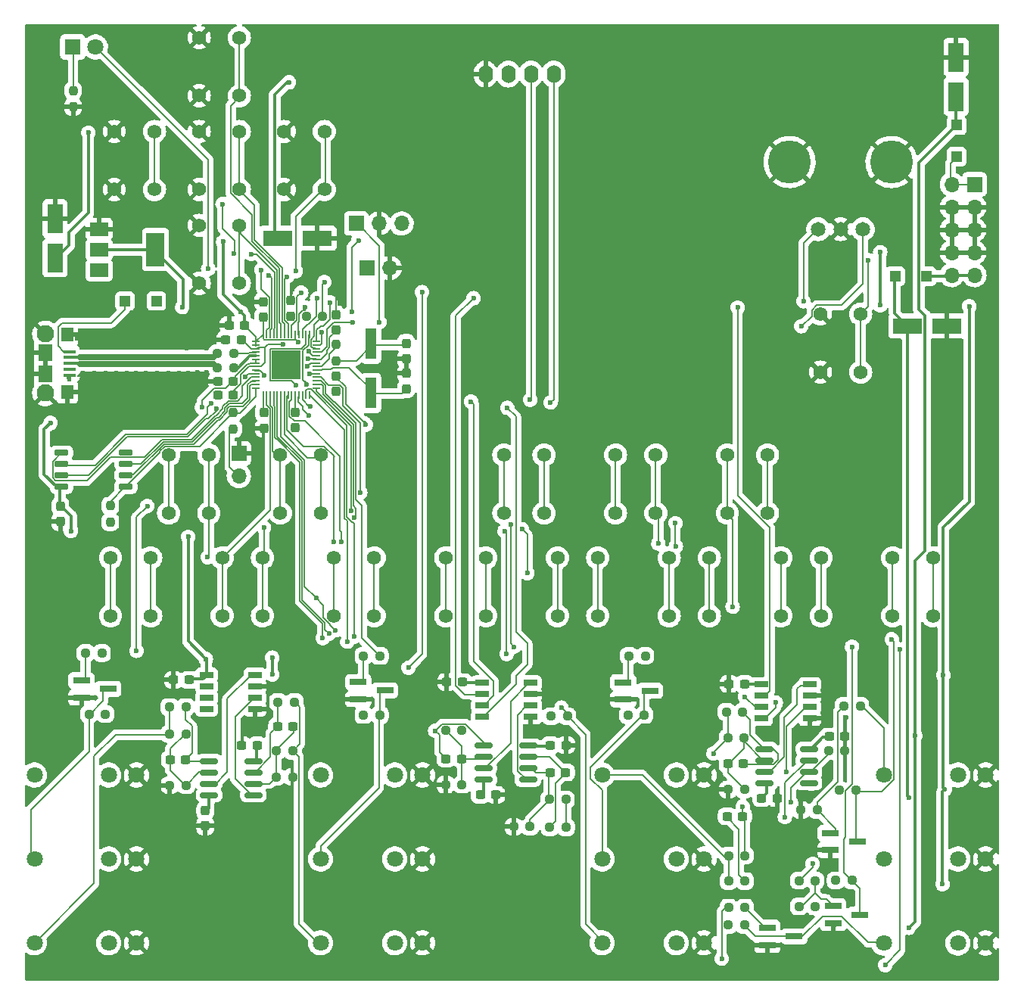
<source format=gtl>
G04 #@! TF.GenerationSoftware,KiCad,Pcbnew,(6.0.0)*
G04 #@! TF.CreationDate,2022-04-06T20:06:18+02:00*
G04 #@! TF.ProjectId,GenerativeEngine,47656e65-7261-4746-9976-65456e67696e,rev?*
G04 #@! TF.SameCoordinates,Original*
G04 #@! TF.FileFunction,Copper,L1,Top*
G04 #@! TF.FilePolarity,Positive*
%FSLAX46Y46*%
G04 Gerber Fmt 4.6, Leading zero omitted, Abs format (unit mm)*
G04 Created by KiCad (PCBNEW (6.0.0)) date 2022-04-06 20:06:18*
%MOMM*%
%LPD*%
G01*
G04 APERTURE LIST*
G04 Aperture macros list*
%AMRoundRect*
0 Rectangle with rounded corners*
0 $1 Rounding radius*
0 $2 $3 $4 $5 $6 $7 $8 $9 X,Y pos of 4 corners*
0 Add a 4 corners polygon primitive as box body*
4,1,4,$2,$3,$4,$5,$6,$7,$8,$9,$2,$3,0*
0 Add four circle primitives for the rounded corners*
1,1,$1+$1,$2,$3*
1,1,$1+$1,$4,$5*
1,1,$1+$1,$6,$7*
1,1,$1+$1,$8,$9*
0 Add four rect primitives between the rounded corners*
20,1,$1+$1,$2,$3,$4,$5,0*
20,1,$1+$1,$4,$5,$6,$7,0*
20,1,$1+$1,$6,$7,$8,$9,0*
20,1,$1+$1,$8,$9,$2,$3,0*%
G04 Aperture macros list end*
G04 #@! TA.AperFunction,SMDPad,CuDef*
%ADD10RoundRect,0.237500X-0.250000X-0.237500X0.250000X-0.237500X0.250000X0.237500X-0.250000X0.237500X0*%
G04 #@! TD*
G04 #@! TA.AperFunction,SMDPad,CuDef*
%ADD11RoundRect,0.237500X-0.237500X0.300000X-0.237500X-0.300000X0.237500X-0.300000X0.237500X0.300000X0*%
G04 #@! TD*
G04 #@! TA.AperFunction,SMDPad,CuDef*
%ADD12RoundRect,0.237500X0.237500X-0.300000X0.237500X0.300000X-0.237500X0.300000X-0.237500X-0.300000X0*%
G04 #@! TD*
G04 #@! TA.AperFunction,SMDPad,CuDef*
%ADD13R,1.500000X0.650000*%
G04 #@! TD*
G04 #@! TA.AperFunction,SMDPad,CuDef*
%ADD14R,1.150000X1.150000*%
G04 #@! TD*
G04 #@! TA.AperFunction,ComponentPad*
%ADD15C,1.575000*%
G04 #@! TD*
G04 #@! TA.AperFunction,ComponentPad*
%ADD16C,1.800000*%
G04 #@! TD*
G04 #@! TA.AperFunction,SMDPad,CuDef*
%ADD17RoundRect,0.150000X-0.825000X-0.150000X0.825000X-0.150000X0.825000X0.150000X-0.825000X0.150000X0*%
G04 #@! TD*
G04 #@! TA.AperFunction,SMDPad,CuDef*
%ADD18RoundRect,0.237500X0.250000X0.237500X-0.250000X0.237500X-0.250000X-0.237500X0.250000X-0.237500X0*%
G04 #@! TD*
G04 #@! TA.AperFunction,SMDPad,CuDef*
%ADD19R,1.800000X3.300000*%
G04 #@! TD*
G04 #@! TA.AperFunction,SMDPad,CuDef*
%ADD20RoundRect,0.237500X0.300000X0.237500X-0.300000X0.237500X-0.300000X-0.237500X0.300000X-0.237500X0*%
G04 #@! TD*
G04 #@! TA.AperFunction,SMDPad,CuDef*
%ADD21RoundRect,0.150000X0.650000X0.150000X-0.650000X0.150000X-0.650000X-0.150000X0.650000X-0.150000X0*%
G04 #@! TD*
G04 #@! TA.AperFunction,SMDPad,CuDef*
%ADD22R,3.300000X1.800000*%
G04 #@! TD*
G04 #@! TA.AperFunction,SMDPad,CuDef*
%ADD23RoundRect,0.237500X-0.300000X-0.237500X0.300000X-0.237500X0.300000X0.237500X-0.300000X0.237500X0*%
G04 #@! TD*
G04 #@! TA.AperFunction,SMDPad,CuDef*
%ADD24R,1.900000X0.800000*%
G04 #@! TD*
G04 #@! TA.AperFunction,SMDPad,CuDef*
%ADD25RoundRect,0.237500X0.237500X-0.250000X0.237500X0.250000X-0.237500X0.250000X-0.237500X-0.250000X0*%
G04 #@! TD*
G04 #@! TA.AperFunction,SMDPad,CuDef*
%ADD26R,1.350000X0.400000*%
G04 #@! TD*
G04 #@! TA.AperFunction,ComponentPad*
%ADD27C,1.950000*%
G04 #@! TD*
G04 #@! TA.AperFunction,SMDPad,CuDef*
%ADD28R,1.400000X1.600000*%
G04 #@! TD*
G04 #@! TA.AperFunction,SMDPad,CuDef*
%ADD29R,1.600000X1.900000*%
G04 #@! TD*
G04 #@! TA.AperFunction,SMDPad,CuDef*
%ADD30R,0.177800X0.812800*%
G04 #@! TD*
G04 #@! TA.AperFunction,SMDPad,CuDef*
%ADD31R,0.812800X0.177800*%
G04 #@! TD*
G04 #@! TA.AperFunction,SMDPad,CuDef*
%ADD32R,3.200400X3.200400*%
G04 #@! TD*
G04 #@! TA.AperFunction,ComponentPad*
%ADD33R,1.800000X1.800000*%
G04 #@! TD*
G04 #@! TA.AperFunction,SMDPad,CuDef*
%ADD34RoundRect,0.237500X-0.237500X0.250000X-0.237500X-0.250000X0.237500X-0.250000X0.237500X0.250000X0*%
G04 #@! TD*
G04 #@! TA.AperFunction,SMDPad,CuDef*
%ADD35R,1.200000X3.500000*%
G04 #@! TD*
G04 #@! TA.AperFunction,ComponentPad*
%ADD36C,1.650000*%
G04 #@! TD*
G04 #@! TA.AperFunction,ComponentPad*
%ADD37C,4.800000*%
G04 #@! TD*
G04 #@! TA.AperFunction,ComponentPad*
%ADD38O,1.600000X2.000000*%
G04 #@! TD*
G04 #@! TA.AperFunction,SMDPad,CuDef*
%ADD39R,2.000000X1.500000*%
G04 #@! TD*
G04 #@! TA.AperFunction,SMDPad,CuDef*
%ADD40R,2.000000X3.800000*%
G04 #@! TD*
G04 #@! TA.AperFunction,ComponentPad*
%ADD41R,1.700000X1.700000*%
G04 #@! TD*
G04 #@! TA.AperFunction,ComponentPad*
%ADD42O,1.700000X1.700000*%
G04 #@! TD*
G04 #@! TA.AperFunction,ViaPad*
%ADD43C,0.600000*%
G04 #@! TD*
G04 #@! TA.AperFunction,Conductor*
%ADD44C,0.127000*%
G04 #@! TD*
G04 #@! TA.AperFunction,Conductor*
%ADD45C,0.300000*%
G04 #@! TD*
G04 #@! TA.AperFunction,Conductor*
%ADD46C,0.642820*%
G04 #@! TD*
G04 APERTURE END LIST*
D10*
X128621900Y-134016600D03*
X130446900Y-134016600D03*
D11*
X64160400Y-79376100D03*
X64160400Y-81101100D03*
D12*
X72263000Y-89433400D03*
X72263000Y-87708400D03*
D13*
X57823700Y-121138800D03*
X57823700Y-122408800D03*
X57823700Y-123678800D03*
X57823700Y-124948800D03*
X63223700Y-124948800D03*
X63223700Y-123678800D03*
X63223700Y-122408800D03*
X63223700Y-121138800D03*
D12*
X67741800Y-93470900D03*
X67741800Y-91745900D03*
D10*
X92178500Y-138125200D03*
X94003500Y-138125200D03*
D14*
X138345600Y-76536400D03*
X134845600Y-76536400D03*
D15*
X109560400Y-108027400D03*
X109560400Y-114527400D03*
X114060400Y-108027400D03*
X114060400Y-114527400D03*
D10*
X96338500Y-125761600D03*
X98163500Y-125761600D03*
X105056300Y-118999000D03*
X106881300Y-118999000D03*
D15*
X66060900Y-96527400D03*
X66060900Y-103027400D03*
X70560900Y-96527400D03*
X70560900Y-103027400D03*
D16*
X144964200Y-141734400D03*
X141864200Y-141734400D03*
X133564200Y-141734400D03*
D17*
X58098400Y-130765400D03*
X58098400Y-132035400D03*
X58098400Y-133305400D03*
X58098400Y-134575400D03*
X63048400Y-134575400D03*
X63048400Y-133305400D03*
X63048400Y-132035400D03*
X63048400Y-130765400D03*
D18*
X126128900Y-136251800D03*
X124303900Y-136251800D03*
D10*
X44276000Y-118694200D03*
X46101000Y-118694200D03*
D19*
X141655800Y-56429000D03*
X141655800Y-52029000D03*
D12*
X72263000Y-82574300D03*
X72263000Y-80849300D03*
D18*
X55516900Y-127742800D03*
X53691900Y-127742800D03*
D10*
X96168200Y-135077200D03*
X97993200Y-135077200D03*
D15*
X59560900Y-108027400D03*
X59560900Y-114527400D03*
X64060900Y-108027400D03*
X64060900Y-114527400D03*
D20*
X63467900Y-129012800D03*
X61742900Y-129012800D03*
D15*
X56984200Y-49834400D03*
X56984200Y-56334400D03*
X61484200Y-49834400D03*
X61484200Y-56334400D03*
D21*
X48786600Y-100076000D03*
X48786600Y-98806000D03*
X48786600Y-97536000D03*
X48786600Y-96266000D03*
X41586600Y-96266000D03*
X41586600Y-97536000D03*
X41586600Y-98806000D03*
X41586600Y-100076000D03*
D14*
X141706600Y-59641800D03*
X141706600Y-63141800D03*
D22*
X140640000Y-82099000D03*
X136240000Y-82099000D03*
D15*
X66484200Y-60334400D03*
X66484200Y-66834400D03*
X70984200Y-60334400D03*
X70984200Y-66834400D03*
D18*
X129227700Y-129647800D03*
X127402700Y-129647800D03*
D10*
X124080900Y-147040600D03*
X125905900Y-147040600D03*
X124075300Y-144151200D03*
X125900300Y-144151200D03*
D15*
X72060900Y-108027400D03*
X72060900Y-114527400D03*
X76560900Y-108027400D03*
X76560900Y-114527400D03*
D23*
X84678000Y-121926200D03*
X86403000Y-121926200D03*
D15*
X47484200Y-60334400D03*
X47484200Y-66834400D03*
X51984200Y-60334400D03*
X51984200Y-66834400D03*
D10*
X59006100Y-85166200D03*
X60831100Y-85166200D03*
D14*
X52194400Y-79298800D03*
X48694400Y-79298800D03*
D19*
X40843200Y-74488400D03*
X40843200Y-70088400D03*
D24*
X120547000Y-149443400D03*
X120547000Y-151343400D03*
X123547000Y-150393400D03*
D20*
X60781100Y-89814400D03*
X59056100Y-89814400D03*
D18*
X117950100Y-128174600D03*
X116125100Y-128174600D03*
D15*
X84560900Y-108027400D03*
X84560900Y-114527400D03*
X89060900Y-108027400D03*
X89060900Y-114527400D03*
D25*
X60807600Y-93597100D03*
X60807600Y-91772100D03*
D23*
X116048100Y-136963000D03*
X117773100Y-136963000D03*
D24*
X104418000Y-121960600D03*
X104418000Y-123860600D03*
X107418000Y-122910600D03*
D10*
X84554800Y-133407000D03*
X86379800Y-133407000D03*
D18*
X130929500Y-124618600D03*
X129104500Y-124618600D03*
D16*
X49964200Y-151110800D03*
X46864200Y-151110800D03*
X38564200Y-151110800D03*
D26*
X42455300Y-84983800D03*
X42455300Y-85633800D03*
X42455300Y-86283800D03*
X42455300Y-86933800D03*
X42455300Y-87583800D03*
D27*
X39780300Y-82983800D03*
X39780300Y-89583800D03*
D28*
X42230300Y-83083800D03*
D29*
X39780300Y-85083800D03*
X39780300Y-87483800D03*
D28*
X42230300Y-89483800D03*
D12*
X57652400Y-138027600D03*
X57652400Y-136302600D03*
D30*
X64125800Y-89839800D03*
X64525799Y-89839800D03*
X64925801Y-89839800D03*
X65325800Y-89839800D03*
X65725799Y-89839800D03*
X66125801Y-89839800D03*
X66525800Y-89839800D03*
X66925800Y-89839800D03*
X67325799Y-89839800D03*
X67725801Y-89839800D03*
X68125800Y-89839800D03*
X68525799Y-89839800D03*
X68925801Y-89839800D03*
X69325800Y-89839800D03*
D31*
X70129400Y-89036200D03*
X70129400Y-88636201D03*
X70129400Y-88236199D03*
X70129400Y-87836200D03*
X70129400Y-87436201D03*
X70129400Y-87036199D03*
X70129400Y-86636200D03*
X70129400Y-86236200D03*
X70129400Y-85836201D03*
X70129400Y-85436199D03*
X70129400Y-85036200D03*
X70129400Y-84636201D03*
X70129400Y-84236199D03*
X70129400Y-83836200D03*
D30*
X69325800Y-83032600D03*
X68925801Y-83032600D03*
X68525799Y-83032600D03*
X68125800Y-83032600D03*
X67725801Y-83032600D03*
X67325799Y-83032600D03*
X66925800Y-83032600D03*
X66525800Y-83032600D03*
X66125801Y-83032600D03*
X65725799Y-83032600D03*
X65325800Y-83032600D03*
X64925801Y-83032600D03*
X64525799Y-83032600D03*
X64125800Y-83032600D03*
D31*
X63322200Y-83836200D03*
X63322200Y-84236199D03*
X63322200Y-84636201D03*
X63322200Y-85036200D03*
X63322200Y-85436199D03*
X63322200Y-85836201D03*
X63322200Y-86236200D03*
X63322200Y-86636200D03*
X63322200Y-87036199D03*
X63322200Y-87436201D03*
X63322200Y-87836200D03*
X63322200Y-88236199D03*
X63322200Y-88636201D03*
X63322200Y-89036200D03*
D32*
X66725800Y-86436200D03*
D10*
X44655100Y-125526800D03*
X46480100Y-125526800D03*
D15*
X91060900Y-96527400D03*
X91060900Y-103027400D03*
X95560900Y-96527400D03*
X95560900Y-103027400D03*
D13*
X119874800Y-122205600D03*
X119874800Y-123475600D03*
X119874800Y-124745600D03*
X119874800Y-126015600D03*
X125274800Y-126015600D03*
X125274800Y-124745600D03*
X125274800Y-123475600D03*
X125274800Y-122205600D03*
D18*
X60831100Y-86741000D03*
X59006100Y-86741000D03*
D15*
X134560400Y-108027400D03*
X134560400Y-114527400D03*
X139060400Y-108027400D03*
X139060400Y-114527400D03*
D10*
X84552900Y-127311000D03*
X86377900Y-127311000D03*
D16*
X81964200Y-132334400D03*
X78864200Y-132334400D03*
X70564200Y-132334400D03*
X49959200Y-132334400D03*
X46859200Y-132334400D03*
X38559200Y-132334400D03*
D20*
X55468000Y-130613000D03*
X53743000Y-130613000D03*
D10*
X65809600Y-124161400D03*
X67634600Y-124161400D03*
D20*
X62051100Y-82016600D03*
X60326100Y-82016600D03*
X117874700Y-131095600D03*
X116149700Y-131095600D03*
D13*
X88658200Y-122027800D03*
X88658200Y-123297800D03*
X88658200Y-124567800D03*
X88658200Y-125837800D03*
X94058200Y-125837800D03*
X94058200Y-124567800D03*
X94058200Y-123297800D03*
X94058200Y-122027800D03*
D33*
X42839200Y-50882400D03*
D16*
X45379200Y-50882400D03*
D34*
X72263000Y-84152100D03*
X72263000Y-85977100D03*
D10*
X96191700Y-138176000D03*
X98016700Y-138176000D03*
D24*
X43813600Y-121757400D03*
X43813600Y-123657400D03*
X46813600Y-122707400D03*
D20*
X90162200Y-134550000D03*
X88437200Y-134550000D03*
D18*
X117977300Y-149098000D03*
X116152300Y-149098000D03*
D20*
X121633900Y-134931000D03*
X119908900Y-134931000D03*
D34*
X42875200Y-55754900D03*
X42875200Y-57579900D03*
D15*
X122060400Y-108027400D03*
X122060400Y-114527400D03*
X126560400Y-108027400D03*
X126560400Y-114527400D03*
X116060900Y-96527400D03*
X116060900Y-103027400D03*
X120560900Y-96527400D03*
X120560900Y-103027400D03*
D18*
X106779700Y-125628400D03*
X104954700Y-125628400D03*
X55491500Y-124720200D03*
X53666500Y-124720200D03*
D12*
X80137000Y-89127500D03*
X80137000Y-87402500D03*
D17*
X88807000Y-129038200D03*
X88807000Y-130308200D03*
X88807000Y-131578200D03*
X88807000Y-132848200D03*
X93757000Y-132848200D03*
X93757000Y-131578200D03*
X93757000Y-130308200D03*
X93757000Y-129038200D03*
D35*
X76225400Y-89592600D03*
X76225400Y-84092600D03*
D17*
X120252200Y-129419200D03*
X120252200Y-130689200D03*
X120252200Y-131959200D03*
X120252200Y-133229200D03*
X125202200Y-133229200D03*
X125202200Y-131959200D03*
X125202200Y-130689200D03*
X125202200Y-129419200D03*
D11*
X67233800Y-79274500D03*
X67233800Y-80999500D03*
D10*
X75365600Y-119024400D03*
X77190600Y-119024400D03*
D18*
X118030000Y-144195800D03*
X116205000Y-144195800D03*
D16*
X113464200Y-132334400D03*
X110364200Y-132334400D03*
X102064200Y-132334400D03*
D23*
X96288000Y-128987400D03*
X98013000Y-128987400D03*
D20*
X97966700Y-132054600D03*
X96241700Y-132054600D03*
D12*
X64236600Y-93522800D03*
X64236600Y-91797800D03*
D22*
X65795800Y-72288400D03*
X70195800Y-72288400D03*
D23*
X116251300Y-122154800D03*
X117976300Y-122154800D03*
D15*
X53560900Y-96527400D03*
X53560900Y-103027400D03*
X58060900Y-96527400D03*
X58060900Y-103027400D03*
D16*
X113464200Y-141734400D03*
X110364200Y-141734400D03*
X102064200Y-141734400D03*
D15*
X56984200Y-70834400D03*
X56984200Y-77334400D03*
X61484200Y-70834400D03*
X61484200Y-77334400D03*
D16*
X113464200Y-151110800D03*
X110364200Y-151110800D03*
X102064200Y-151110800D03*
D25*
X47040800Y-104036500D03*
X47040800Y-102211500D03*
D23*
X65757200Y-126904600D03*
X67482200Y-126904600D03*
D16*
X144964200Y-151134400D03*
X141864200Y-151134400D03*
X133564200Y-151134400D03*
D10*
X116150500Y-133965800D03*
X117975500Y-133965800D03*
D18*
X118033800Y-141351000D03*
X116208800Y-141351000D03*
X67429500Y-132543400D03*
X65604500Y-132543400D03*
D36*
X126227000Y-71267500D03*
X131227000Y-71267500D03*
X128727000Y-71267500D03*
D37*
X134427000Y-63767500D03*
X123027000Y-63767500D03*
D24*
X127602600Y-138832400D03*
X127602600Y-140732400D03*
X130602600Y-139782400D03*
D38*
X89018600Y-53912200D03*
X91558600Y-53912200D03*
X94098600Y-53912200D03*
X96638600Y-53912200D03*
D18*
X77188700Y-125628400D03*
X75363700Y-125628400D03*
D16*
X144964200Y-132334400D03*
X141864200Y-132334400D03*
X133564200Y-132334400D03*
D15*
X97060900Y-108027400D03*
X97060900Y-114527400D03*
X101560900Y-108027400D03*
X101560900Y-114527400D03*
D39*
X45795800Y-71258400D03*
X45795800Y-73558400D03*
D40*
X52095800Y-73558400D03*
D39*
X45795800Y-75858400D03*
D24*
X74776200Y-121935200D03*
X74776200Y-123835200D03*
X77776200Y-122885200D03*
D23*
X54122900Y-121697600D03*
X55847900Y-121697600D03*
D16*
X81964200Y-151110800D03*
X78864200Y-151110800D03*
X70564200Y-151110800D03*
D11*
X80137000Y-84049700D03*
X80137000Y-85774700D03*
D23*
X84604000Y-130511400D03*
X86329000Y-130511400D03*
D10*
X65629900Y-129622400D03*
X67454900Y-129622400D03*
X53691900Y-133483200D03*
X55516900Y-133483200D03*
D23*
X127452700Y-128047600D03*
X129177700Y-128047600D03*
X59056100Y-88265000D03*
X60781100Y-88265000D03*
D15*
X126485328Y-80758410D03*
X126485328Y-87258410D03*
X130985328Y-80758410D03*
X130985328Y-87258410D03*
D10*
X68962900Y-81051400D03*
X70787900Y-81051400D03*
D20*
X61695500Y-83642200D03*
X59970500Y-83642200D03*
D15*
X47060900Y-108027400D03*
X47060900Y-114527400D03*
X51560900Y-108027400D03*
X51560900Y-114527400D03*
D18*
X118030000Y-147167600D03*
X116205000Y-147167600D03*
D24*
X127913000Y-147005000D03*
X127913000Y-148905000D03*
X130913000Y-147955000D03*
D16*
X81964200Y-141734400D03*
X78864200Y-141734400D03*
X70564200Y-141734400D03*
D15*
X56984200Y-60334400D03*
X56984200Y-66834400D03*
X61484200Y-60334400D03*
X61484200Y-66834400D03*
D11*
X41452800Y-102261500D03*
X41452800Y-103986500D03*
D15*
X103560900Y-96527400D03*
X103560900Y-103027400D03*
X108060900Y-96527400D03*
X108060900Y-103027400D03*
D18*
X117797700Y-125279000D03*
X115972700Y-125279000D03*
D10*
X128192000Y-144125800D03*
X130017000Y-144125800D03*
D16*
X49964200Y-141734400D03*
X46864200Y-141734400D03*
X38564200Y-141734400D03*
D41*
X61417200Y-96337200D03*
D42*
X61417200Y-98877200D03*
D41*
X74549000Y-70637400D03*
D42*
X77089000Y-70637400D03*
X79629000Y-70637400D03*
D41*
X143718200Y-66248200D03*
D42*
X141178200Y-66248200D03*
X143718200Y-68788200D03*
X141178200Y-68788200D03*
X143718200Y-71328200D03*
X141178200Y-71328200D03*
X143718200Y-73868200D03*
X141178200Y-73868200D03*
X143718200Y-76408200D03*
X141178200Y-76408200D03*
D41*
X75763200Y-75615800D03*
D42*
X78303200Y-75615800D03*
D43*
X43307000Y-83489800D03*
X42189400Y-82931000D03*
X44170600Y-84302600D03*
X44018200Y-87401400D03*
X59918600Y-83642200D03*
X45288200Y-87350600D03*
X66675000Y-86537800D03*
X54737000Y-87350600D03*
X59004200Y-88163400D03*
X42291000Y-89585800D03*
X48996600Y-96189800D03*
X72263000Y-80849300D03*
X65608200Y-85318600D03*
X56819800Y-87299800D03*
X129362200Y-125907800D03*
X51993800Y-84455000D03*
X41427400Y-104216200D03*
X56718200Y-84505800D03*
X49453800Y-84455000D03*
X59207400Y-89789000D03*
X67843400Y-86537800D03*
X53263800Y-84505800D03*
X69367400Y-87452200D03*
X50723800Y-84455000D03*
X49961800Y-87350600D03*
X54483000Y-84505800D03*
X80137000Y-86588600D03*
X67995800Y-93599000D03*
X52349400Y-87350600D03*
X127990600Y-149174200D03*
X48895000Y-87350600D03*
X67183000Y-79273400D03*
X40767000Y-70180200D03*
X66725800Y-87503000D03*
X60325000Y-82067400D03*
X57785000Y-87249000D03*
X67792600Y-85369400D03*
X48133000Y-84455000D03*
X125857000Y-147142200D03*
X64033400Y-93599000D03*
X66675000Y-85369400D03*
X53568600Y-87350600D03*
X65608200Y-86487000D03*
X42443400Y-87757000D03*
X46558200Y-87350600D03*
X51079400Y-87350600D03*
X64135000Y-79375000D03*
X72263000Y-89382600D03*
X55753000Y-87350600D03*
X45389800Y-84404200D03*
X46812200Y-84404200D03*
X65608200Y-87503000D03*
X57835800Y-84556600D03*
X69926200Y-72313800D03*
X47777400Y-87350600D03*
X125450600Y-126111000D03*
X55600600Y-84556600D03*
X67792600Y-87503000D03*
X45948600Y-71247000D03*
X141655800Y-56464200D03*
X52349400Y-79171800D03*
X136372600Y-149428200D03*
X137083800Y-127939800D03*
X46405800Y-125603000D03*
X44577000Y-60477400D03*
X127381000Y-128092200D03*
X45897800Y-75971400D03*
X96088200Y-129108200D03*
X75361800Y-125755400D03*
X116154200Y-149123400D03*
X40868600Y-74599800D03*
X63423800Y-129057400D03*
X104927400Y-125704600D03*
X88773000Y-132918200D03*
X136372600Y-134848600D03*
X58039000Y-134594600D03*
X120472200Y-133324600D03*
X57277000Y-91211400D03*
X72212200Y-87757000D03*
X133172200Y-73837800D03*
X64185800Y-91821000D03*
X68961000Y-81153000D03*
X65151000Y-119202200D03*
X119862600Y-122199400D03*
X61645800Y-80543400D03*
X66116200Y-72415400D03*
X40360600Y-92938600D03*
X42646600Y-105029000D03*
X133172200Y-79781400D03*
X140131800Y-144551400D03*
X128651000Y-134035800D03*
X88620600Y-121996200D03*
X68046600Y-83896200D03*
X140233400Y-121132600D03*
X59664600Y-72669400D03*
X47117000Y-104063800D03*
X55753000Y-105689400D03*
X117932200Y-122148600D03*
X57734200Y-119354600D03*
X143129000Y-79883000D03*
X67030600Y-54838600D03*
X67741800Y-91719400D03*
X140385800Y-133934200D03*
X67284600Y-81051400D03*
X69113400Y-86639400D03*
X128092200Y-144145000D03*
X55092600Y-79984600D03*
X65151000Y-121081800D03*
X75615800Y-93141800D03*
X66370200Y-84155989D03*
X69164200Y-85775800D03*
X83388200Y-127381000D03*
X96393000Y-125806200D03*
X116052600Y-137083800D03*
X122504200Y-137033000D03*
X117779800Y-135864600D03*
X123164600Y-135407400D03*
X125603000Y-142265400D03*
X98018600Y-138252200D03*
X114528600Y-129921000D03*
X57988200Y-75717400D03*
X63931800Y-75819000D03*
X77139800Y-81661000D03*
X74142600Y-81661000D03*
X74803000Y-72517000D03*
X69265800Y-84912200D03*
X74041000Y-80543400D03*
X96291400Y-90652600D03*
X69214510Y-92074510D03*
X94005400Y-90347800D03*
X69418200Y-91109800D03*
X80391000Y-120319800D03*
X68402200Y-78359000D03*
X57835800Y-122402600D03*
X81915000Y-78308200D03*
X87401400Y-90551000D03*
X88671400Y-124637800D03*
X118033800Y-123571000D03*
X69011800Y-88620600D03*
X57886600Y-123723400D03*
X57886600Y-124993400D03*
X121488200Y-124231400D03*
X88722200Y-125857000D03*
X67792600Y-88722200D03*
X91465400Y-91262200D03*
X87665771Y-78986600D03*
X70180200Y-79019400D03*
X68859400Y-80035400D03*
X117221000Y-80035400D03*
X130022600Y-117983000D03*
X73990200Y-102743000D03*
X92227400Y-117983000D03*
X91821000Y-104267000D03*
X70993000Y-77190600D03*
X133731000Y-153593800D03*
X115443000Y-152882600D03*
X73540667Y-117412230D03*
X135407400Y-118287800D03*
X51181000Y-102235000D03*
X75006200Y-100711000D03*
X46050200Y-118846600D03*
X49961800Y-118440200D03*
X74295000Y-103555800D03*
X91160600Y-105029000D03*
X106959400Y-119049800D03*
X91363800Y-118795800D03*
X72246717Y-116137917D03*
X110312200Y-106756200D03*
X110261400Y-104165400D03*
X70078600Y-112547400D03*
X57937400Y-107975400D03*
X93091000Y-104825800D03*
X93700600Y-109753400D03*
X64236600Y-104673400D03*
X72872600Y-106248200D03*
X72059800Y-106248200D03*
X108350993Y-106433400D03*
X70789800Y-117017800D03*
X71501000Y-116527800D03*
X116662200Y-113512600D03*
X60883800Y-73990200D03*
X62814200Y-74041000D03*
X59613800Y-68453000D03*
X66827400Y-76581000D03*
X131851400Y-74752200D03*
X58343800Y-90754200D03*
X62111284Y-87820750D03*
X64287400Y-87655400D03*
X58902600Y-91363800D03*
X71653400Y-79476600D03*
X124587000Y-79324200D03*
X124333000Y-82118200D03*
X70725811Y-82791789D03*
X67792600Y-75971400D03*
X64795400Y-76428600D03*
X122707400Y-132003800D03*
X125450600Y-133324600D03*
X74295000Y-116865400D03*
X134460816Y-117156250D03*
X86436200Y-127330200D03*
X97510600Y-124790200D03*
D44*
X41833800Y-84963000D02*
X42291000Y-84963000D01*
X41224200Y-84353400D02*
X41833800Y-84963000D01*
X41671478Y-81762600D02*
X41224200Y-82209878D01*
X41224200Y-82209878D02*
X41224200Y-84353400D01*
X41671478Y-81762600D02*
X47121600Y-81762600D01*
X48641000Y-80243200D02*
X47121600Y-81762600D01*
D45*
X43662600Y-86283800D02*
X43713400Y-86334600D01*
X42455300Y-86283800D02*
X43662600Y-86283800D01*
D46*
X43717310Y-86338510D02*
X43713400Y-86334600D01*
X43717310Y-86338510D02*
X58603610Y-86338510D01*
X47219089Y-85565269D02*
X43690731Y-85565269D01*
X47222510Y-85568690D02*
X47219089Y-85565269D01*
X47222510Y-85568690D02*
X45372795Y-85568690D01*
D45*
X42445757Y-85633800D02*
X43622200Y-85633800D01*
D46*
X58603610Y-85568690D02*
X47222510Y-85568690D01*
D44*
X79933800Y-84251800D02*
X80086200Y-84099400D01*
X76276200Y-84251800D02*
X79933800Y-84251800D01*
X80016800Y-84168800D02*
X80137000Y-84048600D01*
X74550900Y-85977100D02*
X76276200Y-84251800D01*
X72263000Y-85977100D02*
X74550900Y-85977100D01*
X80137000Y-86588600D02*
X80137000Y-87350600D01*
X72263000Y-80849300D02*
X72263000Y-77851000D01*
X70129400Y-87436201D02*
X69383399Y-87436201D01*
X80137000Y-85774700D02*
X80137000Y-86588600D01*
X80137000Y-87350600D02*
X80086200Y-87401400D01*
D45*
X44577000Y-69457622D02*
X42443400Y-71591222D01*
X137494089Y-80250067D02*
X138166511Y-80922489D01*
X96088200Y-129108200D02*
X93903800Y-129108200D01*
X42443400Y-71591222D02*
X42443400Y-73025000D01*
X126771400Y-128092200D02*
X125349000Y-129514600D01*
X141706600Y-59641800D02*
X137494089Y-63854311D01*
X138166511Y-107299089D02*
X137083800Y-108381800D01*
X63423800Y-130632200D02*
X63271400Y-130784600D01*
X137083800Y-127939800D02*
X137083800Y-148717000D01*
X137083800Y-148717000D02*
X136372600Y-149428200D01*
X63423800Y-129057400D02*
X63423800Y-130632200D01*
X42443400Y-73025000D02*
X40868600Y-74599800D01*
X93802200Y-129006600D02*
X93853000Y-129006600D01*
X44577000Y-60477400D02*
X44577000Y-69457622D01*
X141655800Y-59512200D02*
X141706600Y-59563000D01*
X137083800Y-108381800D02*
X137083800Y-127939800D01*
X138166511Y-80922489D02*
X138166511Y-107299089D01*
X127381000Y-128092200D02*
X126771400Y-128092200D01*
X141655800Y-56464200D02*
X141655800Y-59512200D01*
X93903800Y-129108200D02*
X93802200Y-129006600D01*
X137494089Y-63854311D02*
X137494089Y-80250067D01*
D44*
X70662800Y-87036199D02*
X70718119Y-86980880D01*
X73736200Y-86741000D02*
X76664000Y-89668800D01*
X71958200Y-86741000D02*
X73736200Y-86741000D01*
X79698400Y-89668800D02*
X80187800Y-89179400D01*
X76664000Y-89668800D02*
X79698400Y-89668800D01*
X71718320Y-86980880D02*
X71958200Y-86741000D01*
X70718119Y-86980880D02*
X71718320Y-86980880D01*
X70129400Y-87036199D02*
X70662800Y-87036199D01*
D45*
X134797800Y-80695800D02*
X136321800Y-82219800D01*
X136240000Y-82099000D02*
X136240000Y-134716000D01*
X88773000Y-134289800D02*
X88417400Y-134645400D01*
X120472200Y-134340600D02*
X119964200Y-134848600D01*
X134797800Y-76530200D02*
X134797800Y-80695800D01*
X88773000Y-132918200D02*
X88773000Y-134289800D01*
X120472200Y-133324600D02*
X120472200Y-134340600D01*
X136240000Y-134716000D02*
X136372600Y-134848600D01*
X58039000Y-136017000D02*
X57683400Y-136372600D01*
X58039000Y-134594600D02*
X58039000Y-136017000D01*
X119811800Y-122148600D02*
X117932200Y-122148600D01*
X62052200Y-80949800D02*
X62052200Y-82118200D01*
D44*
X69265800Y-86436200D02*
X69469000Y-86233000D01*
X67725801Y-91703401D02*
X67741800Y-91719400D01*
X59969400Y-89077800D02*
X60731400Y-88315800D01*
D45*
X39649400Y-93649800D02*
X40360600Y-92938600D01*
D44*
X68046600Y-83896200D02*
X68046600Y-83845400D01*
D45*
X55194200Y-79883000D02*
X55092600Y-79984600D01*
X55753000Y-117373400D02*
X55753000Y-105689400D01*
D44*
X63322200Y-86236200D02*
X63322200Y-85877400D01*
X63322200Y-86236200D02*
X62706482Y-86236200D01*
D45*
X51993800Y-73685400D02*
X55194200Y-76885800D01*
D44*
X57277000Y-90451396D02*
X57277000Y-91211400D01*
X67830211Y-83629011D02*
X64246888Y-83629011D01*
D45*
X41427400Y-102133400D02*
X41427400Y-100152200D01*
X140233400Y-104673400D02*
X140233400Y-121132600D01*
X59664600Y-78562200D02*
X59664600Y-72669400D01*
X41478200Y-102184200D02*
X41427400Y-102133400D01*
D44*
X64246888Y-83629011D02*
X64135000Y-83517123D01*
D45*
X119862600Y-122199400D02*
X119811800Y-122148600D01*
X55194200Y-76885800D02*
X55194200Y-79883000D01*
D44*
X64135000Y-83517123D02*
X64135000Y-81254600D01*
D45*
X65420189Y-56245811D02*
X66827400Y-54838600D01*
X66116200Y-72415400D02*
X65420189Y-71719389D01*
X41586600Y-100076000D02*
X41046400Y-100076000D01*
X140131800Y-134188200D02*
X140131800Y-144348200D01*
X61645800Y-80543400D02*
X62052200Y-80949800D01*
X140233400Y-104673400D02*
X143129000Y-101777800D01*
D44*
X64125800Y-83041800D02*
X63322200Y-83845400D01*
X67725801Y-89839800D02*
X67725801Y-91703401D01*
D45*
X66827400Y-54838600D02*
X67030600Y-54838600D01*
X42646600Y-103352600D02*
X41478200Y-102184200D01*
D44*
X75565000Y-92786200D02*
X75615800Y-92837000D01*
D45*
X143129000Y-79883000D02*
X143129000Y-101777800D01*
X57785000Y-119405400D02*
X57785000Y-121234200D01*
D44*
X75615800Y-92837000D02*
X75615800Y-93141800D01*
X67725801Y-83032600D02*
X67725801Y-83566000D01*
D45*
X41046400Y-100076000D02*
X39649400Y-98679000D01*
X57734200Y-119354600D02*
X55753000Y-117373400D01*
X65151000Y-121081800D02*
X65151000Y-119202200D01*
X133172200Y-73837800D02*
X133172200Y-79781400D01*
D44*
X69469000Y-86233000D02*
X70180200Y-86233000D01*
X73380600Y-88925400D02*
X73380600Y-90805000D01*
D45*
X39649400Y-98679000D02*
X39649400Y-93649800D01*
D44*
X58650596Y-89077800D02*
X57277000Y-90451396D01*
X62356792Y-86382690D02*
X61036200Y-87703282D01*
D45*
X57785000Y-121234200D02*
X57429400Y-121589800D01*
D44*
X63322200Y-83836200D02*
X63322200Y-84302600D01*
D45*
X140233400Y-133781800D02*
X140385800Y-133934200D01*
D44*
X73380600Y-90805000D02*
X75361800Y-92786200D01*
X63322200Y-83287700D02*
X63322200Y-83845400D01*
X63322200Y-85877400D02*
X63322200Y-85826600D01*
X58650596Y-89077800D02*
X59969400Y-89077800D01*
X62559992Y-86382690D02*
X62356792Y-86382690D01*
D45*
X140131800Y-144348200D02*
X140131800Y-144551400D01*
X57429400Y-121589800D02*
X55956200Y-121589800D01*
D44*
X72212200Y-87757000D02*
X73380600Y-88925400D01*
X68046600Y-83845400D02*
X67830211Y-83629011D01*
X62706482Y-86236200D02*
X62559992Y-86382690D01*
X64185800Y-91821000D02*
X64185800Y-89941400D01*
X62051100Y-82016600D02*
X63322200Y-83287700D01*
D45*
X65420189Y-71719389D02*
X65420189Y-56245811D01*
X51892200Y-73583800D02*
X51993800Y-73685400D01*
X61645800Y-80543400D02*
X59664600Y-78562200D01*
X140385800Y-133934200D02*
X140131800Y-134188200D01*
X57734200Y-119354600D02*
X57785000Y-119405400D01*
X86537800Y-121996200D02*
X86436200Y-121894600D01*
X42646600Y-105029000D02*
X42646600Y-103352600D01*
X45999400Y-73583800D02*
X51892200Y-73583800D01*
D44*
X75361800Y-92786200D02*
X75565000Y-92786200D01*
X64125800Y-83032600D02*
X64125800Y-83041800D01*
D45*
X140233400Y-121132600D02*
X140233400Y-133781800D01*
D44*
X61036200Y-87703282D02*
X61036200Y-88265000D01*
D45*
X88620600Y-121996200D02*
X86537800Y-121996200D01*
D44*
X63566890Y-84515110D02*
X63423800Y-84658200D01*
X64296710Y-86223690D02*
X63881000Y-86639400D01*
X71278991Y-84809539D02*
X71562401Y-84526129D01*
X60833000Y-89355204D02*
X61621283Y-88566921D01*
X61621283Y-87578317D02*
X62563400Y-86636200D01*
X60833000Y-89738200D02*
X60833000Y-89355204D01*
X64296710Y-84515110D02*
X64655831Y-84155989D01*
X69164200Y-85775800D02*
X70027800Y-85775800D01*
X62563400Y-86636200D02*
X63322200Y-86636200D01*
X64655831Y-84155989D02*
X66370200Y-84155989D01*
X63881000Y-86639400D02*
X63373000Y-86639400D01*
X70612361Y-85836201D02*
X71278991Y-85169571D01*
X62805396Y-84636201D02*
X61862195Y-83693000D01*
X70129400Y-85836201D02*
X70612361Y-85836201D01*
X61621283Y-88566921D02*
X61621283Y-87578317D01*
X63322200Y-84636201D02*
X62805396Y-84636201D01*
X70027800Y-85775800D02*
X70078600Y-85826600D01*
X64296710Y-84515110D02*
X63566890Y-84515110D01*
X71562401Y-84526129D02*
X71562401Y-83377599D01*
X64296710Y-84515110D02*
X64296710Y-86223690D01*
X61862195Y-83693000D02*
X61798200Y-83693000D01*
X71562401Y-83377599D02*
X72263000Y-82677000D01*
X71278991Y-85169571D02*
X71278991Y-84809539D01*
X55683000Y-130765400D02*
X55499000Y-130581400D01*
X55468000Y-130613000D02*
X56194420Y-129886580D01*
X55448200Y-126111000D02*
X56194420Y-126857220D01*
X56194420Y-129886580D02*
X56194420Y-126857220D01*
X58098400Y-130765400D02*
X55683000Y-130765400D01*
X55448200Y-126111000D02*
X55448200Y-124790200D01*
X55516900Y-133483200D02*
X56996300Y-132003800D01*
X53743000Y-130613000D02*
X53743000Y-131822600D01*
X53743000Y-131822600D02*
X55600600Y-133680200D01*
X53743000Y-130613000D02*
X53743000Y-129391000D01*
X53743000Y-129391000D02*
X55499000Y-127635000D01*
X56996300Y-132003800D02*
X58140600Y-132003800D01*
X63048400Y-132035400D02*
X63234260Y-132035400D01*
X64952380Y-127681220D02*
X65760600Y-126873000D01*
X65811400Y-126822200D02*
X65811400Y-124129800D01*
X64952380Y-130317280D02*
X64952380Y-127681220D01*
X63234260Y-132035400D02*
X64952380Y-130317280D01*
X65760600Y-126873000D02*
X65811400Y-126822200D01*
X65604500Y-132543400D02*
X65604500Y-129518300D01*
X65604500Y-129518300D02*
X65608200Y-129514600D01*
X63048400Y-133305400D02*
X64865400Y-133305400D01*
X65608200Y-129514600D02*
X67538600Y-127584200D01*
X67538600Y-127584200D02*
X67538600Y-126822200D01*
X64865400Y-133305400D02*
X65709800Y-132461000D01*
X83875380Y-129782780D02*
X83875380Y-127868180D01*
X88807000Y-128647996D02*
X86804984Y-126645980D01*
X84123220Y-126645980D02*
X83388200Y-127381000D01*
X86804984Y-126645980D02*
X84123220Y-126645980D01*
X83875380Y-127868180D02*
X83388200Y-127381000D01*
X88807000Y-129038200D02*
X88807000Y-128647996D01*
X84604000Y-130511400D02*
X83875380Y-129782780D01*
X88385800Y-130511400D02*
X88569800Y-130327400D01*
X86329000Y-129102600D02*
X84556600Y-127330200D01*
X86379800Y-130525000D02*
X86334600Y-130479800D01*
X86379800Y-133407000D02*
X86379800Y-130525000D01*
X86329000Y-130511400D02*
X86329000Y-129102600D01*
X86329000Y-130511400D02*
X88385800Y-130511400D01*
X97966700Y-132054600D02*
X96188700Y-130276600D01*
X96845720Y-133227480D02*
X98018600Y-132054600D01*
X96845720Y-137521980D02*
X96845720Y-133227480D01*
X96191700Y-138176000D02*
X96845720Y-137521980D01*
X96188700Y-130276600D02*
X93903800Y-130276600D01*
X94003500Y-138125200D02*
X94003500Y-137288900D01*
X96088200Y-134997200D02*
X96088200Y-131953000D01*
X96168200Y-135077200D02*
X96088200Y-134997200D01*
X94003500Y-137288900D02*
X96189800Y-135102600D01*
X96241700Y-132054600D02*
X94615000Y-132054600D01*
X94615000Y-132054600D02*
X94107000Y-131546600D01*
X117874700Y-131095600D02*
X117958320Y-131179220D01*
X121742200Y-129971800D02*
X121234200Y-129463800D01*
X118627620Y-126108920D02*
X118627620Y-127873220D01*
X117797700Y-125279000D02*
X118627620Y-126108920D01*
X118627620Y-127873220D02*
X120319800Y-129565400D01*
X121234200Y-129463800D02*
X120370600Y-129463800D01*
X117958320Y-131179220D02*
X121218040Y-131179220D01*
X121218040Y-131179220D02*
X121742200Y-130655060D01*
X121742200Y-130655060D02*
X121742200Y-129971800D01*
X117950100Y-128174600D02*
X117950100Y-129344300D01*
X120066340Y-130689200D02*
X117983000Y-128605860D01*
X117950100Y-129344300D02*
X116154200Y-131140200D01*
X116149700Y-132100900D02*
X118084600Y-134035800D01*
X120252200Y-130689200D02*
X120066340Y-130689200D01*
X117983000Y-128605860D02*
X117983000Y-128295400D01*
X116149700Y-131095600D02*
X116149700Y-132100900D01*
X117356280Y-143522080D02*
X117356280Y-138387480D01*
X125202200Y-130689200D02*
X125016340Y-130689200D01*
X118030000Y-144195800D02*
X117356280Y-143522080D01*
X117356280Y-138387480D02*
X116052600Y-137083800D01*
X125016340Y-130689200D02*
X122504200Y-133201340D01*
X122504200Y-133201340D02*
X122504200Y-137033000D01*
X118033800Y-141351000D02*
X118033800Y-137083800D01*
X124942600Y-132032940D02*
X124942600Y-132003800D01*
X127381000Y-129966260D02*
X127381000Y-129667000D01*
X124942600Y-132003800D02*
X125343460Y-132003800D01*
X117773100Y-135871300D02*
X117779800Y-135864600D01*
X123164600Y-135407400D02*
X123164600Y-133810940D01*
X125343460Y-132003800D02*
X127381000Y-129966260D01*
X117773100Y-136963000D02*
X117773100Y-135871300D01*
X123164600Y-133810940D02*
X124942600Y-132032940D01*
X118033800Y-137083800D02*
X117881400Y-136931400D01*
X124075300Y-144151200D02*
X125603000Y-142623500D01*
X125603000Y-142623500D02*
X125603000Y-142265400D01*
X124466578Y-150393400D02*
X126727178Y-148132800D01*
X126727178Y-148132800D02*
X128870822Y-148132800D01*
X131791822Y-151053800D02*
X133273800Y-151053800D01*
X128870822Y-148132800D02*
X131791822Y-151053800D01*
X119202200Y-150393400D02*
X124466578Y-150393400D01*
X117983000Y-149174200D02*
X119202200Y-150393400D01*
X98018600Y-135102600D02*
X97967800Y-135051800D01*
X98018600Y-138252200D02*
X98018600Y-135102600D01*
X114528600Y-129771100D02*
X114528600Y-129921000D01*
X116125100Y-128174600D02*
X114528600Y-129771100D01*
X116125100Y-125319900D02*
X116001800Y-125196600D01*
X116125100Y-128174600D02*
X116125100Y-125319900D01*
X116205000Y-144195800D02*
X116205000Y-141300200D01*
X106578800Y-132334400D02*
X115697000Y-141452600D01*
X102064200Y-132334400D02*
X106578800Y-132334400D01*
X115697000Y-141452600D02*
X116205000Y-141452600D01*
X61484200Y-60334400D02*
X61484200Y-66767400D01*
X63169311Y-72510675D02*
X63169311Y-68604911D01*
X66525800Y-81870318D02*
X66269090Y-81613608D01*
X66269090Y-75610454D02*
X63169311Y-72510675D01*
X63169311Y-68604911D02*
X61442600Y-66878200D01*
X61544200Y-66827400D02*
X61442600Y-66827400D01*
X61484200Y-66767400D02*
X61544200Y-66827400D01*
X66525800Y-83032600D02*
X66525800Y-81870318D01*
X66269090Y-81613608D02*
X66269090Y-75610454D01*
X42875200Y-55754900D02*
X42875200Y-50952400D01*
X42875200Y-50952400D02*
X42900600Y-50927000D01*
X63931800Y-78005396D02*
X64825420Y-78899016D01*
X45379200Y-50882400D02*
X57988200Y-63491400D01*
X64825420Y-78899016D02*
X64825420Y-82257659D01*
X64541400Y-82541679D02*
X64541400Y-82981800D01*
X63931800Y-75819000D02*
X63931800Y-78005396D01*
X64825420Y-82257659D02*
X64541400Y-82541679D01*
X57988200Y-63491400D02*
X57988200Y-75717400D01*
X71257601Y-82437595D02*
X72034196Y-81661000D01*
X70129400Y-85036200D02*
X70665800Y-85036200D01*
X72034196Y-81661000D02*
X74142600Y-81661000D01*
X77139800Y-81661000D02*
X77139800Y-73126600D01*
X70665800Y-85036200D02*
X71257601Y-84444399D01*
X77139800Y-73126600D02*
X74549000Y-70535800D01*
X71257601Y-84444399D02*
X71257601Y-82437595D01*
X69316600Y-85098722D02*
X69638078Y-85420200D01*
X74041000Y-80543400D02*
X74041000Y-73279000D01*
X69316600Y-84861400D02*
X69316600Y-85098722D01*
X74041000Y-73279000D02*
X74803000Y-72517000D01*
X69638078Y-85420200D02*
X70180200Y-85420200D01*
X68097400Y-90043000D02*
X68148200Y-89992200D01*
X68097400Y-90604718D02*
X68097400Y-90043000D01*
X68605400Y-91112718D02*
X68605400Y-91465400D01*
X68605400Y-91465400D02*
X69214510Y-92074510D01*
X96638600Y-90305400D02*
X96240600Y-90703400D01*
X68605400Y-91112718D02*
X68097400Y-90604718D01*
X96638600Y-53912200D02*
X96638600Y-90305400D01*
X68525799Y-90373200D02*
X69262399Y-91109800D01*
X94098600Y-90254600D02*
X94005400Y-90347800D01*
X94098600Y-53912200D02*
X94098600Y-90254600D01*
X68525799Y-89839800D02*
X68525799Y-90373200D01*
X69262399Y-91109800D02*
X69418200Y-91109800D01*
X44655100Y-125526800D02*
X44655100Y-129738382D01*
X44655100Y-129738382D02*
X38176200Y-136217282D01*
X46251100Y-122707400D02*
X46251100Y-124030500D01*
X46251100Y-124030500D02*
X44678600Y-125603000D01*
X38176200Y-136217282D02*
X38176200Y-142214600D01*
X77089000Y-133731000D02*
X77089000Y-125653800D01*
X77188700Y-125628400D02*
X77188700Y-122857900D01*
X70564200Y-141734400D02*
X70564200Y-140255800D01*
X70564200Y-140255800D02*
X77089000Y-133731000D01*
X106502200Y-125704600D02*
X106857800Y-125704600D01*
X100761800Y-132715000D02*
X100761800Y-131445000D01*
X106779700Y-125628400D02*
X106779700Y-122988700D01*
X106779700Y-122988700D02*
X106908600Y-122859800D01*
X102064200Y-134017400D02*
X100761800Y-132715000D01*
X102064200Y-141734400D02*
X102064200Y-134017400D01*
X100761800Y-131445000D02*
X106502200Y-125704600D01*
X81915000Y-78308200D02*
X81915000Y-118795800D01*
X67898820Y-81476584D02*
X67898820Y-78862380D01*
X67898820Y-78862380D02*
X68402200Y-78359000D01*
X81915000Y-118795800D02*
X80391000Y-120319800D01*
X67325799Y-82049605D02*
X67898820Y-81476584D01*
X67325799Y-83032600D02*
X67325799Y-82049605D01*
X68605400Y-84861400D02*
X68605400Y-88112600D01*
X69011800Y-88468200D02*
X69011800Y-88620600D01*
X68808600Y-88265000D02*
X69011800Y-88468200D01*
X69325800Y-83032600D02*
X69204712Y-83153688D01*
X88569800Y-124536200D02*
X88874822Y-124536200D01*
X88874822Y-124536200D02*
X89941400Y-123469622D01*
X87718189Y-90867789D02*
X87401400Y-90551000D01*
X89941400Y-123469622D02*
X89941400Y-121855978D01*
X118033800Y-123571000D02*
X119253000Y-124790200D01*
X119253000Y-124790200D02*
X119913400Y-124790200D01*
X68605400Y-88112600D02*
X68757800Y-88265000D01*
X68757800Y-88265000D02*
X68808600Y-88265000D01*
X87718189Y-119632767D02*
X87718189Y-90867789D01*
X69204712Y-83153688D02*
X69204712Y-84262088D01*
X69204712Y-84262088D02*
X68605400Y-84861400D01*
X89941400Y-121855978D02*
X87718189Y-119632767D01*
X92430600Y-116357400D02*
X93700600Y-117627400D01*
X68925801Y-83032600D02*
X68925801Y-84131681D01*
X91465400Y-91262200D02*
X92430600Y-92227400D01*
X119874800Y-126015600D02*
X120299800Y-126015600D01*
X93700600Y-119964200D02*
X92430600Y-121234200D01*
X121488200Y-124827200D02*
X121488200Y-124231400D01*
X64935589Y-88226411D02*
X67296811Y-88226411D01*
X92430600Y-92227400D02*
X92430600Y-116357400D01*
X64935589Y-84645989D02*
X64935589Y-88226411D01*
X92430600Y-122199400D02*
X88722200Y-125907800D01*
X68462293Y-84645989D02*
X64935589Y-84645989D01*
X92430600Y-121234200D02*
X92430600Y-122199400D01*
X120299800Y-126015600D02*
X121488200Y-124827200D01*
X67296811Y-88226411D02*
X67792600Y-88722200D01*
X68504289Y-84603993D02*
X68462293Y-84645989D01*
X93700600Y-117627400D02*
X93700600Y-119964200D01*
X68925801Y-84131681D02*
X68504289Y-84553193D01*
X68504289Y-84553193D02*
X68504289Y-84603993D01*
X70110380Y-80996024D02*
X70110380Y-79089220D01*
X68525799Y-82499200D02*
X69160799Y-81864200D01*
X88671400Y-123317000D02*
X86651696Y-123317000D01*
X86651696Y-123317000D02*
X85675480Y-122340784D01*
X69242204Y-81864200D02*
X70110380Y-80996024D01*
X68525799Y-83032600D02*
X68525799Y-82499200D01*
X69160799Y-81864200D02*
X69242204Y-81864200D01*
X70110380Y-79089220D02*
X70180200Y-79019400D01*
X85675480Y-122340784D02*
X85675480Y-80976891D01*
X85675480Y-80976891D02*
X87665771Y-78986600D01*
X68152330Y-81581592D02*
X68097400Y-81636522D01*
X117221000Y-101069910D02*
X117221000Y-80035400D01*
X119874800Y-123475600D02*
X120299800Y-123475600D01*
X68097400Y-81636522D02*
X68097400Y-83083400D01*
X68152331Y-80769865D02*
X68152330Y-81581592D01*
X120814811Y-104663721D02*
X117221000Y-101069910D01*
X120299800Y-123475600D02*
X120814811Y-122960589D01*
X68859400Y-80035400D02*
X68859400Y-80386380D01*
X68859400Y-80386380D02*
X68535816Y-80386380D01*
X68535816Y-80386380D02*
X68152331Y-80769865D01*
X120814811Y-122960589D02*
X120814811Y-104663721D01*
X63119000Y-123672600D02*
X63169800Y-123672600D01*
X63048400Y-134575400D02*
X62862540Y-134575400D01*
X62862540Y-134575400D02*
X61015380Y-132728240D01*
X61015380Y-125776220D02*
X63119000Y-123672600D01*
X61015380Y-132728240D02*
X61015380Y-125776220D01*
X60121800Y-123815700D02*
X60121800Y-132003800D01*
X62798700Y-121138800D02*
X60121800Y-123815700D01*
X60121800Y-132003800D02*
X58648600Y-133477000D01*
X63223700Y-121138800D02*
X62798700Y-121138800D01*
X58648600Y-133477000D02*
X58140600Y-133477000D01*
D46*
X59006100Y-85166200D02*
X58603610Y-85568690D01*
D45*
X45307685Y-85633800D02*
X45372795Y-85568690D01*
D46*
X59006100Y-86741000D02*
X58603610Y-86338510D01*
D44*
X61417200Y-98877200D02*
X60377189Y-97837189D01*
X60377189Y-93902411D02*
X60731400Y-93548200D01*
X60377189Y-97837189D02*
X60377189Y-93902411D01*
X61484200Y-56334400D02*
X61484200Y-49952600D01*
X60506689Y-57450911D02*
X61544200Y-56413400D01*
X65963800Y-81711800D02*
X65963800Y-75663682D01*
X65939859Y-75639741D02*
X62915800Y-72615682D01*
X60506689Y-67239299D02*
X60506689Y-57450911D01*
X62915800Y-72615682D02*
X62915800Y-69648410D01*
X65963800Y-75663682D02*
X65939859Y-75639741D01*
X66125801Y-81873801D02*
X65963800Y-81711800D01*
X62915800Y-69648410D02*
X60506689Y-67239299D01*
X61484200Y-49952600D02*
X61391800Y-49860200D01*
X66125801Y-83032600D02*
X66125801Y-81873801D01*
X53691900Y-127742800D02*
X53691900Y-124862700D01*
X45237400Y-144437600D02*
X45237400Y-130225800D01*
X53691900Y-124862700D02*
X53670200Y-124841000D01*
X45237400Y-130225800D02*
X47625000Y-127838200D01*
X47625000Y-127838200D02*
X53771800Y-127838200D01*
X38564200Y-151110800D02*
X45237400Y-144437600D01*
X67454900Y-129622400D02*
X68107020Y-130274520D01*
X67634600Y-124161400D02*
X68209720Y-124736520D01*
X68107020Y-130274520D02*
X68107020Y-148980620D01*
X68209720Y-128894280D02*
X67437000Y-129667000D01*
X68107020Y-148980620D02*
X70434200Y-151307800D01*
X68209720Y-124736520D02*
X68209720Y-128894280D01*
X65710289Y-81816807D02*
X65710289Y-75849947D01*
X65725799Y-83032600D02*
X65725799Y-81832317D01*
X65725799Y-81832317D02*
X65710289Y-81816807D01*
X61645800Y-71785458D02*
X61645800Y-70942200D01*
X61484200Y-70834400D02*
X61484200Y-77537000D01*
X65710289Y-75849947D02*
X61645800Y-71785458D01*
X126568200Y-146227800D02*
X125900300Y-145559900D01*
X124231400Y-147228800D02*
X124231400Y-147345400D01*
X125900300Y-145559900D02*
X125900300Y-144151200D01*
X124180600Y-147345400D02*
X124028200Y-147193000D01*
X127913000Y-147005000D02*
X127135800Y-146227800D01*
X124231400Y-147345400D02*
X124180600Y-147345400D01*
X125900300Y-145559900D02*
X124231400Y-147228800D01*
X127135800Y-146227800D02*
X126568200Y-146227800D01*
X124028200Y-147193000D02*
X124028200Y-147040600D01*
X124028200Y-147040600D02*
X124079000Y-146989800D01*
X73990689Y-93297607D02*
X73990689Y-102387889D01*
X129299420Y-134071976D02*
X129299420Y-139304720D01*
X70129400Y-89436318D02*
X73990689Y-93297607D01*
X130913000Y-147955000D02*
X130913000Y-145035400D01*
X129112580Y-143285780D02*
X130124200Y-144297400D01*
X129112580Y-139491560D02*
X129112580Y-143285780D01*
X91821000Y-117576600D02*
X91821000Y-104267000D01*
X73990689Y-102387889D02*
X73990200Y-102388378D01*
X129299420Y-139304720D02*
X129112580Y-139491560D01*
X73990200Y-102388378D02*
X73990200Y-102743000D01*
X92227400Y-117983000D02*
X91821000Y-117576600D01*
X70129400Y-89036200D02*
X70129400Y-89436318D01*
X130022600Y-117983000D02*
X130022600Y-133348796D01*
X130913000Y-145035400D02*
X129971800Y-144094200D01*
X130022600Y-133348796D02*
X129299420Y-134071976D01*
X118030000Y-147167600D02*
X120392200Y-149529800D01*
X44276000Y-118694200D02*
X44276000Y-121695200D01*
X75338700Y-121935200D02*
X75338700Y-118869700D01*
X104980500Y-121960600D02*
X104980500Y-119149100D01*
X72212200Y-84587239D02*
X72212200Y-84251800D01*
X71512963Y-85786037D02*
X71512963Y-85286476D01*
X70662800Y-86636200D02*
X71512963Y-85786037D01*
X71512963Y-85286476D02*
X72212200Y-84587239D01*
X70129400Y-86636200D02*
X70662800Y-86636200D01*
X69458223Y-83669929D02*
X69875400Y-83252752D01*
X70787900Y-81051400D02*
X70787900Y-77395700D01*
X69532989Y-84404200D02*
X69736189Y-84607400D01*
X69519800Y-84404200D02*
X69532989Y-84404200D01*
X69875400Y-81915000D02*
X70739000Y-81051400D01*
X70787900Y-77395700D02*
X70993000Y-77190600D01*
X69458223Y-83669929D02*
X69469000Y-83680706D01*
X69486989Y-84371389D02*
X69519800Y-84404200D01*
X69469000Y-83680706D02*
X69469000Y-84302600D01*
X69469000Y-84302600D02*
X69469000Y-84353400D01*
X69469000Y-84353400D02*
X69486989Y-84371389D01*
X69875400Y-83252752D02*
X69875400Y-81915000D01*
X69736189Y-84607400D02*
X69977000Y-84607400D01*
D45*
X63322200Y-85436199D02*
X62673880Y-85436199D01*
X61369079Y-86741000D02*
X60831100Y-86741000D01*
X62673880Y-85436199D02*
X61369079Y-86741000D01*
D44*
X62564631Y-85064600D02*
X63322200Y-85064600D01*
X62463031Y-85166200D02*
X62564631Y-85064600D01*
X60831100Y-85166200D02*
X62463031Y-85166200D01*
X53156001Y-95549889D02*
X52583389Y-96122501D01*
X63322200Y-89998036D02*
X61499236Y-91821000D01*
X48691800Y-100101400D02*
X47066200Y-101727000D01*
X47066200Y-101727000D02*
X47066200Y-102387400D01*
X52583389Y-96290071D02*
X48772060Y-100101400D01*
X48772060Y-100101400D02*
X48691800Y-100101400D01*
X52583389Y-96122501D02*
X52583389Y-96290071D01*
X57029811Y-95549889D02*
X53156001Y-95549889D01*
X60807600Y-91772100D02*
X57029811Y-95549889D01*
X61499236Y-91821000D02*
X60528200Y-91821000D01*
X63322200Y-89036200D02*
X63322200Y-89998036D01*
X73533000Y-117404563D02*
X73540667Y-117412230D01*
X69325800Y-89839800D02*
X73246689Y-93760689D01*
X73246689Y-103628007D02*
X73533000Y-103914318D01*
X135407400Y-118287800D02*
X135407400Y-151917400D01*
X115443000Y-152882600D02*
X115443000Y-147599400D01*
X115443000Y-147599400D02*
X115951000Y-147091400D01*
X115951000Y-147091400D02*
X116306600Y-147091400D01*
X135407400Y-151917400D02*
X133731000Y-153593800D01*
X73533000Y-103914318D02*
X73533000Y-117404563D01*
X73246689Y-93760689D02*
X73246689Y-103628007D01*
X70579849Y-87836200D02*
X71449529Y-88705880D01*
X72677584Y-88705880D02*
X73025000Y-89053296D01*
X73025000Y-89053296D02*
X73025000Y-91008200D01*
X51181000Y-102235000D02*
X49961800Y-103454200D01*
X71449529Y-88705880D02*
X72677584Y-88705880D01*
X75006200Y-92989400D02*
X75006200Y-100711000D01*
X49961800Y-103454200D02*
X49961800Y-118440200D01*
X73025000Y-91008200D02*
X75006200Y-92989400D01*
X70129400Y-87836200D02*
X70579849Y-87836200D01*
X70621330Y-88236199D02*
X71094600Y-88709469D01*
X74498200Y-101523800D02*
X75158600Y-102184200D01*
X75158600Y-102184200D02*
X75158600Y-117017800D01*
X70129400Y-88236199D02*
X70621330Y-88236199D01*
X71094600Y-89636600D02*
X72059800Y-90601800D01*
X74498200Y-92989400D02*
X74498200Y-101523800D01*
X72059800Y-90601800D02*
X72110600Y-90601800D01*
X72110600Y-90601800D02*
X74498200Y-92989400D01*
X71094600Y-88709469D02*
X71094600Y-89636600D01*
X75158600Y-117017800D02*
X77190600Y-119049800D01*
X91363800Y-105232200D02*
X91160600Y-105029000D01*
X74244200Y-93144718D02*
X74244200Y-102202433D01*
X74244200Y-102202433D02*
X74531001Y-102489234D01*
X70129400Y-88636201D02*
X70662800Y-88636201D01*
X74531001Y-102489234D02*
X74531001Y-103319799D01*
X74531001Y-103319799D02*
X74295000Y-103555800D01*
X70662800Y-88636201D02*
X70841090Y-88814491D01*
X70841090Y-88814491D02*
X70841090Y-89741608D01*
X70841090Y-89741608D02*
X74244200Y-93144718D01*
X91363800Y-118795800D02*
X91363800Y-105232200D01*
X59560900Y-108027400D02*
X59560900Y-114628100D01*
X84560900Y-108027400D02*
X84560900Y-114473500D01*
X72060900Y-108027400D02*
X72060900Y-114629100D01*
X47060900Y-108027400D02*
X47060900Y-114787900D01*
X64525799Y-89839800D02*
X64525799Y-90944895D01*
X64901620Y-102738380D02*
X59359800Y-108280200D01*
X64901620Y-91320716D02*
X64901620Y-102738380D01*
X64525799Y-90944895D02*
X64901620Y-91320716D01*
X110261400Y-106705400D02*
X110312200Y-106756200D01*
X68757320Y-111226120D02*
X70078600Y-112547400D01*
X70891400Y-113360200D02*
X70891400Y-114740310D01*
X66125801Y-89839800D02*
X66125801Y-94492841D01*
X58089800Y-107823000D02*
X58089800Y-103352600D01*
X110261400Y-104165400D02*
X110261400Y-106705400D01*
X68757320Y-97124361D02*
X68757320Y-111226120D01*
X101560900Y-108027400D02*
X101560900Y-114593100D01*
X120560900Y-96527400D02*
X120560900Y-103263900D01*
X71656001Y-115547201D02*
X72246717Y-116137917D01*
X70078600Y-112547400D02*
X70891400Y-113360200D01*
X58060900Y-96527400D02*
X58060900Y-103018900D01*
X70891400Y-114740310D02*
X71656001Y-115504911D01*
X57937400Y-107975400D02*
X58089800Y-107823000D01*
X66125801Y-94492841D02*
X68757320Y-97124361D01*
X71656001Y-115504911D02*
X71656001Y-115547201D01*
X51560900Y-108027400D02*
X51560900Y-114605900D01*
X93700600Y-105435400D02*
X93700600Y-109753400D01*
X114060400Y-108269200D02*
X113919000Y-108127800D01*
X69113400Y-96850200D02*
X70586600Y-96850200D01*
X64060900Y-108027400D02*
X64060900Y-114657700D01*
X64236600Y-107924600D02*
X64033400Y-108127800D01*
X93091000Y-104825800D02*
X93700600Y-105435400D01*
X70560900Y-96571100D02*
X70586600Y-96545400D01*
X66525800Y-89839800D02*
X66525800Y-94262600D01*
X66525800Y-94262600D02*
X69113400Y-96850200D01*
X64185800Y-114782600D02*
X64135000Y-114782600D01*
X64236600Y-104673400D02*
X64236600Y-107924600D01*
X64135000Y-114731800D02*
X64185800Y-114782600D01*
X114060400Y-114527400D02*
X114060400Y-108269200D01*
X70560900Y-103027400D02*
X70560900Y-96571100D01*
X64060900Y-114657700D02*
X64135000Y-114731800D01*
X67076780Y-92222984D02*
X67597176Y-92743380D01*
X72872600Y-105130600D02*
X72872600Y-106248200D01*
X72720200Y-96647000D02*
X72720200Y-104978200D01*
X68816580Y-92743380D02*
X72720200Y-96647000D01*
X67076780Y-90622219D02*
X67076780Y-92222984D01*
X76560900Y-114527400D02*
X76560900Y-108300300D01*
X67325799Y-90373200D02*
X67076780Y-90622219D01*
X67597176Y-92743380D02*
X68816580Y-92743380D01*
X72720200Y-104978200D02*
X72872600Y-105130600D01*
X67325799Y-89839800D02*
X67325799Y-90373200D01*
X95560900Y-103027400D02*
X95560900Y-96475300D01*
X76560900Y-108300300D02*
X76682600Y-108178600D01*
X126560400Y-114527400D02*
X126560400Y-108221600D01*
X72059800Y-96697800D02*
X72086755Y-96670845D01*
X70965799Y-95549889D02*
X72086755Y-96670845D01*
X66823270Y-89942330D02*
X66823270Y-93694474D01*
X108381800Y-106402593D02*
X108350993Y-106433400D01*
X108381800Y-103200200D02*
X108381800Y-106402593D01*
X108127800Y-102946200D02*
X108381800Y-103200200D01*
X66823270Y-93694474D02*
X68678685Y-95549889D01*
X72059800Y-106248200D02*
X72059800Y-96697800D01*
X89060900Y-108027400D02*
X89060900Y-114714900D01*
X68678685Y-95549889D02*
X70965799Y-95549889D01*
X139060400Y-114527400D02*
X139060400Y-107980000D01*
X66925800Y-89839800D02*
X66823270Y-89942330D01*
X108060900Y-96527400D02*
X108060900Y-103184100D01*
X53560900Y-96527400D02*
X53560900Y-103106300D01*
X64925801Y-89839800D02*
X64925801Y-90986382D01*
X65218778Y-91279359D02*
X65218778Y-96105178D01*
X91060900Y-96527400D02*
X91060900Y-103096700D01*
X103560900Y-96527400D02*
X103560900Y-102849700D01*
X66060900Y-96527400D02*
X66060900Y-103103100D01*
X65218778Y-96105178D02*
X65862200Y-96748600D01*
X64925801Y-90986382D02*
X65218778Y-91279359D01*
X103560900Y-102849700D02*
X103657400Y-102946200D01*
X65620792Y-94732110D02*
X65648020Y-94732110D01*
X68250289Y-112852689D02*
X70789800Y-115392200D01*
X97060900Y-108027400D02*
X97060900Y-114724300D01*
X122060400Y-114527400D02*
X122060400Y-108192000D01*
X65325800Y-89839800D02*
X65325800Y-91027863D01*
X134560400Y-114527400D02*
X134560400Y-108060400D01*
X65472288Y-94583606D02*
X65620792Y-94732110D01*
X65648020Y-94732110D02*
X68250289Y-97334379D01*
X65472289Y-91174352D02*
X65472288Y-94583606D01*
X65325800Y-91027863D02*
X65472289Y-91174352D01*
X109560400Y-114527400D02*
X109560400Y-107985600D01*
X68250289Y-97334379D02*
X68250289Y-112852689D01*
X70789800Y-115392200D02*
X70789800Y-117017800D01*
X65725799Y-94451371D02*
X68503809Y-97229381D01*
X116662200Y-113512600D02*
X116662200Y-103759000D01*
X116060900Y-103027400D02*
X116060900Y-97010900D01*
X71043311Y-115287193D02*
X71043311Y-116070111D01*
X116060900Y-97010900D02*
X115798600Y-96748600D01*
X68503809Y-97229381D02*
X68503809Y-112747691D01*
X65725799Y-89839800D02*
X65725799Y-94451371D01*
X68503809Y-112747691D02*
X71043311Y-115287193D01*
X71043311Y-116070111D02*
X71501000Y-116527800D01*
X116662200Y-103759000D02*
X116154200Y-103251000D01*
X65325800Y-83032600D02*
X65325800Y-82457236D01*
X59613800Y-71196200D02*
X60985400Y-72567800D01*
X59613800Y-68453000D02*
X59613800Y-71196200D01*
X60985400Y-73888600D02*
X60883800Y-73990200D01*
X51984200Y-60925000D02*
X51689000Y-60629800D01*
X63373000Y-74041000D02*
X62814200Y-74041000D01*
X65454821Y-76122821D02*
X63373000Y-74041000D01*
X65454821Y-82328215D02*
X65454821Y-76122821D01*
X65325800Y-82457236D02*
X65454821Y-82328215D01*
X51984200Y-66834400D02*
X51984200Y-60925000D01*
X60985400Y-72567800D02*
X60985400Y-73888600D01*
X66925800Y-83032600D02*
X66925800Y-81833604D01*
X130985328Y-80758410D02*
X130985328Y-87251472D01*
X66522600Y-81430404D02*
X66522600Y-76885800D01*
X131851400Y-74752200D02*
X131851400Y-79933800D01*
X131851400Y-79933800D02*
X130987800Y-80797400D01*
X66522600Y-76885800D02*
X66827400Y-76581000D01*
X66925800Y-81833604D02*
X66522600Y-81430404D01*
X53050989Y-95296383D02*
X49617572Y-98729800D01*
X62661312Y-88779324D02*
X62661311Y-90300407D01*
X63322200Y-88636201D02*
X62804435Y-88636201D01*
X59265015Y-92582021D02*
X59064733Y-92582021D01*
X60393016Y-91094580D02*
X60131423Y-91356173D01*
X59064733Y-92582021D02*
X56350371Y-95296383D01*
X62661311Y-90300407D02*
X61867138Y-91094580D01*
X61867138Y-91094580D02*
X60393016Y-91094580D01*
X60131422Y-91715614D02*
X59265015Y-92582021D01*
X62804435Y-88636201D02*
X62661312Y-88779324D01*
X60131423Y-91356173D02*
X60131422Y-91715614D01*
X56350371Y-95296383D02*
X53050989Y-95296383D01*
X49617572Y-98729800D02*
X48691800Y-98729800D01*
X52945979Y-95042872D02*
X56235632Y-95042872D01*
X58949994Y-92328510D02*
X59160008Y-92328510D01*
X62407800Y-90144600D02*
X62407801Y-88674317D01*
X62817118Y-88265000D02*
X63220600Y-88265000D01*
X59877912Y-91251166D02*
X60374878Y-90754200D01*
X62407801Y-88674317D02*
X62817118Y-88265000D01*
X59877912Y-91610606D02*
X59877912Y-91251166D01*
X60374878Y-90754200D02*
X61798200Y-90754200D01*
X59160008Y-92328510D02*
X59877912Y-91610606D01*
X56235632Y-95042872D02*
X58949994Y-92328510D01*
X50452851Y-97536000D02*
X52945979Y-95042872D01*
X48786600Y-97536000D02*
X50452851Y-97536000D01*
X61798200Y-90754200D02*
X62407800Y-90144600D01*
X60247098Y-90479420D02*
X59624401Y-91102117D01*
X61798200Y-88826800D02*
X61798200Y-89939404D01*
X50874309Y-96756020D02*
X47061701Y-96756020D01*
X47061701Y-96756020D02*
X44427521Y-99390200D01*
X61798200Y-89939404D02*
X61258184Y-90479420D01*
X58803918Y-92075000D02*
X56089557Y-94789361D01*
X52840968Y-94789361D02*
X50874309Y-96756020D01*
X62788800Y-87836200D02*
X61798200Y-88826800D01*
X40889940Y-99390200D02*
X40596580Y-99096840D01*
X44427521Y-99390200D02*
X40889940Y-99390200D01*
X56089557Y-94789361D02*
X52840968Y-94789361D01*
X61258184Y-90479420D02*
X60247098Y-90479420D01*
X59624401Y-91102117D02*
X59624401Y-91384129D01*
X58933530Y-92075000D02*
X58803918Y-92075000D01*
X59624401Y-91384129D02*
X58933530Y-92075000D01*
X40596580Y-99096840D02*
X40596580Y-97245160D01*
X63322200Y-87836200D02*
X62788800Y-87836200D01*
X41575740Y-96266000D02*
X41586600Y-96266000D01*
X40596580Y-97245160D02*
X41575740Y-96266000D01*
X55600600Y-94259400D02*
X48742600Y-94259400D01*
X62495833Y-87436201D02*
X62111284Y-87820750D01*
X57886600Y-91211400D02*
X57886600Y-91973400D01*
X63322200Y-87436201D02*
X62495833Y-87436201D01*
X57886600Y-91973400D02*
X55600600Y-94259400D01*
X58343800Y-90754200D02*
X57886600Y-91211400D01*
X45339000Y-97663000D02*
X41478200Y-97663000D01*
X48742600Y-94259400D02*
X45339000Y-97663000D01*
X44607222Y-98806000D02*
X41586600Y-98806000D01*
X58902600Y-91567000D02*
X57988200Y-92481400D01*
X63857921Y-87096600D02*
X63271400Y-87096600D01*
X64287400Y-87526079D02*
X64287400Y-87655400D01*
X63230201Y-87036199D02*
X63220600Y-87045800D01*
X63322200Y-87036199D02*
X63230201Y-87036199D01*
X57988200Y-92481400D02*
X57737118Y-92481400D01*
X48900311Y-94512911D02*
X44607222Y-98806000D01*
X55705608Y-94512910D02*
X48900311Y-94512911D01*
X63857921Y-87096600D02*
X64287400Y-87526079D01*
X57737118Y-92481400D02*
X55705608Y-94512910D01*
X58902600Y-91363800D02*
X58902600Y-91567000D01*
X70848283Y-82107599D02*
X71597980Y-81357902D01*
X71597980Y-81357902D02*
X71597980Y-79532020D01*
X71597980Y-79532020D02*
X71653400Y-79476600D01*
X124587000Y-79324200D02*
X124587000Y-72821800D01*
X70129400Y-83836200D02*
X70129400Y-82544470D01*
X70129400Y-82544470D02*
X70566271Y-82107599D01*
X70566271Y-82107599D02*
X70848283Y-82107599D01*
X124587000Y-72821800D02*
X126060200Y-71348600D01*
X70725811Y-84030859D02*
X70555670Y-84201000D01*
X126080429Y-79780899D02*
X125507817Y-80353511D01*
X70725811Y-84030859D02*
X70725811Y-82791789D01*
X124383800Y-82118200D02*
X124333000Y-82118200D01*
X128845249Y-79780899D02*
X126080429Y-79780899D01*
X125507817Y-80994183D02*
X124383800Y-82118200D01*
X131227000Y-71267500D02*
X131227000Y-77399148D01*
X70555670Y-84201000D02*
X70180200Y-84201000D01*
X125507817Y-80353511D02*
X125507817Y-80994183D01*
X131227000Y-77399148D02*
X128845249Y-79780899D01*
X70739000Y-66878200D02*
X71145400Y-66878200D01*
X64925801Y-82515796D02*
X65078931Y-82362666D01*
X65078931Y-76712131D02*
X64795400Y-76428600D01*
X67792600Y-75971400D02*
X67792600Y-69824600D01*
X67792600Y-69824600D02*
X70739000Y-66878200D01*
X65078931Y-82362666D02*
X65078931Y-76712131D01*
X64925801Y-83032600D02*
X64925801Y-82515796D01*
X71145400Y-66878200D02*
X71145400Y-60172600D01*
X93633200Y-124567800D02*
X92591980Y-125609020D01*
X92591980Y-131869040D02*
X93590340Y-132867400D01*
X93590340Y-132867400D02*
X93751400Y-132867400D01*
X94058200Y-124567800D02*
X93633200Y-124567800D01*
X92591980Y-125609020D02*
X92591980Y-131869040D01*
X91821000Y-124079978D02*
X93752378Y-122148600D01*
X93752378Y-122148600D02*
X93903800Y-122148600D01*
X91821000Y-128750060D02*
X91821000Y-124079978D01*
X88992860Y-131578200D02*
X91821000Y-128750060D01*
X88807000Y-131578200D02*
X88992860Y-131578200D01*
X122707400Y-126888000D02*
X122707400Y-132003800D01*
X125274800Y-124745600D02*
X124849800Y-124745600D01*
X124849800Y-124745600D02*
X122707400Y-126888000D01*
X123875800Y-124434600D02*
X123875800Y-122707400D01*
X123875800Y-122707400D02*
X124282200Y-122301000D01*
X122453889Y-130301889D02*
X122453889Y-125856511D01*
X120252200Y-131959200D02*
X120796578Y-131959200D01*
X120796578Y-131959200D02*
X122453889Y-130301889D01*
X124282200Y-122301000D02*
X125349000Y-122301000D01*
X122453889Y-125856511D02*
X123875800Y-124434600D01*
X129104500Y-124618600D02*
X128450180Y-125272920D01*
X128193800Y-138316700D02*
X128193800Y-138912600D01*
X126128900Y-136251800D02*
X128193800Y-138316700D01*
X126161800Y-135384596D02*
X126161800Y-136271000D01*
X128450180Y-133096216D02*
X126161800Y-135384596D01*
X128450180Y-125272920D02*
X128450180Y-133096216D01*
X74124601Y-104045801D02*
X74295000Y-104216200D01*
X73500199Y-103453966D02*
X74092034Y-104045801D01*
X134701221Y-117396655D02*
X134460816Y-117156250D01*
X68925801Y-89839800D02*
X68925801Y-89306400D01*
X74092034Y-104045801D02*
X74124601Y-104045801D01*
X134701221Y-132805371D02*
X134701221Y-117396655D01*
X133318392Y-134188200D02*
X134701221Y-132805371D01*
X73500199Y-93210599D02*
X73500199Y-103453966D01*
X130429000Y-134188200D02*
X133318392Y-134188200D01*
X69469000Y-89179400D02*
X73500199Y-93210599D01*
X69052801Y-89179400D02*
X69469000Y-89179400D01*
X74295000Y-104216200D02*
X74295000Y-116865400D01*
X68925801Y-89306400D02*
X69052801Y-89179400D01*
X130446900Y-134016600D02*
X130446900Y-139656700D01*
X141046200Y-66319400D02*
X141046200Y-63881000D01*
X141046200Y-63881000D02*
X141757400Y-63169800D01*
X141757400Y-63169800D02*
X141757400Y-63119000D01*
X143718200Y-66248200D02*
X141117400Y-66248200D01*
X141117400Y-66248200D02*
X141046200Y-66319400D01*
X98163500Y-125761600D02*
X98163500Y-125443100D01*
X98163500Y-125443100D02*
X97510600Y-124790200D01*
X100203000Y-149021800D02*
X102387400Y-151206200D01*
X100203000Y-127801100D02*
X100203000Y-149021800D01*
X98163500Y-125761600D02*
X100203000Y-127801100D01*
X48641000Y-80243200D02*
X48641000Y-79222600D01*
D45*
X143718200Y-76408200D02*
X141015800Y-76408200D01*
X140893800Y-76530200D02*
X138353800Y-76530200D01*
X141015800Y-76408200D02*
X140893800Y-76530200D01*
D44*
X133564200Y-132334400D02*
X133564200Y-127061800D01*
X133564200Y-127061800D02*
X130987800Y-124485400D01*
G04 #@! TA.AperFunction,Conductor*
G36*
X56658046Y-48362402D02*
G01*
X56704539Y-48416058D01*
X56714643Y-48486332D01*
X56685149Y-48550912D01*
X56622536Y-48590107D01*
X56544730Y-48610955D01*
X56534438Y-48614701D01*
X56338961Y-48705854D01*
X56329471Y-48711333D01*
X56280124Y-48745885D01*
X56271750Y-48756361D01*
X56278818Y-48769808D01*
X56971388Y-49462378D01*
X56985332Y-49469992D01*
X56987165Y-49469861D01*
X56993780Y-49465610D01*
X57690303Y-48769087D01*
X57696733Y-48757313D01*
X57687436Y-48745297D01*
X57638930Y-48711333D01*
X57629444Y-48705855D01*
X57433962Y-48614701D01*
X57423670Y-48610955D01*
X57345864Y-48590107D01*
X57285241Y-48553155D01*
X57254220Y-48489294D01*
X57262648Y-48418800D01*
X57307851Y-48364053D01*
X57378475Y-48342400D01*
X61087991Y-48342400D01*
X61156112Y-48362402D01*
X61202605Y-48416058D01*
X61212709Y-48486332D01*
X61183215Y-48550912D01*
X61120603Y-48590107D01*
X61039249Y-48611906D01*
X60943076Y-48656752D01*
X60838712Y-48705417D01*
X60838709Y-48705419D01*
X60833725Y-48707743D01*
X60780093Y-48745297D01*
X60652476Y-48834655D01*
X60652473Y-48834657D01*
X60647965Y-48837814D01*
X60487614Y-48998165D01*
X60357543Y-49183925D01*
X60355220Y-49188907D01*
X60355217Y-49188912D01*
X60355101Y-49189161D01*
X60261706Y-49389449D01*
X60203013Y-49608492D01*
X60183249Y-49834400D01*
X60203013Y-50060308D01*
X60261706Y-50279351D01*
X60298972Y-50359268D01*
X60355217Y-50479888D01*
X60355220Y-50479893D01*
X60357543Y-50484875D01*
X60396494Y-50540503D01*
X60470754Y-50646556D01*
X60487614Y-50670635D01*
X60647965Y-50830986D01*
X60833724Y-50961057D01*
X60838709Y-50963382D01*
X60838715Y-50963385D01*
X60839449Y-50963727D01*
X60839718Y-50963964D01*
X60843475Y-50966133D01*
X60843039Y-50966888D01*
X60892734Y-51010643D01*
X60912200Y-51077922D01*
X60912200Y-55090879D01*
X60892198Y-55159000D01*
X60843048Y-55201930D01*
X60843474Y-55202668D01*
X60839727Y-55204831D01*
X60839450Y-55205074D01*
X60833725Y-55207743D01*
X60778280Y-55246566D01*
X60652476Y-55334655D01*
X60652473Y-55334657D01*
X60647965Y-55337814D01*
X60487614Y-55498165D01*
X60357543Y-55683925D01*
X60355220Y-55688907D01*
X60355217Y-55688912D01*
X60331314Y-55740174D01*
X60261706Y-55889449D01*
X60203013Y-56108492D01*
X60183249Y-56334400D01*
X60203013Y-56560308D01*
X60261706Y-56779351D01*
X60263371Y-56782921D01*
X60267846Y-56853292D01*
X60234036Y-56914634D01*
X60134575Y-57014095D01*
X60122184Y-57024962D01*
X60098734Y-57042956D01*
X60007048Y-57162443D01*
X59949412Y-57301589D01*
X59934689Y-57413419D01*
X59934689Y-57413425D01*
X59929754Y-57450911D01*
X59930832Y-57459099D01*
X59930832Y-57459100D01*
X59933611Y-57480209D01*
X59934689Y-57496655D01*
X59934689Y-67193555D01*
X59933611Y-67210001D01*
X59931579Y-67225440D01*
X59929754Y-67239299D01*
X59934689Y-67276785D01*
X59934689Y-67276791D01*
X59942819Y-67338540D01*
X59949412Y-67388621D01*
X59978818Y-67459612D01*
X59999064Y-67508491D01*
X60006653Y-67579081D01*
X59974874Y-67642568D01*
X59913816Y-67678795D01*
X59840390Y-67675409D01*
X59799590Y-67660881D01*
X59792602Y-67660048D01*
X59792599Y-67660047D01*
X59669498Y-67645368D01*
X59619480Y-67639404D01*
X59612477Y-67640140D01*
X59612476Y-67640140D01*
X59446088Y-67657628D01*
X59446086Y-67657629D01*
X59439088Y-67658364D01*
X59267379Y-67716818D01*
X59204909Y-67755250D01*
X59118895Y-67808166D01*
X59118892Y-67808168D01*
X59112888Y-67811862D01*
X59107853Y-67816793D01*
X59107850Y-67816795D01*
X58988903Y-67933277D01*
X58983293Y-67938771D01*
X58885035Y-68091238D01*
X58882626Y-68097858D01*
X58882624Y-68097861D01*
X58825406Y-68255066D01*
X58822997Y-68261685D01*
X58813201Y-68339227D01*
X58811206Y-68355019D01*
X58782824Y-68420096D01*
X58728836Y-68456113D01*
X58768712Y-68474325D01*
X58807096Y-68534051D01*
X58811599Y-68557254D01*
X58817963Y-68622160D01*
X58875218Y-68794273D01*
X58878865Y-68800295D01*
X58878866Y-68800297D01*
X58889778Y-68818314D01*
X58969180Y-68949424D01*
X58989157Y-68970111D01*
X59006437Y-68988005D01*
X59039369Y-69050902D01*
X59041800Y-69075532D01*
X59041800Y-71150456D01*
X59040722Y-71166902D01*
X59036865Y-71196200D01*
X59041800Y-71233686D01*
X59041800Y-71233692D01*
X59048663Y-71285817D01*
X59056523Y-71345522D01*
X59059682Y-71353149D01*
X59059683Y-71353152D01*
X59102923Y-71457542D01*
X59114159Y-71484668D01*
X59119184Y-71491216D01*
X59119187Y-71491222D01*
X59168167Y-71555053D01*
X59200814Y-71597600D01*
X59200819Y-71597605D01*
X59205845Y-71604155D01*
X59212395Y-71609181D01*
X59212398Y-71609184D01*
X59229295Y-71622149D01*
X59241686Y-71633016D01*
X59344124Y-71735454D01*
X59378150Y-71797766D01*
X59373085Y-71868581D01*
X59330538Y-71925417D01*
X59318012Y-71932947D01*
X59318179Y-71933218D01*
X59169695Y-72024566D01*
X59169692Y-72024568D01*
X59163688Y-72028262D01*
X59158653Y-72033193D01*
X59158650Y-72033195D01*
X59045674Y-72143830D01*
X59034093Y-72155171D01*
X58935835Y-72307638D01*
X58933426Y-72314258D01*
X58933424Y-72314261D01*
X58891633Y-72429080D01*
X58873797Y-72478085D01*
X58851063Y-72658040D01*
X58868763Y-72838560D01*
X58926018Y-73010673D01*
X58929665Y-73016695D01*
X58929666Y-73016697D01*
X58948650Y-73048043D01*
X58986730Y-73110920D01*
X58987876Y-73112813D01*
X59006100Y-73178084D01*
X59006100Y-75436875D01*
X58986098Y-75504996D01*
X58932442Y-75551489D01*
X58862168Y-75561593D01*
X58797588Y-75532099D01*
X58761109Y-75478312D01*
X58724264Y-75372506D01*
X58724262Y-75372503D01*
X58721945Y-75365848D01*
X58718209Y-75359869D01*
X58629559Y-75217998D01*
X58625826Y-75212024D01*
X58596794Y-75182789D01*
X58562987Y-75120359D01*
X58560200Y-75094005D01*
X58560200Y-68569549D01*
X58580202Y-68501428D01*
X58633858Y-68454935D01*
X58641631Y-68453817D01*
X58592403Y-68423359D01*
X58561808Y-68359293D01*
X58560200Y-68339227D01*
X58560200Y-63537151D01*
X58561278Y-63520704D01*
X58564058Y-63499588D01*
X58565136Y-63491400D01*
X58545477Y-63342078D01*
X58487841Y-63202932D01*
X58419176Y-63113446D01*
X58419175Y-63113445D01*
X58396155Y-63083445D01*
X58372705Y-63065451D01*
X58360314Y-63054584D01*
X57134909Y-61829179D01*
X57100883Y-61766867D01*
X57105948Y-61696052D01*
X57148495Y-61639216D01*
X57202122Y-61615999D01*
X57215326Y-61613670D01*
X57423670Y-61557845D01*
X57433962Y-61554099D01*
X57629444Y-61462945D01*
X57638930Y-61457467D01*
X57688274Y-61422917D01*
X57696649Y-61412439D01*
X57689581Y-61398991D01*
X56626122Y-60335532D01*
X57348608Y-60335532D01*
X57348739Y-60337365D01*
X57352990Y-60343980D01*
X58049513Y-61040503D01*
X58061287Y-61046933D01*
X58073302Y-61037637D01*
X58107267Y-60989129D01*
X58112746Y-60979639D01*
X58203899Y-60784162D01*
X58207645Y-60773870D01*
X58263468Y-60565536D01*
X58265371Y-60554741D01*
X58284170Y-60339875D01*
X58284170Y-60328925D01*
X58265371Y-60114059D01*
X58263468Y-60103264D01*
X58207645Y-59894930D01*
X58203899Y-59884638D01*
X58112746Y-59689161D01*
X58107267Y-59679671D01*
X58072715Y-59630324D01*
X58062239Y-59621950D01*
X58048792Y-59629018D01*
X57356222Y-60321588D01*
X57348608Y-60335532D01*
X56626122Y-60335532D01*
X55918887Y-59628297D01*
X55907113Y-59621867D01*
X55895098Y-59631163D01*
X55861133Y-59679671D01*
X55855654Y-59689161D01*
X55764501Y-59884638D01*
X55760755Y-59894930D01*
X55704930Y-60103274D01*
X55702601Y-60116478D01*
X55671073Y-60180090D01*
X55610158Y-60216558D01*
X55539197Y-60214304D01*
X55489421Y-60183691D01*
X54562091Y-59256361D01*
X56271750Y-59256361D01*
X56278818Y-59269808D01*
X56971388Y-59962378D01*
X56985332Y-59969992D01*
X56987165Y-59969861D01*
X56993780Y-59965610D01*
X57690303Y-59269087D01*
X57696733Y-59257313D01*
X57687436Y-59245297D01*
X57638930Y-59211333D01*
X57629444Y-59205855D01*
X57433962Y-59114701D01*
X57423670Y-59110955D01*
X57215336Y-59055132D01*
X57204541Y-59053229D01*
X56989675Y-59034430D01*
X56978725Y-59034430D01*
X56763859Y-59053229D01*
X56753064Y-59055132D01*
X56544730Y-59110955D01*
X56534438Y-59114701D01*
X56338961Y-59205854D01*
X56329471Y-59211333D01*
X56280124Y-59245885D01*
X56271750Y-59256361D01*
X54562091Y-59256361D01*
X52717217Y-57411487D01*
X56271667Y-57411487D01*
X56280964Y-57423503D01*
X56329470Y-57457467D01*
X56338956Y-57462945D01*
X56534438Y-57554099D01*
X56544730Y-57557845D01*
X56753064Y-57613668D01*
X56763859Y-57615571D01*
X56978725Y-57634370D01*
X56989675Y-57634370D01*
X57204541Y-57615571D01*
X57215336Y-57613668D01*
X57423670Y-57557845D01*
X57433962Y-57554099D01*
X57629444Y-57462945D01*
X57638930Y-57457467D01*
X57688274Y-57422917D01*
X57696649Y-57412439D01*
X57689581Y-57398991D01*
X56997012Y-56706422D01*
X56983068Y-56698808D01*
X56981235Y-56698939D01*
X56974620Y-56703190D01*
X56278097Y-57399713D01*
X56271667Y-57411487D01*
X52717217Y-57411487D01*
X51645605Y-56339875D01*
X55684230Y-56339875D01*
X55703029Y-56554741D01*
X55704932Y-56565536D01*
X55760755Y-56773870D01*
X55764501Y-56784162D01*
X55855654Y-56979639D01*
X55861133Y-56989129D01*
X55895685Y-57038476D01*
X55906161Y-57046850D01*
X55919608Y-57039782D01*
X56612178Y-56347212D01*
X56618556Y-56335532D01*
X57348608Y-56335532D01*
X57348739Y-56337365D01*
X57352990Y-56343980D01*
X58049513Y-57040503D01*
X58061287Y-57046933D01*
X58073302Y-57037637D01*
X58107267Y-56989129D01*
X58112746Y-56979639D01*
X58203899Y-56784162D01*
X58207645Y-56773870D01*
X58263468Y-56565536D01*
X58265371Y-56554741D01*
X58284170Y-56339875D01*
X58284170Y-56328925D01*
X58265371Y-56114059D01*
X58263468Y-56103264D01*
X58207645Y-55894930D01*
X58203899Y-55884638D01*
X58112746Y-55689161D01*
X58107267Y-55679671D01*
X58072715Y-55630324D01*
X58062239Y-55621950D01*
X58048792Y-55629018D01*
X57356222Y-56321588D01*
X57348608Y-56335532D01*
X56618556Y-56335532D01*
X56619792Y-56333268D01*
X56619661Y-56331435D01*
X56615410Y-56324820D01*
X55918887Y-55628297D01*
X55907113Y-55621867D01*
X55895098Y-55631163D01*
X55861133Y-55679671D01*
X55855654Y-55689161D01*
X55764501Y-55884638D01*
X55760755Y-55894930D01*
X55704932Y-56103264D01*
X55703029Y-56114059D01*
X55684230Y-56328925D01*
X55684230Y-56339875D01*
X51645605Y-56339875D01*
X50562091Y-55256361D01*
X56271750Y-55256361D01*
X56278818Y-55269808D01*
X56971388Y-55962378D01*
X56985332Y-55969992D01*
X56987165Y-55969861D01*
X56993780Y-55965610D01*
X57690303Y-55269087D01*
X57696733Y-55257313D01*
X57687436Y-55245297D01*
X57638930Y-55211333D01*
X57629444Y-55205855D01*
X57433962Y-55114701D01*
X57423670Y-55110955D01*
X57215336Y-55055132D01*
X57204541Y-55053229D01*
X56989675Y-55034430D01*
X56978725Y-55034430D01*
X56763859Y-55053229D01*
X56753064Y-55055132D01*
X56544730Y-55110955D01*
X56534438Y-55114701D01*
X56338961Y-55205854D01*
X56329471Y-55211333D01*
X56280124Y-55245885D01*
X56271750Y-55256361D01*
X50562091Y-55256361D01*
X46750232Y-51444502D01*
X46716206Y-51382190D01*
X46718769Y-51318778D01*
X46759103Y-51186024D01*
X46760608Y-51181071D01*
X46790840Y-50951441D01*
X46791816Y-50911487D01*
X56271667Y-50911487D01*
X56280964Y-50923503D01*
X56329470Y-50957467D01*
X56338956Y-50962945D01*
X56534438Y-51054099D01*
X56544730Y-51057845D01*
X56753064Y-51113668D01*
X56763859Y-51115571D01*
X56978725Y-51134370D01*
X56989675Y-51134370D01*
X57204541Y-51115571D01*
X57215336Y-51113668D01*
X57423670Y-51057845D01*
X57433962Y-51054099D01*
X57629444Y-50962945D01*
X57638930Y-50957467D01*
X57688274Y-50922917D01*
X57696649Y-50912439D01*
X57689581Y-50898991D01*
X56997012Y-50206422D01*
X56983068Y-50198808D01*
X56981235Y-50198939D01*
X56974620Y-50203190D01*
X56278097Y-50899713D01*
X56271667Y-50911487D01*
X46791816Y-50911487D01*
X46792527Y-50882400D01*
X46786232Y-50805834D01*
X46773973Y-50656718D01*
X46773972Y-50656712D01*
X46773549Y-50651567D01*
X46731679Y-50484875D01*
X46718384Y-50431944D01*
X46718383Y-50431940D01*
X46717125Y-50426933D01*
X46676859Y-50334328D01*
X46626830Y-50219268D01*
X46626828Y-50219265D01*
X46624770Y-50214531D01*
X46498964Y-50020065D01*
X46343087Y-49848758D01*
X46339036Y-49845559D01*
X46339032Y-49845555D01*
X46331840Y-49839875D01*
X55684230Y-49839875D01*
X55703029Y-50054741D01*
X55704932Y-50065536D01*
X55760755Y-50273870D01*
X55764501Y-50284162D01*
X55855654Y-50479639D01*
X55861133Y-50489129D01*
X55895685Y-50538476D01*
X55906161Y-50546850D01*
X55919608Y-50539782D01*
X56612178Y-49847212D01*
X56618556Y-49835532D01*
X57348608Y-49835532D01*
X57348739Y-49837365D01*
X57352990Y-49843980D01*
X58049513Y-50540503D01*
X58061287Y-50546933D01*
X58073302Y-50537637D01*
X58107267Y-50489129D01*
X58112746Y-50479639D01*
X58203899Y-50284162D01*
X58207645Y-50273870D01*
X58263468Y-50065536D01*
X58265371Y-50054741D01*
X58284170Y-49839875D01*
X58284170Y-49828925D01*
X58265371Y-49614059D01*
X58263468Y-49603264D01*
X58207645Y-49394930D01*
X58203899Y-49384638D01*
X58112746Y-49189161D01*
X58107267Y-49179671D01*
X58072715Y-49130324D01*
X58062239Y-49121950D01*
X58048792Y-49129018D01*
X57356222Y-49821588D01*
X57348608Y-49835532D01*
X56618556Y-49835532D01*
X56619792Y-49833268D01*
X56619661Y-49831435D01*
X56615410Y-49824820D01*
X55918887Y-49128297D01*
X55907113Y-49121867D01*
X55895098Y-49131163D01*
X55861133Y-49179671D01*
X55855654Y-49189161D01*
X55764501Y-49384638D01*
X55760755Y-49394930D01*
X55704932Y-49603264D01*
X55703029Y-49614059D01*
X55684230Y-49828925D01*
X55684230Y-49839875D01*
X46331840Y-49839875D01*
X46165377Y-49708411D01*
X46165372Y-49708408D01*
X46161323Y-49705210D01*
X46156807Y-49702717D01*
X46156804Y-49702715D01*
X45963079Y-49595773D01*
X45963075Y-49595771D01*
X45958555Y-49593276D01*
X45953686Y-49591552D01*
X45953682Y-49591550D01*
X45745103Y-49517688D01*
X45745099Y-49517687D01*
X45740228Y-49515962D01*
X45735135Y-49515055D01*
X45735132Y-49515054D01*
X45517295Y-49476251D01*
X45517289Y-49476250D01*
X45512206Y-49475345D01*
X45439296Y-49474454D01*
X45285781Y-49472579D01*
X45285779Y-49472579D01*
X45280611Y-49472516D01*
X45051664Y-49507550D01*
X44831514Y-49579506D01*
X44826926Y-49581894D01*
X44826922Y-49581896D01*
X44630661Y-49684063D01*
X44626072Y-49686452D01*
X44621939Y-49689555D01*
X44621936Y-49689557D01*
X44444990Y-49822412D01*
X44440855Y-49825517D01*
X44429533Y-49837365D01*
X44423370Y-49843814D01*
X44361846Y-49879244D01*
X44290933Y-49875787D01*
X44233147Y-49834541D01*
X44214294Y-49800992D01*
X44192968Y-49744105D01*
X44192967Y-49744103D01*
X44189815Y-49735695D01*
X44102461Y-49619139D01*
X43985905Y-49531785D01*
X43849516Y-49480655D01*
X43787334Y-49473900D01*
X41891066Y-49473900D01*
X41828884Y-49480655D01*
X41692495Y-49531785D01*
X41575939Y-49619139D01*
X41488585Y-49735695D01*
X41437455Y-49872084D01*
X41430700Y-49934266D01*
X41430700Y-51830534D01*
X41437455Y-51892716D01*
X41488585Y-52029105D01*
X41575939Y-52145661D01*
X41692495Y-52233015D01*
X41828884Y-52284145D01*
X41891066Y-52290900D01*
X42177200Y-52290900D01*
X42245321Y-52310902D01*
X42291814Y-52364558D01*
X42303200Y-52416900D01*
X42303200Y-54764379D01*
X42283198Y-54832500D01*
X42243504Y-54871522D01*
X42171169Y-54916284D01*
X42165996Y-54921466D01*
X42053442Y-55034216D01*
X42053438Y-55034221D01*
X42048271Y-55039397D01*
X42044431Y-55045627D01*
X42044430Y-55045628D01*
X41961564Y-55180062D01*
X41956991Y-55187480D01*
X41902226Y-55352591D01*
X41901526Y-55359427D01*
X41901525Y-55359430D01*
X41898873Y-55385316D01*
X41891700Y-55455328D01*
X41891700Y-56054472D01*
X41892037Y-56057718D01*
X41892037Y-56057722D01*
X41897883Y-56114059D01*
X41902493Y-56158493D01*
X41957546Y-56323507D01*
X42049084Y-56471431D01*
X42156341Y-56578501D01*
X42190420Y-56640782D01*
X42185417Y-56711602D01*
X42156496Y-56756691D01*
X42053837Y-56859529D01*
X42044825Y-56870940D01*
X41961288Y-57006463D01*
X41955144Y-57019641D01*
X41904885Y-57171166D01*
X41902019Y-57184532D01*
X41892528Y-57277170D01*
X41892200Y-57283585D01*
X41892200Y-57307785D01*
X41896675Y-57323024D01*
X41898065Y-57324229D01*
X41905748Y-57325900D01*
X43840085Y-57325900D01*
X43855324Y-57321425D01*
X43856529Y-57320035D01*
X43858200Y-57312352D01*
X43858200Y-57283634D01*
X43857863Y-57277118D01*
X43848125Y-57183268D01*
X43845232Y-57169872D01*
X43794712Y-57018447D01*
X43788547Y-57005285D01*
X43704774Y-56869908D01*
X43695740Y-56858510D01*
X43594060Y-56757007D01*
X43559981Y-56694724D01*
X43564984Y-56623904D01*
X43593905Y-56578816D01*
X43594222Y-56578499D01*
X43702129Y-56470403D01*
X43705970Y-56464172D01*
X43789569Y-56328550D01*
X43789570Y-56328548D01*
X43793409Y-56322320D01*
X43848174Y-56157209D01*
X43858700Y-56054472D01*
X43858700Y-55455328D01*
X43853555Y-55405743D01*
X43848619Y-55358165D01*
X43848618Y-55358161D01*
X43847907Y-55351307D01*
X43843406Y-55337814D01*
X43799120Y-55205075D01*
X43792854Y-55186293D01*
X43701316Y-55038369D01*
X43623208Y-54960397D01*
X43583384Y-54920642D01*
X43583379Y-54920638D01*
X43578203Y-54915471D01*
X43571975Y-54911632D01*
X43571970Y-54911628D01*
X43507083Y-54871631D01*
X43459590Y-54818859D01*
X43447200Y-54764372D01*
X43447200Y-52416900D01*
X43467202Y-52348779D01*
X43520858Y-52302286D01*
X43573200Y-52290900D01*
X43787334Y-52290900D01*
X43849516Y-52284145D01*
X43985905Y-52233015D01*
X44102461Y-52145661D01*
X44189815Y-52029105D01*
X44214380Y-51963578D01*
X44257022Y-51906814D01*
X44323583Y-51882114D01*
X44392932Y-51897321D01*
X44412847Y-51910864D01*
X44545142Y-52020697D01*
X44568549Y-52040130D01*
X44768522Y-52156984D01*
X44984894Y-52239609D01*
X44989960Y-52240640D01*
X44989961Y-52240640D01*
X45043046Y-52251440D01*
X45211856Y-52285785D01*
X45341289Y-52290531D01*
X45438149Y-52294083D01*
X45438153Y-52294083D01*
X45443313Y-52294272D01*
X45448433Y-52293616D01*
X45448435Y-52293616D01*
X45522366Y-52284145D01*
X45673047Y-52264842D01*
X45677996Y-52263357D01*
X45678002Y-52263356D01*
X45779133Y-52233015D01*
X45816088Y-52221928D01*
X45887082Y-52221512D01*
X45941389Y-52253519D01*
X52618321Y-58930451D01*
X52652347Y-58992763D01*
X52647282Y-59063578D01*
X52604735Y-59120414D01*
X52538215Y-59145225D01*
X52475977Y-59133741D01*
X52467489Y-59129783D01*
X52429151Y-59111906D01*
X52423847Y-59110485D01*
X52423842Y-59110483D01*
X52248790Y-59063578D01*
X52210108Y-59053213D01*
X51984200Y-59033449D01*
X51758292Y-59053213D01*
X51539249Y-59111906D01*
X51467796Y-59145225D01*
X51338712Y-59205417D01*
X51338709Y-59205419D01*
X51333725Y-59207743D01*
X51280093Y-59245297D01*
X51152476Y-59334655D01*
X51152473Y-59334657D01*
X51147965Y-59337814D01*
X50987614Y-59498165D01*
X50857543Y-59683925D01*
X50855220Y-59688907D01*
X50855217Y-59688912D01*
X50816271Y-59772433D01*
X50761706Y-59889449D01*
X50703013Y-60108492D01*
X50683249Y-60334400D01*
X50703013Y-60560308D01*
X50761706Y-60779351D01*
X50764031Y-60784336D01*
X50855217Y-60979888D01*
X50855220Y-60979893D01*
X50857543Y-60984875D01*
X50987614Y-61170635D01*
X51147965Y-61330986D01*
X51333724Y-61461057D01*
X51338709Y-61463382D01*
X51338715Y-61463385D01*
X51339449Y-61463727D01*
X51339718Y-61463964D01*
X51343475Y-61466133D01*
X51343039Y-61466888D01*
X51392734Y-61510643D01*
X51412200Y-61577922D01*
X51412200Y-65590879D01*
X51392198Y-65659000D01*
X51343048Y-65701930D01*
X51343474Y-65702668D01*
X51339727Y-65704831D01*
X51339450Y-65705074D01*
X51333725Y-65707743D01*
X51328598Y-65711333D01*
X51152476Y-65834655D01*
X51152473Y-65834657D01*
X51147965Y-65837814D01*
X50987614Y-65998165D01*
X50984457Y-66002673D01*
X50984455Y-66002676D01*
X50979692Y-66009479D01*
X50857543Y-66183925D01*
X50855220Y-66188907D01*
X50855217Y-66188912D01*
X50840697Y-66220051D01*
X50761706Y-66389449D01*
X50703013Y-66608492D01*
X50683249Y-66834400D01*
X50703013Y-67060308D01*
X50761706Y-67279351D01*
X50778883Y-67316187D01*
X50855217Y-67479888D01*
X50855220Y-67479893D01*
X50857543Y-67484875D01*
X50904522Y-67551968D01*
X50980611Y-67660633D01*
X50987614Y-67670635D01*
X51147965Y-67830986D01*
X51152474Y-67834143D01*
X51152476Y-67834145D01*
X51329220Y-67957904D01*
X51329226Y-67957908D01*
X51333724Y-67961057D01*
X51539249Y-68056894D01*
X51544553Y-68058315D01*
X51544558Y-68058317D01*
X51667421Y-68091238D01*
X51758292Y-68115587D01*
X51984200Y-68135351D01*
X52210108Y-68115587D01*
X52300979Y-68091238D01*
X52423842Y-68058317D01*
X52423847Y-68058315D01*
X52429151Y-68056894D01*
X52634676Y-67961057D01*
X52639174Y-67957908D01*
X52639180Y-67957904D01*
X52815924Y-67834145D01*
X52815926Y-67834143D01*
X52820435Y-67830986D01*
X52980786Y-67670635D01*
X52987790Y-67660633D01*
X53063878Y-67551968D01*
X53110857Y-67484875D01*
X53113180Y-67479893D01*
X53113183Y-67479888D01*
X53189517Y-67316187D01*
X53206694Y-67279351D01*
X53265387Y-67060308D01*
X53284672Y-66839875D01*
X55684230Y-66839875D01*
X55703029Y-67054741D01*
X55704932Y-67065536D01*
X55760755Y-67273870D01*
X55764501Y-67284162D01*
X55855654Y-67479639D01*
X55861133Y-67489129D01*
X55895685Y-67538476D01*
X55906161Y-67546850D01*
X55919608Y-67539782D01*
X56612178Y-66847212D01*
X56619792Y-66833268D01*
X56619661Y-66831435D01*
X56615410Y-66824820D01*
X55918887Y-66128297D01*
X55907113Y-66121867D01*
X55895098Y-66131163D01*
X55861133Y-66179671D01*
X55855654Y-66189161D01*
X55764501Y-66384638D01*
X55760755Y-66394930D01*
X55704932Y-66603264D01*
X55703029Y-66614059D01*
X55684230Y-66828925D01*
X55684230Y-66839875D01*
X53284672Y-66839875D01*
X53285151Y-66834400D01*
X53265387Y-66608492D01*
X53206694Y-66389449D01*
X53127703Y-66220051D01*
X53113183Y-66188912D01*
X53113180Y-66188907D01*
X53110857Y-66183925D01*
X52988708Y-66009479D01*
X52983945Y-66002676D01*
X52983943Y-66002673D01*
X52980786Y-65998165D01*
X52820435Y-65837814D01*
X52634676Y-65707743D01*
X52629688Y-65705417D01*
X52629685Y-65705415D01*
X52628951Y-65705073D01*
X52628682Y-65704836D01*
X52624925Y-65702667D01*
X52625361Y-65701912D01*
X52575666Y-65658157D01*
X52556200Y-65590878D01*
X52556200Y-61577922D01*
X52576202Y-61509801D01*
X52625351Y-61466871D01*
X52624925Y-61466133D01*
X52628676Y-61463968D01*
X52628951Y-61463727D01*
X52629685Y-61463385D01*
X52629691Y-61463382D01*
X52634676Y-61461057D01*
X52820435Y-61330986D01*
X52980786Y-61170635D01*
X53110857Y-60984875D01*
X53113180Y-60979893D01*
X53113183Y-60979888D01*
X53204369Y-60784336D01*
X53206694Y-60779351D01*
X53265387Y-60560308D01*
X53285151Y-60334400D01*
X53265387Y-60108492D01*
X53206694Y-59889449D01*
X53204372Y-59884469D01*
X53204370Y-59884464D01*
X53184859Y-59842624D01*
X53174198Y-59772433D01*
X53203178Y-59707620D01*
X53262597Y-59668763D01*
X53333592Y-59668200D01*
X53388149Y-59700279D01*
X57379295Y-63691425D01*
X57413321Y-63753737D01*
X57416200Y-63780520D01*
X57416200Y-65444747D01*
X57396198Y-65512868D01*
X57342542Y-65559361D01*
X57272268Y-65569465D01*
X57257588Y-65566454D01*
X57215333Y-65555132D01*
X57204541Y-65553229D01*
X56989675Y-65534430D01*
X56978725Y-65534430D01*
X56763859Y-65553229D01*
X56753064Y-65555132D01*
X56544730Y-65610955D01*
X56534438Y-65614701D01*
X56338961Y-65705854D01*
X56329471Y-65711333D01*
X56280124Y-65745885D01*
X56271750Y-65756361D01*
X56278818Y-65769808D01*
X57254315Y-66745305D01*
X57288341Y-66807617D01*
X57283276Y-66878432D01*
X57254315Y-66923495D01*
X56278097Y-67899713D01*
X56271667Y-67911487D01*
X56280964Y-67923503D01*
X56329470Y-67957467D01*
X56338956Y-67962945D01*
X56534438Y-68054099D01*
X56544730Y-68057845D01*
X56753064Y-68113668D01*
X56763859Y-68115571D01*
X56978725Y-68134370D01*
X56989675Y-68134370D01*
X57204541Y-68115571D01*
X57215333Y-68113668D01*
X57257588Y-68102346D01*
X57328565Y-68104036D01*
X57387361Y-68143830D01*
X57415309Y-68209094D01*
X57416200Y-68224053D01*
X57416200Y-69444747D01*
X57396198Y-69512868D01*
X57342542Y-69559361D01*
X57272268Y-69569465D01*
X57257588Y-69566454D01*
X57215333Y-69555132D01*
X57204541Y-69553229D01*
X56989675Y-69534430D01*
X56978725Y-69534430D01*
X56763859Y-69553229D01*
X56753064Y-69555132D01*
X56544730Y-69610955D01*
X56534438Y-69614701D01*
X56338961Y-69705854D01*
X56329471Y-69711333D01*
X56280124Y-69745885D01*
X56271750Y-69756361D01*
X56278818Y-69769808D01*
X57254315Y-70745305D01*
X57288341Y-70807617D01*
X57283276Y-70878432D01*
X57254315Y-70923495D01*
X56278097Y-71899713D01*
X56271667Y-71911487D01*
X56280964Y-71923503D01*
X56329470Y-71957467D01*
X56338956Y-71962945D01*
X56534438Y-72054099D01*
X56544730Y-72057845D01*
X56753064Y-72113668D01*
X56763859Y-72115571D01*
X56978725Y-72134370D01*
X56989675Y-72134370D01*
X57204541Y-72115571D01*
X57215333Y-72113668D01*
X57257588Y-72102346D01*
X57328565Y-72104036D01*
X57387361Y-72143830D01*
X57415309Y-72209094D01*
X57416200Y-72224053D01*
X57416200Y-75092911D01*
X57396198Y-75161032D01*
X57378358Y-75182934D01*
X57362730Y-75198238D01*
X57357693Y-75203171D01*
X57259435Y-75355638D01*
X57257026Y-75362258D01*
X57257024Y-75362261D01*
X57201005Y-75516171D01*
X57197397Y-75526085D01*
X57174663Y-75706040D01*
X57192363Y-75886560D01*
X57193546Y-75890115D01*
X57188243Y-75959605D01*
X57145426Y-76016238D01*
X57078788Y-76040731D01*
X57059416Y-76040531D01*
X56989686Y-76034430D01*
X56978725Y-76034430D01*
X56763859Y-76053229D01*
X56753064Y-76055132D01*
X56544730Y-76110955D01*
X56534438Y-76114701D01*
X56338961Y-76205854D01*
X56329471Y-76211333D01*
X56280124Y-76245885D01*
X56271750Y-76256361D01*
X56278818Y-76269808D01*
X58049513Y-78040503D01*
X58061287Y-78046933D01*
X58073302Y-78037637D01*
X58107267Y-77989129D01*
X58112746Y-77979639D01*
X58203899Y-77784162D01*
X58207645Y-77773870D01*
X58263468Y-77565536D01*
X58265371Y-77554741D01*
X58284170Y-77339875D01*
X58284170Y-77328925D01*
X58265371Y-77114059D01*
X58263468Y-77103264D01*
X58207645Y-76894930D01*
X58203899Y-76884638D01*
X58112745Y-76689158D01*
X58111751Y-76687436D01*
X58111544Y-76686582D01*
X58110422Y-76684176D01*
X58110906Y-76683951D01*
X58095015Y-76618440D01*
X58118238Y-76551349D01*
X58174046Y-76507463D01*
X58181929Y-76504609D01*
X58263490Y-76478108D01*
X58317609Y-76460524D01*
X58317612Y-76460523D01*
X58324308Y-76458347D01*
X58430191Y-76395228D01*
X58474060Y-76369077D01*
X58474062Y-76369076D01*
X58480112Y-76365469D01*
X58611466Y-76240382D01*
X58711843Y-76089302D01*
X58762312Y-75956443D01*
X58805201Y-75899865D01*
X58871870Y-75875456D01*
X58941151Y-75890966D01*
X58991050Y-75941470D01*
X59006100Y-76001187D01*
X59006100Y-78480144D01*
X59005541Y-78492000D01*
X59003812Y-78499737D01*
X59004061Y-78507659D01*
X59006038Y-78570569D01*
X59006100Y-78574527D01*
X59006100Y-78603632D01*
X59006656Y-78608032D01*
X59007588Y-78619864D01*
X59009038Y-78666031D01*
X59014399Y-78684481D01*
X59015019Y-78686616D01*
X59019030Y-78705982D01*
X59021718Y-78727264D01*
X59024634Y-78734629D01*
X59024635Y-78734633D01*
X59038726Y-78770221D01*
X59042565Y-78781431D01*
X59055455Y-78825800D01*
X59066375Y-78844265D01*
X59075066Y-78862005D01*
X59082965Y-78881956D01*
X59100508Y-78906102D01*
X59110116Y-78919326D01*
X59116633Y-78929248D01*
X59136107Y-78962177D01*
X59136110Y-78962181D01*
X59140147Y-78969007D01*
X59155311Y-78984171D01*
X59168151Y-78999204D01*
X59180759Y-79016557D01*
X59216352Y-79046002D01*
X59225132Y-79053992D01*
X60815483Y-80644343D01*
X60849398Y-80706803D01*
X60849963Y-80712560D01*
X60855946Y-80730545D01*
X60905142Y-80878434D01*
X60907665Y-80949386D01*
X60871428Y-81010438D01*
X60807936Y-81042208D01*
X60772741Y-81043550D01*
X60678830Y-81033928D01*
X60672415Y-81033600D01*
X60598215Y-81033600D01*
X60582976Y-81038075D01*
X60581771Y-81039465D01*
X60580100Y-81047148D01*
X60580100Y-82144600D01*
X60560098Y-82212721D01*
X60506442Y-82259214D01*
X60454100Y-82270600D01*
X59298715Y-82270600D01*
X59283476Y-82275075D01*
X59282271Y-82276465D01*
X59280600Y-82284148D01*
X59280600Y-82300366D01*
X59280937Y-82306882D01*
X59290675Y-82400732D01*
X59293568Y-82414128D01*
X59344088Y-82565553D01*
X59353359Y-82585345D01*
X59352063Y-82585952D01*
X59368760Y-82646640D01*
X59347595Y-82714409D01*
X59309080Y-82751629D01*
X59210508Y-82812627D01*
X59199110Y-82821660D01*
X59086637Y-82934329D01*
X59077625Y-82945740D01*
X58994088Y-83081263D01*
X58987944Y-83094441D01*
X58937685Y-83245966D01*
X58934819Y-83259332D01*
X58925328Y-83351970D01*
X58925000Y-83358385D01*
X58925000Y-83370085D01*
X58929475Y-83385324D01*
X58930865Y-83386529D01*
X58938548Y-83388200D01*
X60098500Y-83388200D01*
X60166621Y-83408202D01*
X60213114Y-83461858D01*
X60224500Y-83514200D01*
X60224500Y-83770200D01*
X60204498Y-83838321D01*
X60150842Y-83884814D01*
X60098500Y-83896200D01*
X58943115Y-83896200D01*
X58927876Y-83900675D01*
X58926671Y-83902065D01*
X58925000Y-83909748D01*
X58925000Y-83925966D01*
X58925337Y-83932482D01*
X58935076Y-84026335D01*
X58935889Y-84030101D01*
X58935714Y-84032491D01*
X58935787Y-84033190D01*
X58935663Y-84033203D01*
X58930719Y-84100909D01*
X58888087Y-84157681D01*
X58821530Y-84182392D01*
X58812729Y-84182700D01*
X58706528Y-84182700D01*
X58703282Y-84183037D01*
X58703278Y-84183037D01*
X58609365Y-84192781D01*
X58609361Y-84192782D01*
X58602507Y-84193493D01*
X58595971Y-84195674D01*
X58595969Y-84195674D01*
X58463205Y-84239968D01*
X58437493Y-84248546D01*
X58289569Y-84340084D01*
X58284396Y-84345266D01*
X58171842Y-84458016D01*
X58171838Y-84458021D01*
X58166671Y-84463197D01*
X58162831Y-84469427D01*
X58162830Y-84469428D01*
X58081007Y-84602170D01*
X58075391Y-84611280D01*
X58061736Y-84652449D01*
X58021304Y-84710808D01*
X57955740Y-84738044D01*
X57942143Y-84738780D01*
X47339979Y-84738780D01*
X47322409Y-84736840D01*
X47322317Y-84737507D01*
X47317189Y-84736796D01*
X47312144Y-84735668D01*
X47306618Y-84735359D01*
X47232838Y-84735359D01*
X47229320Y-84735310D01*
X47228848Y-84735297D01*
X47152139Y-84733154D01*
X47145433Y-84734433D01*
X47138972Y-84734953D01*
X47128865Y-84735359D01*
X43742569Y-84735359D01*
X43674448Y-84715357D01*
X43627955Y-84661701D01*
X43624587Y-84653589D01*
X43584067Y-84545503D01*
X43580915Y-84537095D01*
X43493561Y-84420539D01*
X43393125Y-84345266D01*
X43382668Y-84337429D01*
X43340153Y-84280570D01*
X43335127Y-84209751D01*
X43357406Y-84161039D01*
X43375087Y-84137448D01*
X43383624Y-84121854D01*
X43428778Y-84001406D01*
X43432405Y-83986151D01*
X43437931Y-83935286D01*
X43438300Y-83928472D01*
X43438300Y-83355915D01*
X43433825Y-83340676D01*
X43432435Y-83339471D01*
X43424752Y-83337800D01*
X42102300Y-83337800D01*
X42034179Y-83317798D01*
X41987686Y-83264142D01*
X41976300Y-83211800D01*
X41976300Y-82955800D01*
X41996302Y-82887679D01*
X42049958Y-82841186D01*
X42102300Y-82829800D01*
X43420184Y-82829800D01*
X43435423Y-82825325D01*
X43436628Y-82823935D01*
X43438299Y-82816252D01*
X43438299Y-82460600D01*
X43458301Y-82392479D01*
X43511957Y-82345986D01*
X43564299Y-82334600D01*
X47075856Y-82334600D01*
X47092302Y-82335678D01*
X47113411Y-82338457D01*
X47113412Y-82338457D01*
X47121600Y-82339535D01*
X47129788Y-82338457D01*
X47129789Y-82338457D01*
X47159079Y-82334601D01*
X47159091Y-82334600D01*
X47159094Y-82334600D01*
X47159103Y-82334599D01*
X47240225Y-82323918D01*
X47270922Y-82319877D01*
X47410068Y-82262241D01*
X47422109Y-82253002D01*
X47437021Y-82241559D01*
X47458751Y-82224885D01*
X47499554Y-82193576D01*
X47499555Y-82193575D01*
X47529555Y-82170555D01*
X47547553Y-82147100D01*
X47558420Y-82134710D01*
X47948645Y-81744485D01*
X59280600Y-81744485D01*
X59285075Y-81759724D01*
X59286465Y-81760929D01*
X59294148Y-81762600D01*
X60053985Y-81762600D01*
X60069224Y-81758125D01*
X60070429Y-81756735D01*
X60072100Y-81749052D01*
X60072100Y-81051715D01*
X60067625Y-81036476D01*
X60066235Y-81035271D01*
X60058552Y-81033600D01*
X59979834Y-81033600D01*
X59973318Y-81033937D01*
X59879468Y-81043675D01*
X59866072Y-81046568D01*
X59714647Y-81097088D01*
X59701485Y-81103253D01*
X59566108Y-81187026D01*
X59554710Y-81196060D01*
X59442237Y-81308729D01*
X59433225Y-81320140D01*
X59349688Y-81455663D01*
X59343544Y-81468841D01*
X59293285Y-81620366D01*
X59290419Y-81633732D01*
X59280928Y-81726370D01*
X59280600Y-81732785D01*
X59280600Y-81744485D01*
X47948645Y-81744485D01*
X49013114Y-80680016D01*
X49025505Y-80669149D01*
X49042402Y-80656184D01*
X49042405Y-80656181D01*
X49048955Y-80651155D01*
X49054183Y-80644343D01*
X49072446Y-80620542D01*
X49097523Y-80587861D01*
X49140641Y-80531668D01*
X49164113Y-80475001D01*
X49170293Y-80460082D01*
X49214841Y-80404801D01*
X49286702Y-80382300D01*
X49317534Y-80382300D01*
X49379716Y-80375545D01*
X49516105Y-80324415D01*
X49632661Y-80237061D01*
X49720015Y-80120505D01*
X49771145Y-79984116D01*
X49777900Y-79921934D01*
X51110900Y-79921934D01*
X51117655Y-79984116D01*
X51168785Y-80120505D01*
X51256139Y-80237061D01*
X51372695Y-80324415D01*
X51509084Y-80375545D01*
X51571266Y-80382300D01*
X52817534Y-80382300D01*
X52879716Y-80375545D01*
X53016105Y-80324415D01*
X53132661Y-80237061D01*
X53220015Y-80120505D01*
X53271145Y-79984116D01*
X53277900Y-79921934D01*
X53277900Y-78675666D01*
X53271145Y-78613484D01*
X53220015Y-78477095D01*
X53132661Y-78360539D01*
X53016105Y-78273185D01*
X52879716Y-78222055D01*
X52817534Y-78215300D01*
X51571266Y-78215300D01*
X51509084Y-78222055D01*
X51372695Y-78273185D01*
X51256139Y-78360539D01*
X51168785Y-78477095D01*
X51117655Y-78613484D01*
X51110900Y-78675666D01*
X51110900Y-79921934D01*
X49777900Y-79921934D01*
X49777900Y-78675666D01*
X49771145Y-78613484D01*
X49720015Y-78477095D01*
X49632661Y-78360539D01*
X49516105Y-78273185D01*
X49379716Y-78222055D01*
X49317534Y-78215300D01*
X48071266Y-78215300D01*
X48009084Y-78222055D01*
X47872695Y-78273185D01*
X47756139Y-78360539D01*
X47668785Y-78477095D01*
X47617655Y-78613484D01*
X47610900Y-78675666D01*
X47610900Y-79921934D01*
X47617655Y-79984116D01*
X47668785Y-80120505D01*
X47725784Y-80196558D01*
X47750631Y-80263065D01*
X47735578Y-80332447D01*
X47714052Y-80361218D01*
X46921575Y-81153695D01*
X46859263Y-81187721D01*
X46832480Y-81190600D01*
X41717229Y-81190600D01*
X41700782Y-81189522D01*
X41679666Y-81186742D01*
X41671478Y-81185664D01*
X41633986Y-81190600D01*
X41522156Y-81205323D01*
X41383010Y-81262959D01*
X41325715Y-81306923D01*
X41325715Y-81306922D01*
X41325714Y-81306923D01*
X41295774Y-81329897D01*
X41270078Y-81349614D01*
X41270073Y-81349619D01*
X41263523Y-81354645D01*
X41258497Y-81361195D01*
X41258494Y-81361198D01*
X41245529Y-81378095D01*
X41234662Y-81390486D01*
X40852086Y-81773062D01*
X40839694Y-81783930D01*
X40823286Y-81796520D01*
X40757065Y-81822120D01*
X40687517Y-81807855D01*
X40668491Y-81795439D01*
X40607848Y-81747547D01*
X40599270Y-81741847D01*
X40394826Y-81628989D01*
X40385426Y-81624764D01*
X40165293Y-81546811D01*
X40155336Y-81544181D01*
X39925429Y-81503227D01*
X39915178Y-81502258D01*
X39681667Y-81499405D01*
X39671383Y-81500125D01*
X39440553Y-81535447D01*
X39430525Y-81537836D01*
X39208563Y-81610384D01*
X39199053Y-81614381D01*
X38991924Y-81722205D01*
X38983204Y-81727697D01*
X38940691Y-81759617D01*
X38932238Y-81770942D01*
X38938984Y-81783274D01*
X40050415Y-82894705D01*
X40084441Y-82957017D01*
X40079376Y-83027832D01*
X40050415Y-83072895D01*
X39869395Y-83253915D01*
X39807083Y-83287941D01*
X39736268Y-83282876D01*
X39691205Y-83253915D01*
X38580192Y-82142902D01*
X38568656Y-82136602D01*
X38556373Y-82146226D01*
X38489336Y-82244498D01*
X38484243Y-82253462D01*
X38385919Y-82465283D01*
X38382362Y-82474951D01*
X38319957Y-82699978D01*
X38318026Y-82710098D01*
X38293210Y-82942310D01*
X38292958Y-82952599D01*
X38306402Y-83185742D01*
X38307835Y-83195944D01*
X38359173Y-83423749D01*
X38362256Y-83433589D01*
X38450114Y-83649956D01*
X38454762Y-83659156D01*
X38523148Y-83770752D01*
X38541687Y-83839285D01*
X38528961Y-83886901D01*
X38530128Y-83887338D01*
X38481822Y-84016194D01*
X38478195Y-84031449D01*
X38472669Y-84082314D01*
X38472300Y-84089128D01*
X38472300Y-84811685D01*
X38476775Y-84826924D01*
X38478165Y-84828129D01*
X38485848Y-84829800D01*
X39908300Y-84829800D01*
X39976421Y-84849802D01*
X40022914Y-84903458D01*
X40034300Y-84955800D01*
X40034300Y-87611800D01*
X40014298Y-87679921D01*
X39960642Y-87726414D01*
X39908300Y-87737800D01*
X38490416Y-87737800D01*
X38475177Y-87742275D01*
X38473972Y-87743665D01*
X38472301Y-87751348D01*
X38472301Y-88478469D01*
X38472671Y-88485290D01*
X38478195Y-88536152D01*
X38481821Y-88551404D01*
X38530128Y-88680262D01*
X38528135Y-88681009D01*
X38540742Y-88738643D01*
X38519141Y-88800806D01*
X38489335Y-88844500D01*
X38484242Y-88853464D01*
X38385919Y-89065283D01*
X38382362Y-89074951D01*
X38319957Y-89299978D01*
X38318026Y-89310098D01*
X38293210Y-89542310D01*
X38292958Y-89552599D01*
X38306402Y-89785742D01*
X38307835Y-89795944D01*
X38359173Y-90023749D01*
X38362256Y-90033589D01*
X38450114Y-90249956D01*
X38454757Y-90259147D01*
X38555855Y-90424125D01*
X38566311Y-90433585D01*
X38575089Y-90429801D01*
X39691205Y-89313685D01*
X39753517Y-89279659D01*
X39824332Y-89284724D01*
X39869395Y-89313685D01*
X40980345Y-90424635D01*
X41014881Y-90443494D01*
X41065083Y-90493697D01*
X41072476Y-90509850D01*
X41076977Y-90521856D01*
X41085514Y-90537449D01*
X41162015Y-90639524D01*
X41174576Y-90652085D01*
X41276651Y-90728586D01*
X41292246Y-90737124D01*
X41412694Y-90782278D01*
X41427949Y-90785905D01*
X41478814Y-90791431D01*
X41485628Y-90791800D01*
X41958185Y-90791800D01*
X41973424Y-90787325D01*
X41974629Y-90785935D01*
X41976300Y-90778252D01*
X41976300Y-90773684D01*
X42484300Y-90773684D01*
X42488775Y-90788923D01*
X42490165Y-90790128D01*
X42497848Y-90791799D01*
X42974969Y-90791799D01*
X42981790Y-90791429D01*
X43032652Y-90785905D01*
X43047904Y-90782279D01*
X43168354Y-90737124D01*
X43183949Y-90728586D01*
X43286024Y-90652085D01*
X43298585Y-90639524D01*
X43375086Y-90537449D01*
X43383624Y-90521854D01*
X43428778Y-90401406D01*
X43432405Y-90386151D01*
X43437931Y-90335286D01*
X43438300Y-90328472D01*
X43438300Y-89755915D01*
X43433825Y-89740676D01*
X43432435Y-89739471D01*
X43424752Y-89737800D01*
X42502415Y-89737800D01*
X42487176Y-89742275D01*
X42485971Y-89743665D01*
X42484300Y-89751348D01*
X42484300Y-90773684D01*
X41976300Y-90773684D01*
X41976300Y-89355800D01*
X41996302Y-89287679D01*
X42049958Y-89241186D01*
X42102300Y-89229800D01*
X43420184Y-89229800D01*
X43435423Y-89225325D01*
X43436628Y-89223935D01*
X43438299Y-89216252D01*
X43438299Y-88639131D01*
X43437929Y-88632310D01*
X43432405Y-88581448D01*
X43428779Y-88566196D01*
X43383624Y-88445746D01*
X43375086Y-88430151D01*
X43357107Y-88406162D01*
X43332259Y-88339655D01*
X43347312Y-88270273D01*
X43382368Y-88229771D01*
X43486024Y-88152085D01*
X43498585Y-88139524D01*
X43575086Y-88037449D01*
X43583624Y-88021854D01*
X43628778Y-87901406D01*
X43632405Y-87886151D01*
X43637931Y-87835286D01*
X43638300Y-87828472D01*
X43638300Y-87801915D01*
X43633825Y-87786676D01*
X43632435Y-87785471D01*
X43624752Y-87783800D01*
X43489184Y-87783800D01*
X43421063Y-87763798D01*
X43374570Y-87710142D01*
X43364466Y-87639868D01*
X43393960Y-87575288D01*
X43413619Y-87556974D01*
X43448944Y-87530500D01*
X43493561Y-87497061D01*
X43541542Y-87433040D01*
X43598401Y-87390525D01*
X43606870Y-87387709D01*
X43635423Y-87379325D01*
X43636628Y-87377935D01*
X43638299Y-87370252D01*
X43638299Y-87339131D01*
X43637930Y-87332314D01*
X43635465Y-87309624D01*
X43647994Y-87239741D01*
X43696315Y-87187726D01*
X43764246Y-87170066D01*
X43766583Y-87170131D01*
X43784261Y-87170625D01*
X43790967Y-87169346D01*
X43797428Y-87168826D01*
X43807535Y-87168420D01*
X57942222Y-87168420D01*
X58010343Y-87188422D01*
X58056836Y-87242078D01*
X58061746Y-87254544D01*
X58075946Y-87297107D01*
X58148580Y-87414483D01*
X58162541Y-87437043D01*
X58181379Y-87505495D01*
X58162657Y-87569462D01*
X58079688Y-87704063D01*
X58073544Y-87717241D01*
X58023285Y-87868766D01*
X58020419Y-87882132D01*
X58010928Y-87974767D01*
X58010600Y-87981185D01*
X58010600Y-87992885D01*
X58015075Y-88008124D01*
X58016465Y-88009329D01*
X58024148Y-88011000D01*
X59184100Y-88011000D01*
X59252221Y-88031002D01*
X59298714Y-88084658D01*
X59310100Y-88137000D01*
X59310100Y-88379800D01*
X59290098Y-88447921D01*
X59236442Y-88494414D01*
X59184100Y-88505800D01*
X58696340Y-88505800D01*
X58679894Y-88504722D01*
X58658785Y-88501943D01*
X58658784Y-88501943D01*
X58650596Y-88500865D01*
X58642408Y-88501943D01*
X58642407Y-88501943D01*
X58613117Y-88505799D01*
X58613105Y-88505800D01*
X58613102Y-88505800D01*
X58613093Y-88505801D01*
X58521030Y-88517922D01*
X58504583Y-88519000D01*
X58028715Y-88519000D01*
X58013476Y-88523475D01*
X58012271Y-88524865D01*
X58010600Y-88532548D01*
X58010600Y-88548766D01*
X58010937Y-88555282D01*
X58020675Y-88649132D01*
X58023568Y-88662529D01*
X58057297Y-88763627D01*
X58059881Y-88834577D01*
X58026868Y-88892598D01*
X56904886Y-90014580D01*
X56892495Y-90025447D01*
X56869045Y-90043441D01*
X56846025Y-90073441D01*
X56846024Y-90073442D01*
X56846018Y-90073449D01*
X56846015Y-90073453D01*
X56822731Y-90103798D01*
X56810208Y-90120118D01*
X56777359Y-90162928D01*
X56719723Y-90302074D01*
X56705000Y-90413904D01*
X56705000Y-90413910D01*
X56700065Y-90451396D01*
X56701143Y-90459584D01*
X56701143Y-90459585D01*
X56703922Y-90480694D01*
X56705000Y-90497140D01*
X56705000Y-90586911D01*
X56684998Y-90655032D01*
X56667158Y-90676934D01*
X56654762Y-90689073D01*
X56646493Y-90697171D01*
X56548235Y-90849638D01*
X56545826Y-90856258D01*
X56545824Y-90856261D01*
X56512003Y-90949184D01*
X56486197Y-91020085D01*
X56463463Y-91200040D01*
X56481163Y-91380560D01*
X56538418Y-91552673D01*
X56542065Y-91558695D01*
X56542066Y-91558697D01*
X56626843Y-91698681D01*
X56632380Y-91707824D01*
X56758382Y-91838302D01*
X56764278Y-91842160D01*
X56764279Y-91842161D01*
X56903304Y-91933137D01*
X56949353Y-91987175D01*
X56958876Y-92057529D01*
X56928851Y-92121865D01*
X56923406Y-92127664D01*
X55400575Y-93650495D01*
X55338263Y-93684521D01*
X55311480Y-93687400D01*
X48788344Y-93687400D01*
X48771898Y-93686322D01*
X48750789Y-93683543D01*
X48750788Y-93683543D01*
X48742600Y-93682465D01*
X48734412Y-93683543D01*
X48734411Y-93683543D01*
X48705121Y-93687399D01*
X48705109Y-93687400D01*
X48705106Y-93687400D01*
X48705097Y-93687401D01*
X48635236Y-93696599D01*
X48594250Y-93701995D01*
X48593278Y-93702123D01*
X48585646Y-93705284D01*
X48585647Y-93705284D01*
X48461760Y-93756599D01*
X48461758Y-93756600D01*
X48454132Y-93759759D01*
X48405276Y-93797248D01*
X48334645Y-93851445D01*
X48329619Y-93857995D01*
X48329616Y-93857998D01*
X48316651Y-93874895D01*
X48305784Y-93887286D01*
X45138975Y-97054095D01*
X45076663Y-97088121D01*
X45049880Y-97091000D01*
X42899045Y-97091000D01*
X42830924Y-97070998D01*
X42790592Y-97029140D01*
X42765088Y-96986016D01*
X42761053Y-96979193D01*
X42758374Y-96976514D01*
X42733099Y-96912143D01*
X42746998Y-96842520D01*
X42757172Y-96826688D01*
X42761053Y-96822807D01*
X42845745Y-96679601D01*
X42892162Y-96519831D01*
X42895100Y-96482502D01*
X42895100Y-96049498D01*
X42894907Y-96047042D01*
X42892667Y-96018579D01*
X42892666Y-96018574D01*
X42892162Y-96012169D01*
X42854319Y-95881912D01*
X42847957Y-95860012D01*
X42847956Y-95860010D01*
X42845745Y-95852399D01*
X42810356Y-95792559D01*
X42765091Y-95716020D01*
X42765089Y-95716017D01*
X42761053Y-95709193D01*
X42643407Y-95591547D01*
X42636583Y-95587511D01*
X42636580Y-95587509D01*
X42507027Y-95510892D01*
X42507028Y-95510892D01*
X42500201Y-95506855D01*
X42492590Y-95504644D01*
X42492588Y-95504643D01*
X42436571Y-95488369D01*
X42340431Y-95460438D01*
X42334026Y-95459934D01*
X42334021Y-95459933D01*
X42305558Y-95457693D01*
X42305550Y-95457693D01*
X42303102Y-95457500D01*
X40870098Y-95457500D01*
X40867650Y-95457693D01*
X40867642Y-95457693D01*
X40839179Y-95459933D01*
X40839174Y-95459934D01*
X40832769Y-95460438D01*
X40736629Y-95488369D01*
X40680612Y-95504643D01*
X40680610Y-95504644D01*
X40672999Y-95506855D01*
X40666172Y-95510892D01*
X40666173Y-95510892D01*
X40536620Y-95587509D01*
X40536617Y-95587511D01*
X40529793Y-95591547D01*
X40522995Y-95598345D01*
X40521833Y-95598979D01*
X40517925Y-95602011D01*
X40517436Y-95601381D01*
X40460683Y-95632371D01*
X40389868Y-95627306D01*
X40333032Y-95584759D01*
X40308221Y-95518239D01*
X40307900Y-95509250D01*
X40307900Y-93974750D01*
X40327902Y-93906629D01*
X40344805Y-93885655D01*
X40461562Y-93768898D01*
X40523240Y-93735685D01*
X40524200Y-93735598D01*
X40630544Y-93701045D01*
X40690009Y-93681724D01*
X40690012Y-93681723D01*
X40696708Y-93679547D01*
X40794715Y-93621123D01*
X40846460Y-93590277D01*
X40846462Y-93590276D01*
X40852512Y-93586669D01*
X40983866Y-93461582D01*
X41084243Y-93310502D01*
X41139698Y-93164517D01*
X41146155Y-93147520D01*
X41146156Y-93147518D01*
X41148655Y-93140938D01*
X41165334Y-93022262D01*
X41173348Y-92965239D01*
X41173348Y-92965236D01*
X41173899Y-92961317D01*
X41174216Y-92938600D01*
X41153997Y-92758345D01*
X41151011Y-92749770D01*
X41096664Y-92593706D01*
X41096662Y-92593703D01*
X41094345Y-92587048D01*
X41087965Y-92576838D01*
X41001959Y-92439198D01*
X40998226Y-92433224D01*
X40993264Y-92428227D01*
X40875378Y-92309515D01*
X40875374Y-92309512D01*
X40870415Y-92304518D01*
X40859297Y-92297462D01*
X40786703Y-92251393D01*
X40717266Y-92207327D01*
X40650029Y-92183385D01*
X40553025Y-92148843D01*
X40553020Y-92148842D01*
X40546390Y-92146481D01*
X40539402Y-92145648D01*
X40539399Y-92145647D01*
X40388587Y-92127664D01*
X40366280Y-92125004D01*
X40359277Y-92125740D01*
X40359276Y-92125740D01*
X40192888Y-92143228D01*
X40192886Y-92143229D01*
X40185888Y-92143964D01*
X40014179Y-92202418D01*
X40008175Y-92206112D01*
X39865695Y-92293766D01*
X39865692Y-92293768D01*
X39859688Y-92297462D01*
X39854653Y-92302393D01*
X39854650Y-92302395D01*
X39737534Y-92417084D01*
X39730093Y-92424371D01*
X39631835Y-92576838D01*
X39629426Y-92583458D01*
X39629424Y-92583461D01*
X39585306Y-92704675D01*
X39569797Y-92747285D01*
X39567850Y-92762700D01*
X39539469Y-92827774D01*
X39531939Y-92836001D01*
X39241795Y-93126145D01*
X39233015Y-93134135D01*
X39233013Y-93134137D01*
X39226320Y-93138384D01*
X39220894Y-93144162D01*
X39220893Y-93144163D01*
X39177796Y-93190057D01*
X39175041Y-93192899D01*
X39154473Y-93213467D01*
X39151756Y-93216970D01*
X39144048Y-93225995D01*
X39112428Y-93259667D01*
X39108607Y-93266618D01*
X39108606Y-93266619D01*
X39102097Y-93278458D01*
X39091243Y-93294982D01*
X39083418Y-93305071D01*
X39078096Y-93311932D01*
X39074949Y-93319204D01*
X39074948Y-93319206D01*
X39059746Y-93354335D01*
X39054524Y-93364995D01*
X39032276Y-93405463D01*
X39026941Y-93426241D01*
X39020542Y-93444931D01*
X39012020Y-93464624D01*
X39010780Y-93472455D01*
X39004794Y-93510248D01*
X39002387Y-93521871D01*
X38990900Y-93566612D01*
X38990900Y-93588059D01*
X38989349Y-93607769D01*
X38985994Y-93628952D01*
X38989827Y-93669496D01*
X38990341Y-93674938D01*
X38990900Y-93686796D01*
X38990900Y-98596944D01*
X38990341Y-98608800D01*
X38988612Y-98616537D01*
X38988861Y-98624459D01*
X38990838Y-98687369D01*
X38990900Y-98691327D01*
X38990900Y-98720432D01*
X38991456Y-98724832D01*
X38992388Y-98736664D01*
X38993838Y-98782831D01*
X38996050Y-98790444D01*
X38996050Y-98790445D01*
X38999819Y-98803416D01*
X39003830Y-98822782D01*
X39006518Y-98844064D01*
X39009434Y-98851429D01*
X39009435Y-98851433D01*
X39023526Y-98887021D01*
X39027365Y-98898231D01*
X39040255Y-98942600D01*
X39051175Y-98961065D01*
X39059866Y-98978805D01*
X39067765Y-98998756D01*
X39086802Y-99024958D01*
X39094916Y-99036126D01*
X39101433Y-99046048D01*
X39120907Y-99078977D01*
X39120910Y-99078981D01*
X39124947Y-99085807D01*
X39140111Y-99100971D01*
X39152951Y-99116004D01*
X39165559Y-99133357D01*
X39197933Y-99160139D01*
X39201152Y-99162802D01*
X39209932Y-99170792D01*
X40241195Y-100202054D01*
X40275220Y-100264366D01*
X40277715Y-100287572D01*
X40278003Y-100287561D01*
X40278100Y-100290033D01*
X40278100Y-100292502D01*
X40281038Y-100329831D01*
X40327455Y-100489601D01*
X40331492Y-100496427D01*
X40408109Y-100625980D01*
X40408111Y-100625983D01*
X40412147Y-100632807D01*
X40529793Y-100750453D01*
X40536617Y-100754489D01*
X40536620Y-100754491D01*
X40626377Y-100807573D01*
X40672999Y-100835145D01*
X40680612Y-100837357D01*
X40687889Y-100840506D01*
X40687079Y-100842379D01*
X40737884Y-100874820D01*
X40767565Y-100939315D01*
X40768900Y-100957610D01*
X40768900Y-101300591D01*
X40748898Y-101368712D01*
X40732073Y-101389608D01*
X40631046Y-101490812D01*
X40631043Y-101490816D01*
X40625871Y-101495997D01*
X40622031Y-101502227D01*
X40622030Y-101502228D01*
X40539164Y-101636662D01*
X40534591Y-101644080D01*
X40479826Y-101809191D01*
X40479126Y-101816027D01*
X40479125Y-101816030D01*
X40476716Y-101839541D01*
X40469300Y-101911928D01*
X40469300Y-102611072D01*
X40469637Y-102614318D01*
X40469637Y-102614322D01*
X40470396Y-102621631D01*
X40480093Y-102715093D01*
X40535146Y-102880107D01*
X40626684Y-103028031D01*
X40633729Y-103035063D01*
X40633939Y-103035273D01*
X40634905Y-103037038D01*
X40636413Y-103038941D01*
X40636087Y-103039199D01*
X40668019Y-103097554D01*
X40663018Y-103168375D01*
X40634092Y-103213470D01*
X40631436Y-103216131D01*
X40622425Y-103227540D01*
X40538888Y-103363063D01*
X40532744Y-103376241D01*
X40482485Y-103527766D01*
X40479619Y-103541132D01*
X40470128Y-103633770D01*
X40469800Y-103640185D01*
X40469800Y-103714385D01*
X40474275Y-103729624D01*
X40475665Y-103730829D01*
X40483348Y-103732500D01*
X41580800Y-103732500D01*
X41648921Y-103752502D01*
X41695414Y-103806158D01*
X41706800Y-103858500D01*
X41706800Y-105013885D01*
X41711275Y-105029124D01*
X41712665Y-105030329D01*
X41733583Y-105034879D01*
X41733369Y-105035861D01*
X41788342Y-105052002D01*
X41834835Y-105105658D01*
X41845620Y-105145704D01*
X41850763Y-105198160D01*
X41908018Y-105370273D01*
X41911665Y-105376295D01*
X41911666Y-105376297D01*
X41975168Y-105481151D01*
X42001980Y-105525424D01*
X42127982Y-105655902D01*
X42179172Y-105689400D01*
X42239746Y-105729038D01*
X42279759Y-105755222D01*
X42286363Y-105757678D01*
X42286365Y-105757679D01*
X42443158Y-105815990D01*
X42443160Y-105815990D01*
X42449768Y-105818448D01*
X42533595Y-105829633D01*
X42622580Y-105841507D01*
X42622584Y-105841507D01*
X42629561Y-105842438D01*
X42636572Y-105841800D01*
X42636576Y-105841800D01*
X42779059Y-105828832D01*
X42810200Y-105825998D01*
X42816902Y-105823820D01*
X42816904Y-105823820D01*
X42976009Y-105772124D01*
X42976012Y-105772123D01*
X42982708Y-105769947D01*
X43079719Y-105712117D01*
X43132460Y-105680677D01*
X43132462Y-105680676D01*
X43138512Y-105677069D01*
X43269866Y-105551982D01*
X43370243Y-105400902D01*
X43434655Y-105231338D01*
X43437878Y-105208405D01*
X43459348Y-105055639D01*
X43459348Y-105055636D01*
X43459899Y-105051717D01*
X43460052Y-105040738D01*
X43460161Y-105032962D01*
X43460161Y-105032957D01*
X43460216Y-105029000D01*
X43439997Y-104848745D01*
X43437680Y-104842091D01*
X43382664Y-104684106D01*
X43382662Y-104684103D01*
X43380345Y-104677448D01*
X43373746Y-104666888D01*
X43324246Y-104587670D01*
X43305100Y-104520901D01*
X43305100Y-103434656D01*
X43305659Y-103422800D01*
X43305659Y-103422797D01*
X43307388Y-103415063D01*
X43305162Y-103344231D01*
X43305100Y-103340273D01*
X43305100Y-103311168D01*
X43304544Y-103306768D01*
X43303612Y-103294930D01*
X43302411Y-103256694D01*
X43302162Y-103248769D01*
X43296180Y-103228179D01*
X43292170Y-103208816D01*
X43290475Y-103195396D01*
X43290475Y-103195395D01*
X43289482Y-103187536D01*
X43286566Y-103180171D01*
X43286565Y-103180167D01*
X43272474Y-103144579D01*
X43268635Y-103133369D01*
X43255745Y-103089000D01*
X43244825Y-103070535D01*
X43236132Y-103052791D01*
X43228235Y-103032844D01*
X43201082Y-102995471D01*
X43194567Y-102985552D01*
X43175093Y-102952623D01*
X43175090Y-102952619D01*
X43171053Y-102945793D01*
X43155889Y-102930629D01*
X43143048Y-102915595D01*
X43135101Y-102904657D01*
X43130441Y-102898243D01*
X43094847Y-102868797D01*
X43086068Y-102860808D01*
X42473205Y-102247945D01*
X42439179Y-102185633D01*
X42436300Y-102158850D01*
X42436300Y-101911928D01*
X42435411Y-101903362D01*
X42426219Y-101814765D01*
X42426218Y-101814761D01*
X42425507Y-101807907D01*
X42423326Y-101801368D01*
X42372772Y-101649841D01*
X42370454Y-101642893D01*
X42278916Y-101494969D01*
X42254323Y-101470419D01*
X42160984Y-101377242D01*
X42160979Y-101377238D01*
X42155803Y-101372071D01*
X42149569Y-101368228D01*
X42145783Y-101365894D01*
X42098290Y-101313121D01*
X42085900Y-101258635D01*
X42085900Y-101010500D01*
X42105902Y-100942379D01*
X42159558Y-100895886D01*
X42211900Y-100884500D01*
X42303102Y-100884500D01*
X42305550Y-100884307D01*
X42305558Y-100884307D01*
X42334021Y-100882067D01*
X42334026Y-100882066D01*
X42340431Y-100881562D01*
X42440369Y-100852528D01*
X42492588Y-100837357D01*
X42492590Y-100837356D01*
X42500201Y-100835145D01*
X42546823Y-100807573D01*
X42636580Y-100754491D01*
X42636583Y-100754489D01*
X42643407Y-100750453D01*
X42761053Y-100632807D01*
X42765089Y-100625983D01*
X42765091Y-100625980D01*
X42841708Y-100496427D01*
X42845745Y-100489601D01*
X42892162Y-100329831D01*
X42895100Y-100292502D01*
X42895100Y-100088200D01*
X42915102Y-100020079D01*
X42968758Y-99973586D01*
X43021100Y-99962200D01*
X44381777Y-99962200D01*
X44398223Y-99963278D01*
X44419332Y-99966057D01*
X44419333Y-99966057D01*
X44427521Y-99967135D01*
X44435709Y-99966057D01*
X44435710Y-99966057D01*
X44465000Y-99962201D01*
X44465012Y-99962200D01*
X44465015Y-99962200D01*
X44465024Y-99962199D01*
X44546146Y-99951518D01*
X44576843Y-99947477D01*
X44715989Y-99889841D01*
X44790790Y-99832444D01*
X44805475Y-99821176D01*
X44805476Y-99821175D01*
X44828926Y-99803181D01*
X44835476Y-99798155D01*
X44853470Y-99774705D01*
X44864337Y-99762314D01*
X47261726Y-97364925D01*
X47324038Y-97330899D01*
X47350821Y-97328020D01*
X47352100Y-97328020D01*
X47420221Y-97348022D01*
X47466714Y-97401678D01*
X47478100Y-97454020D01*
X47478100Y-97752502D01*
X47478293Y-97754950D01*
X47478293Y-97754958D01*
X47479550Y-97770922D01*
X47481038Y-97789831D01*
X47527455Y-97949601D01*
X47612147Y-98092807D01*
X47614829Y-98095489D01*
X47640102Y-98159861D01*
X47626200Y-98229484D01*
X47616028Y-98245312D01*
X47612147Y-98249193D01*
X47527455Y-98392399D01*
X47525244Y-98400010D01*
X47525243Y-98400012D01*
X47520278Y-98417103D01*
X47481038Y-98552169D01*
X47478100Y-98589498D01*
X47478100Y-99022502D01*
X47478293Y-99024950D01*
X47478293Y-99024958D01*
X47479551Y-99040934D01*
X47481038Y-99059831D01*
X47488585Y-99085807D01*
X47513110Y-99170223D01*
X47527455Y-99219601D01*
X47612147Y-99362807D01*
X47614829Y-99365489D01*
X47640102Y-99429861D01*
X47626200Y-99499484D01*
X47616028Y-99515312D01*
X47612147Y-99519193D01*
X47527455Y-99662399D01*
X47481038Y-99822169D01*
X47478100Y-99859498D01*
X47478100Y-100292502D01*
X47481038Y-100329831D01*
X47482832Y-100336007D01*
X47482833Y-100336011D01*
X47499285Y-100392640D01*
X47499082Y-100463637D01*
X47467383Y-100516887D01*
X46802129Y-101182141D01*
X46739817Y-101216167D01*
X46726038Y-101218373D01*
X46656565Y-101225581D01*
X46656561Y-101225582D01*
X46649707Y-101226293D01*
X46643171Y-101228474D01*
X46643169Y-101228474D01*
X46552766Y-101258635D01*
X46484693Y-101281346D01*
X46336769Y-101372884D01*
X46331596Y-101378066D01*
X46219042Y-101490816D01*
X46219038Y-101490821D01*
X46213871Y-101495997D01*
X46210031Y-101502227D01*
X46210030Y-101502228D01*
X46127164Y-101636662D01*
X46122591Y-101644080D01*
X46067826Y-101809191D01*
X46067126Y-101816027D01*
X46067125Y-101816030D01*
X46064716Y-101839541D01*
X46057300Y-101911928D01*
X46057300Y-102511072D01*
X46057637Y-102514318D01*
X46057637Y-102514322D01*
X46067337Y-102607806D01*
X46068093Y-102615093D01*
X46123146Y-102780107D01*
X46214684Y-102928031D01*
X46219866Y-102933204D01*
X46321586Y-103034747D01*
X46355665Y-103097030D01*
X46350662Y-103167850D01*
X46321741Y-103212937D01*
X46219046Y-103315812D01*
X46219042Y-103315817D01*
X46213871Y-103320997D01*
X46210031Y-103327227D01*
X46210030Y-103327228D01*
X46127164Y-103461662D01*
X46122591Y-103469080D01*
X46067826Y-103634191D01*
X46067126Y-103641027D01*
X46067125Y-103641030D01*
X46065179Y-103660024D01*
X46057300Y-103736928D01*
X46057300Y-104336072D01*
X46057637Y-104339318D01*
X46057637Y-104339322D01*
X46067371Y-104433132D01*
X46068093Y-104440093D01*
X46070274Y-104446629D01*
X46070274Y-104446631D01*
X46099372Y-104533848D01*
X46123146Y-104605107D01*
X46214684Y-104753031D01*
X46219866Y-104758204D01*
X46332616Y-104870758D01*
X46332621Y-104870762D01*
X46337797Y-104875929D01*
X46344027Y-104879769D01*
X46344028Y-104879770D01*
X46467310Y-104955762D01*
X46485880Y-104967209D01*
X46650991Y-105021974D01*
X46657827Y-105022674D01*
X46657830Y-105022675D01*
X46705170Y-105027525D01*
X46753728Y-105032500D01*
X47327872Y-105032500D01*
X47331118Y-105032163D01*
X47331122Y-105032163D01*
X47425035Y-105022419D01*
X47425039Y-105022418D01*
X47431893Y-105021707D01*
X47438429Y-105019526D01*
X47438431Y-105019526D01*
X47571195Y-104975232D01*
X47596907Y-104966654D01*
X47744831Y-104875116D01*
X47775219Y-104844675D01*
X47862558Y-104757184D01*
X47862562Y-104757179D01*
X47867729Y-104752003D01*
X47876962Y-104737024D01*
X47955169Y-104610150D01*
X47955170Y-104610148D01*
X47959009Y-104603920D01*
X48013774Y-104438809D01*
X48015485Y-104422116D01*
X48023972Y-104339271D01*
X48024300Y-104336072D01*
X48024300Y-103736928D01*
X48017895Y-103675199D01*
X48014219Y-103639765D01*
X48014218Y-103639761D01*
X48013507Y-103632907D01*
X47994587Y-103576195D01*
X47960772Y-103474841D01*
X47958454Y-103467893D01*
X47866916Y-103319969D01*
X47805458Y-103258618D01*
X47760014Y-103213253D01*
X47725935Y-103150970D01*
X47730938Y-103080150D01*
X47759859Y-103035063D01*
X47862554Y-102932188D01*
X47862558Y-102932183D01*
X47867729Y-102927003D01*
X47888572Y-102893190D01*
X47955169Y-102785150D01*
X47955170Y-102785148D01*
X47959009Y-102778920D01*
X48013774Y-102613809D01*
X48024300Y-102511072D01*
X48024300Y-101911928D01*
X48023411Y-101903362D01*
X48014219Y-101814765D01*
X48014218Y-101814761D01*
X48013507Y-101807907D01*
X48011326Y-101801369D01*
X48011326Y-101801368D01*
X47983302Y-101717370D01*
X47980718Y-101646420D01*
X48013731Y-101588399D01*
X48680725Y-100921405D01*
X48743037Y-100887379D01*
X48769820Y-100884500D01*
X49503102Y-100884500D01*
X49505550Y-100884307D01*
X49505558Y-100884307D01*
X49534021Y-100882067D01*
X49534026Y-100882066D01*
X49540431Y-100881562D01*
X49640369Y-100852528D01*
X49692588Y-100837357D01*
X49692590Y-100837356D01*
X49700201Y-100835145D01*
X49746823Y-100807573D01*
X49836580Y-100754491D01*
X49836583Y-100754489D01*
X49843407Y-100750453D01*
X49961053Y-100632807D01*
X49965089Y-100625983D01*
X49965091Y-100625980D01*
X50041708Y-100496427D01*
X50045745Y-100489601D01*
X50092162Y-100329831D01*
X50095100Y-100292502D01*
X50095100Y-99859498D01*
X50092162Y-99822169D01*
X50090369Y-99815997D01*
X50090368Y-99815992D01*
X50060736Y-99714000D01*
X50060939Y-99643004D01*
X50092638Y-99589752D01*
X52357004Y-97325386D01*
X52419316Y-97291360D01*
X52490131Y-97296425D01*
X52549310Y-97342208D01*
X52561154Y-97359123D01*
X52561155Y-97359124D01*
X52564314Y-97363635D01*
X52724665Y-97523986D01*
X52910424Y-97654057D01*
X52915409Y-97656382D01*
X52915415Y-97656385D01*
X52916149Y-97656727D01*
X52916418Y-97656964D01*
X52920175Y-97659133D01*
X52919739Y-97659888D01*
X52969434Y-97703643D01*
X52988900Y-97770922D01*
X52988900Y-101783879D01*
X52968898Y-101852000D01*
X52919748Y-101894930D01*
X52920174Y-101895668D01*
X52916427Y-101897831D01*
X52916150Y-101898074D01*
X52910425Y-101900743D01*
X52889787Y-101915194D01*
X52729176Y-102027655D01*
X52729173Y-102027657D01*
X52724665Y-102030814D01*
X52564314Y-102191165D01*
X52561157Y-102195673D01*
X52561155Y-102195676D01*
X52531840Y-102237543D01*
X52434243Y-102376925D01*
X52431920Y-102381907D01*
X52431917Y-102381912D01*
X52409323Y-102430366D01*
X52338406Y-102582449D01*
X52279713Y-102801492D01*
X52259949Y-103027400D01*
X52279713Y-103253308D01*
X52338406Y-103472351D01*
X52364913Y-103529195D01*
X52431917Y-103672888D01*
X52431920Y-103672893D01*
X52434243Y-103677875D01*
X52480068Y-103743320D01*
X52534115Y-103820506D01*
X52564314Y-103863635D01*
X52724665Y-104023986D01*
X52729174Y-104027143D01*
X52729176Y-104027145D01*
X52905920Y-104150904D01*
X52905926Y-104150908D01*
X52910424Y-104154057D01*
X53115949Y-104249894D01*
X53121253Y-104251315D01*
X53121258Y-104251317D01*
X53218926Y-104277487D01*
X53334992Y-104308587D01*
X53560900Y-104328351D01*
X53786808Y-104308587D01*
X53902874Y-104277487D01*
X54000542Y-104251317D01*
X54000547Y-104251315D01*
X54005851Y-104249894D01*
X54211376Y-104154057D01*
X54215874Y-104150908D01*
X54215880Y-104150904D01*
X54392624Y-104027145D01*
X54392626Y-104027143D01*
X54397135Y-104023986D01*
X54557486Y-103863635D01*
X54587686Y-103820506D01*
X54641732Y-103743320D01*
X54687557Y-103677875D01*
X54689880Y-103672893D01*
X54689883Y-103672888D01*
X54756887Y-103529195D01*
X54783394Y-103472351D01*
X54842087Y-103253308D01*
X54861851Y-103027400D01*
X54842087Y-102801492D01*
X54783394Y-102582449D01*
X54712477Y-102430366D01*
X54689883Y-102381912D01*
X54689880Y-102381907D01*
X54687557Y-102376925D01*
X54589960Y-102237543D01*
X54560645Y-102195676D01*
X54560643Y-102195673D01*
X54557486Y-102191165D01*
X54397135Y-102030814D01*
X54392043Y-102027248D01*
X54239413Y-101920375D01*
X54211376Y-101900743D01*
X54206391Y-101898418D01*
X54206385Y-101898415D01*
X54205651Y-101898073D01*
X54205382Y-101897836D01*
X54201625Y-101895667D01*
X54202061Y-101894912D01*
X54152366Y-101851157D01*
X54132900Y-101783878D01*
X54132900Y-97770922D01*
X54152902Y-97702801D01*
X54202051Y-97659871D01*
X54201625Y-97659133D01*
X54205376Y-97656968D01*
X54205651Y-97656727D01*
X54206385Y-97656385D01*
X54206391Y-97656382D01*
X54211376Y-97654057D01*
X54397135Y-97523986D01*
X54557486Y-97363635D01*
X54560646Y-97359123D01*
X54641499Y-97243652D01*
X54687557Y-97177875D01*
X54689880Y-97172893D01*
X54689883Y-97172888D01*
X54777022Y-96986016D01*
X54783394Y-96972351D01*
X54842087Y-96753308D01*
X54861851Y-96527400D01*
X54842087Y-96301492D01*
X54840666Y-96296188D01*
X54840664Y-96296178D01*
X54836463Y-96280503D01*
X54838151Y-96209526D01*
X54877944Y-96150730D01*
X54943208Y-96122780D01*
X54958169Y-96121889D01*
X56663631Y-96121889D01*
X56731752Y-96141891D01*
X56778245Y-96195547D01*
X56788349Y-96265821D01*
X56785337Y-96280503D01*
X56781136Y-96296178D01*
X56781134Y-96296188D01*
X56779713Y-96301492D01*
X56759949Y-96527400D01*
X56779713Y-96753308D01*
X56838406Y-96972351D01*
X56844778Y-96986016D01*
X56931917Y-97172888D01*
X56931920Y-97172893D01*
X56934243Y-97177875D01*
X56980301Y-97243652D01*
X57061155Y-97359123D01*
X57064314Y-97363635D01*
X57224665Y-97523986D01*
X57410424Y-97654057D01*
X57415409Y-97656382D01*
X57415415Y-97656385D01*
X57416149Y-97656727D01*
X57416418Y-97656964D01*
X57420175Y-97659133D01*
X57419739Y-97659888D01*
X57469434Y-97703643D01*
X57488900Y-97770922D01*
X57488900Y-101783879D01*
X57468898Y-101852000D01*
X57419748Y-101894930D01*
X57420174Y-101895668D01*
X57416427Y-101897831D01*
X57416150Y-101898074D01*
X57410425Y-101900743D01*
X57389787Y-101915194D01*
X57229176Y-102027655D01*
X57229173Y-102027657D01*
X57224665Y-102030814D01*
X57064314Y-102191165D01*
X57061157Y-102195673D01*
X57061155Y-102195676D01*
X57031840Y-102237543D01*
X56934243Y-102376925D01*
X56931920Y-102381907D01*
X56931917Y-102381912D01*
X56909323Y-102430366D01*
X56838406Y-102582449D01*
X56779713Y-102801492D01*
X56759949Y-103027400D01*
X56779713Y-103253308D01*
X56838406Y-103472351D01*
X56864913Y-103529195D01*
X56931917Y-103672888D01*
X56931920Y-103672893D01*
X56934243Y-103677875D01*
X56980068Y-103743320D01*
X57034115Y-103820506D01*
X57064314Y-103863635D01*
X57224665Y-104023986D01*
X57229174Y-104027143D01*
X57229176Y-104027145D01*
X57299869Y-104076645D01*
X57410424Y-104154057D01*
X57415408Y-104156381D01*
X57415415Y-104156385D01*
X57445049Y-104170203D01*
X57498334Y-104217119D01*
X57517800Y-104284398D01*
X57517800Y-107213819D01*
X57497798Y-107281940D01*
X57457824Y-107321135D01*
X57442493Y-107330567D01*
X57442489Y-107330570D01*
X57436488Y-107334262D01*
X57431456Y-107339189D01*
X57431453Y-107339192D01*
X57313428Y-107454771D01*
X57306893Y-107461171D01*
X57208635Y-107613638D01*
X57206226Y-107620258D01*
X57206224Y-107620261D01*
X57196136Y-107647978D01*
X57146597Y-107784085D01*
X57123863Y-107964040D01*
X57141563Y-108144560D01*
X57198818Y-108316673D01*
X57292780Y-108471824D01*
X57418782Y-108602302D01*
X57424678Y-108606160D01*
X57541159Y-108682383D01*
X57570559Y-108701622D01*
X57577163Y-108704078D01*
X57577165Y-108704079D01*
X57733958Y-108762390D01*
X57733960Y-108762390D01*
X57740568Y-108764848D01*
X57824395Y-108776033D01*
X57913380Y-108787907D01*
X57913384Y-108787907D01*
X57920361Y-108788838D01*
X57927372Y-108788200D01*
X57927376Y-108788200D01*
X58069859Y-108775232D01*
X58101000Y-108772398D01*
X58107702Y-108770220D01*
X58107704Y-108770220D01*
X58266809Y-108718524D01*
X58266812Y-108718523D01*
X58273508Y-108716347D01*
X58305343Y-108697369D01*
X58374096Y-108679670D01*
X58441506Y-108701952D01*
X58473072Y-108733328D01*
X58511289Y-108787907D01*
X58564314Y-108863635D01*
X58724665Y-109023986D01*
X58729174Y-109027143D01*
X58729176Y-109027145D01*
X58782187Y-109064264D01*
X58910424Y-109154057D01*
X58915409Y-109156382D01*
X58915415Y-109156385D01*
X58916149Y-109156727D01*
X58916418Y-109156964D01*
X58920175Y-109159133D01*
X58919739Y-109159888D01*
X58969434Y-109203643D01*
X58988900Y-109270922D01*
X58988900Y-113283879D01*
X58968898Y-113352000D01*
X58919748Y-113394930D01*
X58920174Y-113395668D01*
X58916427Y-113397831D01*
X58916150Y-113398074D01*
X58910425Y-113400743D01*
X58859072Y-113436701D01*
X58729176Y-113527655D01*
X58729173Y-113527657D01*
X58724665Y-113530814D01*
X58564314Y-113691165D01*
X58561157Y-113695673D01*
X58561155Y-113695676D01*
X58547668Y-113714938D01*
X58434243Y-113876925D01*
X58431920Y-113881907D01*
X58431917Y-113881912D01*
X58427972Y-113890373D01*
X58338406Y-114082449D01*
X58279713Y-114301492D01*
X58259949Y-114527400D01*
X58279713Y-114753308D01*
X58338406Y-114972351D01*
X58340731Y-114977336D01*
X58431917Y-115172888D01*
X58431920Y-115172893D01*
X58434243Y-115177875D01*
X58564314Y-115363635D01*
X58724665Y-115523986D01*
X58729174Y-115527143D01*
X58729176Y-115527145D01*
X58905920Y-115650904D01*
X58905926Y-115650908D01*
X58910424Y-115654057D01*
X59115949Y-115749894D01*
X59121253Y-115751315D01*
X59121258Y-115751317D01*
X59270640Y-115791344D01*
X59334992Y-115808587D01*
X59560900Y-115828351D01*
X59786808Y-115808587D01*
X59851160Y-115791344D01*
X60000542Y-115751317D01*
X60000547Y-115751315D01*
X60005851Y-115749894D01*
X60211376Y-115654057D01*
X60215874Y-115650908D01*
X60215880Y-115650904D01*
X60392624Y-115527145D01*
X60392626Y-115527143D01*
X60397135Y-115523986D01*
X60557486Y-115363635D01*
X60687557Y-115177875D01*
X60689880Y-115172893D01*
X60689883Y-115172888D01*
X60781069Y-114977336D01*
X60783394Y-114972351D01*
X60842087Y-114753308D01*
X60861851Y-114527400D01*
X60842087Y-114301492D01*
X60783394Y-114082449D01*
X60693828Y-113890373D01*
X60689883Y-113881912D01*
X60689880Y-113881907D01*
X60687557Y-113876925D01*
X60574132Y-113714938D01*
X60560645Y-113695676D01*
X60560643Y-113695673D01*
X60557486Y-113691165D01*
X60397135Y-113530814D01*
X60383730Y-113521427D01*
X60262729Y-113436701D01*
X60211376Y-113400743D01*
X60206391Y-113398418D01*
X60206385Y-113398415D01*
X60205651Y-113398073D01*
X60205382Y-113397836D01*
X60201625Y-113395667D01*
X60202061Y-113394912D01*
X60152366Y-113351157D01*
X60132900Y-113283878D01*
X60132900Y-109270922D01*
X60152902Y-109202801D01*
X60202051Y-109159871D01*
X60201625Y-109159133D01*
X60205376Y-109156968D01*
X60205651Y-109156727D01*
X60206385Y-109156385D01*
X60206391Y-109156382D01*
X60211376Y-109154057D01*
X60339613Y-109064264D01*
X60392624Y-109027145D01*
X60392626Y-109027143D01*
X60397135Y-109023986D01*
X60557486Y-108863635D01*
X60610512Y-108787907D01*
X60659094Y-108718524D01*
X60687557Y-108677875D01*
X60689880Y-108672893D01*
X60689883Y-108672888D01*
X60781069Y-108477336D01*
X60783394Y-108472351D01*
X60842087Y-108253308D01*
X60861851Y-108027400D01*
X60842087Y-107801492D01*
X60819780Y-107718243D01*
X60821470Y-107647268D01*
X60852392Y-107596538D01*
X63360340Y-105088590D01*
X63422652Y-105054564D01*
X63493467Y-105059629D01*
X63550303Y-105102176D01*
X63557211Y-105112412D01*
X63591980Y-105169824D01*
X63612576Y-105191152D01*
X63629237Y-105208405D01*
X63662169Y-105271302D01*
X63664600Y-105295932D01*
X63664600Y-106701948D01*
X63644598Y-106770069D01*
X63591850Y-106816143D01*
X63415412Y-106898417D01*
X63415409Y-106898419D01*
X63410425Y-106900743D01*
X63313200Y-106968821D01*
X63229176Y-107027655D01*
X63229173Y-107027657D01*
X63224665Y-107030814D01*
X63064314Y-107191165D01*
X63061157Y-107195673D01*
X63061155Y-107195676D01*
X63033800Y-107234743D01*
X62934243Y-107376925D01*
X62931920Y-107381907D01*
X62931917Y-107381912D01*
X62892197Y-107467093D01*
X62838406Y-107582449D01*
X62779713Y-107801492D01*
X62759949Y-108027400D01*
X62779713Y-108253308D01*
X62838406Y-108472351D01*
X62840731Y-108477336D01*
X62931917Y-108672888D01*
X62931920Y-108672893D01*
X62934243Y-108677875D01*
X62962706Y-108718524D01*
X63011289Y-108787907D01*
X63064314Y-108863635D01*
X63224665Y-109023986D01*
X63229174Y-109027143D01*
X63229176Y-109027145D01*
X63282187Y-109064264D01*
X63410424Y-109154057D01*
X63415409Y-109156382D01*
X63415415Y-109156385D01*
X63416149Y-109156727D01*
X63416418Y-109156964D01*
X63420175Y-109159133D01*
X63419739Y-109159888D01*
X63469434Y-109203643D01*
X63488900Y-109270922D01*
X63488900Y-113283879D01*
X63468898Y-113352000D01*
X63419748Y-113394930D01*
X63420174Y-113395668D01*
X63416427Y-113397831D01*
X63416150Y-113398074D01*
X63410425Y-113400743D01*
X63359072Y-113436701D01*
X63229176Y-113527655D01*
X63229173Y-113527657D01*
X63224665Y-113530814D01*
X63064314Y-113691165D01*
X63061157Y-113695673D01*
X63061155Y-113695676D01*
X63047668Y-113714938D01*
X62934243Y-113876925D01*
X62931920Y-113881907D01*
X62931917Y-113881912D01*
X62927972Y-113890373D01*
X62838406Y-114082449D01*
X62779713Y-114301492D01*
X62759949Y-114527400D01*
X62779713Y-114753308D01*
X62838406Y-114972351D01*
X62840731Y-114977336D01*
X62931917Y-115172888D01*
X62931920Y-115172893D01*
X62934243Y-115177875D01*
X63064314Y-115363635D01*
X63224665Y-115523986D01*
X63229174Y-115527143D01*
X63229176Y-115527145D01*
X63405920Y-115650904D01*
X63405926Y-115650908D01*
X63410424Y-115654057D01*
X63615949Y-115749894D01*
X63621253Y-115751315D01*
X63621258Y-115751317D01*
X63770640Y-115791344D01*
X63834992Y-115808587D01*
X64060900Y-115828351D01*
X64286808Y-115808587D01*
X64351160Y-115791344D01*
X64500542Y-115751317D01*
X64500547Y-115751315D01*
X64505851Y-115749894D01*
X64711376Y-115654057D01*
X64715874Y-115650908D01*
X64715880Y-115650904D01*
X64892624Y-115527145D01*
X64892626Y-115527143D01*
X64897135Y-115523986D01*
X65057486Y-115363635D01*
X65187557Y-115177875D01*
X65189880Y-115172893D01*
X65189883Y-115172888D01*
X65281069Y-114977336D01*
X65283394Y-114972351D01*
X65342087Y-114753308D01*
X65361851Y-114527400D01*
X65342087Y-114301492D01*
X65283394Y-114082449D01*
X65193828Y-113890373D01*
X65189883Y-113881912D01*
X65189880Y-113881907D01*
X65187557Y-113876925D01*
X65074132Y-113714938D01*
X65060645Y-113695676D01*
X65060643Y-113695673D01*
X65057486Y-113691165D01*
X64897135Y-113530814D01*
X64883730Y-113521427D01*
X64762729Y-113436701D01*
X64711376Y-113400743D01*
X64706391Y-113398418D01*
X64706385Y-113398415D01*
X64705651Y-113398073D01*
X64705382Y-113397836D01*
X64701625Y-113395667D01*
X64702061Y-113394912D01*
X64652366Y-113351157D01*
X64632900Y-113283878D01*
X64632900Y-109270922D01*
X64652902Y-109202801D01*
X64702051Y-109159871D01*
X64701625Y-109159133D01*
X64705376Y-109156968D01*
X64705651Y-109156727D01*
X64706385Y-109156385D01*
X64706391Y-109156382D01*
X64711376Y-109154057D01*
X64839613Y-109064264D01*
X64892624Y-109027145D01*
X64892626Y-109027143D01*
X64897135Y-109023986D01*
X65057486Y-108863635D01*
X65110512Y-108787907D01*
X65159094Y-108718524D01*
X65187557Y-108677875D01*
X65189880Y-108672893D01*
X65189883Y-108672888D01*
X65281069Y-108477336D01*
X65283394Y-108472351D01*
X65342087Y-108253308D01*
X65361851Y-108027400D01*
X65342087Y-107801492D01*
X65283394Y-107582449D01*
X65229603Y-107467093D01*
X65189883Y-107381912D01*
X65189880Y-107381907D01*
X65187557Y-107376925D01*
X65088000Y-107234743D01*
X65060645Y-107195676D01*
X65060643Y-107195673D01*
X65057486Y-107191165D01*
X64897135Y-107030814D01*
X64862329Y-107006442D01*
X64818001Y-106950987D01*
X64808600Y-106903230D01*
X64808600Y-105299206D01*
X64828602Y-105231085D01*
X64847708Y-105207961D01*
X64854759Y-105201247D01*
X64854766Y-105201239D01*
X64859866Y-105196382D01*
X64960243Y-105045302D01*
X65011923Y-104909255D01*
X65022155Y-104882320D01*
X65022156Y-104882318D01*
X65024655Y-104875738D01*
X65025635Y-104868766D01*
X65049348Y-104700039D01*
X65049348Y-104700036D01*
X65049899Y-104696117D01*
X65050216Y-104673400D01*
X65029997Y-104493145D01*
X65025735Y-104480906D01*
X64972664Y-104328506D01*
X64972662Y-104328503D01*
X64970345Y-104321848D01*
X64929053Y-104255766D01*
X64877959Y-104173998D01*
X64874226Y-104168024D01*
X64867710Y-104161462D01*
X64751378Y-104044315D01*
X64751374Y-104044312D01*
X64746415Y-104039318D01*
X64673159Y-103992828D01*
X64626362Y-103939442D01*
X64615857Y-103869226D01*
X64644980Y-103804478D01*
X64651580Y-103797350D01*
X64760856Y-103688074D01*
X64823168Y-103654048D01*
X64893983Y-103659113D01*
X64953164Y-103704898D01*
X65042461Y-103832426D01*
X65064314Y-103863635D01*
X65224665Y-104023986D01*
X65229174Y-104027143D01*
X65229176Y-104027145D01*
X65405920Y-104150904D01*
X65405926Y-104150908D01*
X65410424Y-104154057D01*
X65615949Y-104249894D01*
X65621253Y-104251315D01*
X65621258Y-104251317D01*
X65718926Y-104277487D01*
X65834992Y-104308587D01*
X66060900Y-104328351D01*
X66286808Y-104308587D01*
X66402874Y-104277487D01*
X66500542Y-104251317D01*
X66500547Y-104251315D01*
X66505851Y-104249894D01*
X66711376Y-104154057D01*
X66715874Y-104150908D01*
X66715880Y-104150904D01*
X66892624Y-104027145D01*
X66892626Y-104027143D01*
X66897135Y-104023986D01*
X67057486Y-103863635D01*
X67087686Y-103820506D01*
X67141732Y-103743320D01*
X67187557Y-103677875D01*
X67189880Y-103672893D01*
X67189883Y-103672888D01*
X67256887Y-103529195D01*
X67283394Y-103472351D01*
X67342087Y-103253308D01*
X67361851Y-103027400D01*
X67342087Y-102801492D01*
X67283394Y-102582449D01*
X67212477Y-102430366D01*
X67189883Y-102381912D01*
X67189880Y-102381907D01*
X67187557Y-102376925D01*
X67089960Y-102237543D01*
X67060645Y-102195676D01*
X67060643Y-102195673D01*
X67057486Y-102191165D01*
X66897135Y-102030814D01*
X66892043Y-102027248D01*
X66739413Y-101920375D01*
X66711376Y-101900743D01*
X66706391Y-101898418D01*
X66706385Y-101898415D01*
X66705651Y-101898073D01*
X66705382Y-101897836D01*
X66701625Y-101895667D01*
X66702061Y-101894912D01*
X66652366Y-101851157D01*
X66632900Y-101783878D01*
X66632900Y-97770922D01*
X66652902Y-97702801D01*
X66702051Y-97659871D01*
X66701625Y-97659133D01*
X66705376Y-97656968D01*
X66705651Y-97656727D01*
X66706385Y-97656385D01*
X66706391Y-97656382D01*
X66711376Y-97654057D01*
X66897135Y-97523986D01*
X67057486Y-97363635D01*
X67060645Y-97359124D01*
X67141500Y-97243652D01*
X67196958Y-97199324D01*
X67267577Y-97192015D01*
X67333808Y-97226828D01*
X67641384Y-97534404D01*
X67675410Y-97596716D01*
X67678289Y-97623499D01*
X67678289Y-112806945D01*
X67677211Y-112823391D01*
X67673354Y-112852689D01*
X67678289Y-112890175D01*
X67678289Y-112890181D01*
X67689900Y-112978376D01*
X67693012Y-113002011D01*
X67750648Y-113141157D01*
X67816625Y-113227139D01*
X67842334Y-113260644D01*
X67848884Y-113265670D01*
X67865784Y-113278638D01*
X67878175Y-113289505D01*
X70180895Y-115592225D01*
X70214921Y-115654537D01*
X70217800Y-115681320D01*
X70217800Y-116393311D01*
X70197798Y-116461432D01*
X70179958Y-116483334D01*
X70159293Y-116503571D01*
X70061035Y-116656038D01*
X70058626Y-116662658D01*
X70058624Y-116662661D01*
X70002167Y-116817775D01*
X69998997Y-116826485D01*
X69976263Y-117006440D01*
X69993963Y-117186960D01*
X70051218Y-117359073D01*
X70054865Y-117365095D01*
X70054866Y-117365097D01*
X70138714Y-117503547D01*
X70145180Y-117514224D01*
X70150069Y-117519287D01*
X70150070Y-117519288D01*
X70176305Y-117546455D01*
X70271182Y-117644702D01*
X70333967Y-117685787D01*
X70391432Y-117723391D01*
X70422959Y-117744022D01*
X70429563Y-117746478D01*
X70429565Y-117746479D01*
X70586358Y-117804790D01*
X70586360Y-117804790D01*
X70592968Y-117807248D01*
X70664593Y-117816805D01*
X70765780Y-117830307D01*
X70765784Y-117830307D01*
X70772761Y-117831238D01*
X70779772Y-117830600D01*
X70779776Y-117830600D01*
X70922259Y-117817632D01*
X70953400Y-117814798D01*
X70960102Y-117812620D01*
X70960104Y-117812620D01*
X71119209Y-117760924D01*
X71119212Y-117760923D01*
X71125908Y-117758747D01*
X71235938Y-117693156D01*
X71275660Y-117669477D01*
X71275662Y-117669476D01*
X71281712Y-117665869D01*
X71413066Y-117540782D01*
X71513443Y-117389702D01*
X71515053Y-117390771D01*
X71557368Y-117346288D01*
X71609077Y-117329851D01*
X71664600Y-117324798D01*
X71671302Y-117322620D01*
X71671304Y-117322620D01*
X71830409Y-117270924D01*
X71830412Y-117270923D01*
X71837108Y-117268747D01*
X71967729Y-117190881D01*
X71986860Y-117179477D01*
X71986862Y-117179476D01*
X71992912Y-117175869D01*
X72124266Y-117050782D01*
X72149068Y-117013453D01*
X72154386Y-117005448D01*
X72208744Y-116959778D01*
X72247912Y-116949696D01*
X72410317Y-116934915D01*
X72417019Y-116932737D01*
X72417021Y-116932737D01*
X72576126Y-116881041D01*
X72576129Y-116881040D01*
X72582825Y-116878864D01*
X72672955Y-116825135D01*
X72741708Y-116807436D01*
X72809118Y-116829718D01*
X72853780Y-116884907D01*
X72861515Y-116955481D01*
X72843384Y-117001617D01*
X72811902Y-117050468D01*
X72809493Y-117057088D01*
X72809491Y-117057091D01*
X72759936Y-117193243D01*
X72749864Y-117220915D01*
X72727130Y-117400870D01*
X72744830Y-117581390D01*
X72802085Y-117753503D01*
X72805732Y-117759525D01*
X72805733Y-117759527D01*
X72880191Y-117882472D01*
X72896047Y-117908654D01*
X72900936Y-117913717D01*
X72900937Y-117913718D01*
X72960253Y-117975141D01*
X73022049Y-118039132D01*
X73173826Y-118138452D01*
X73180430Y-118140908D01*
X73180432Y-118140909D01*
X73337225Y-118199220D01*
X73337227Y-118199220D01*
X73343835Y-118201678D01*
X73427662Y-118212863D01*
X73516647Y-118224737D01*
X73516651Y-118224737D01*
X73523628Y-118225668D01*
X73530639Y-118225030D01*
X73530643Y-118225030D01*
X73673126Y-118212062D01*
X73704267Y-118209228D01*
X73710969Y-118207050D01*
X73710971Y-118207050D01*
X73870076Y-118155354D01*
X73870079Y-118155353D01*
X73876775Y-118153177D01*
X73990804Y-118085202D01*
X74026527Y-118063907D01*
X74026529Y-118063906D01*
X74032579Y-118060299D01*
X74163933Y-117935212D01*
X74233437Y-117830600D01*
X74260409Y-117790004D01*
X74260410Y-117790002D01*
X74264310Y-117784132D01*
X74277292Y-117749955D01*
X74320180Y-117693378D01*
X74383659Y-117669218D01*
X74458600Y-117662398D01*
X74465302Y-117660220D01*
X74465304Y-117660220D01*
X74624409Y-117608524D01*
X74624412Y-117608523D01*
X74631108Y-117606347D01*
X74658685Y-117589908D01*
X74739265Y-117541873D01*
X74808020Y-117524173D01*
X74875429Y-117546455D01*
X74892877Y-117561007D01*
X75157675Y-117825805D01*
X75191701Y-117888117D01*
X75186636Y-117958932D01*
X75144089Y-118015768D01*
X75077569Y-118040579D01*
X75070883Y-118040818D01*
X75069297Y-118040900D01*
X75066028Y-118040900D01*
X75062782Y-118041237D01*
X75062778Y-118041237D01*
X74968865Y-118050981D01*
X74968861Y-118050982D01*
X74962007Y-118051693D01*
X74955471Y-118053874D01*
X74955469Y-118053874D01*
X74863280Y-118084631D01*
X74796993Y-118106746D01*
X74649069Y-118198284D01*
X74643896Y-118203466D01*
X74531342Y-118316216D01*
X74531338Y-118316221D01*
X74526171Y-118321397D01*
X74522331Y-118327627D01*
X74522330Y-118327628D01*
X74438937Y-118462917D01*
X74434891Y-118469480D01*
X74380126Y-118634591D01*
X74379426Y-118641427D01*
X74379425Y-118641430D01*
X74378637Y-118649120D01*
X74369600Y-118737328D01*
X74369600Y-119311472D01*
X74369937Y-119314718D01*
X74369937Y-119314722D01*
X74379139Y-119403404D01*
X74380393Y-119415493D01*
X74382574Y-119422029D01*
X74382574Y-119422031D01*
X74420861Y-119536790D01*
X74435446Y-119580507D01*
X74526984Y-119728431D01*
X74532166Y-119733604D01*
X74644916Y-119846158D01*
X74644921Y-119846162D01*
X74650097Y-119851329D01*
X74656327Y-119855169D01*
X74656328Y-119855170D01*
X74706816Y-119886291D01*
X74754309Y-119939063D01*
X74766700Y-119993551D01*
X74766700Y-120900700D01*
X74746698Y-120968821D01*
X74693042Y-121015314D01*
X74640700Y-121026700D01*
X73778066Y-121026700D01*
X73715884Y-121033455D01*
X73579495Y-121084585D01*
X73462939Y-121171939D01*
X73375585Y-121288495D01*
X73324455Y-121424884D01*
X73317700Y-121487066D01*
X73317700Y-122383334D01*
X73324455Y-122445516D01*
X73375585Y-122581905D01*
X73462939Y-122698461D01*
X73556927Y-122768901D01*
X73577990Y-122784687D01*
X73620504Y-122841547D01*
X73625529Y-122912365D01*
X73591470Y-122974658D01*
X73577989Y-122986339D01*
X73470476Y-123066915D01*
X73457915Y-123079476D01*
X73381414Y-123181551D01*
X73372876Y-123197146D01*
X73327722Y-123317594D01*
X73324095Y-123332849D01*
X73318569Y-123383714D01*
X73318200Y-123390528D01*
X73318200Y-123563085D01*
X73322675Y-123578324D01*
X73324065Y-123579529D01*
X73331748Y-123581200D01*
X76216084Y-123581200D01*
X76241531Y-123573728D01*
X76284085Y-123546381D01*
X76355082Y-123546381D01*
X76414807Y-123584766D01*
X76420407Y-123591711D01*
X76462939Y-123648461D01*
X76470119Y-123653842D01*
X76470120Y-123653843D01*
X76566265Y-123725900D01*
X76608780Y-123782759D01*
X76616700Y-123826726D01*
X76616700Y-124642642D01*
X76596698Y-124710763D01*
X76557003Y-124749786D01*
X76478395Y-124798430D01*
X76478388Y-124798436D01*
X76472169Y-124802284D01*
X76467000Y-124807462D01*
X76365453Y-124909186D01*
X76303170Y-124943265D01*
X76232350Y-124938262D01*
X76187263Y-124909341D01*
X76084384Y-124806642D01*
X76084379Y-124806638D01*
X76079203Y-124801471D01*
X76078242Y-124800879D01*
X76038651Y-124745034D01*
X76035421Y-124674111D01*
X76071048Y-124612701D01*
X76081732Y-124603677D01*
X76094485Y-124590924D01*
X76170986Y-124488849D01*
X76179524Y-124473254D01*
X76224678Y-124352806D01*
X76228305Y-124337551D01*
X76233831Y-124286686D01*
X76234200Y-124279872D01*
X76234200Y-124107315D01*
X76229725Y-124092076D01*
X76228335Y-124090871D01*
X76220652Y-124089200D01*
X73336316Y-124089200D01*
X73321077Y-124093675D01*
X73319872Y-124095065D01*
X73318201Y-124102748D01*
X73318201Y-124279869D01*
X73318571Y-124286690D01*
X73324095Y-124337552D01*
X73327721Y-124352804D01*
X73372876Y-124473254D01*
X73381414Y-124488849D01*
X73457915Y-124590924D01*
X73470476Y-124603485D01*
X73572551Y-124679986D01*
X73588146Y-124688524D01*
X73708594Y-124733678D01*
X73723849Y-124737305D01*
X73774714Y-124742831D01*
X73781528Y-124743200D01*
X74410897Y-124743200D01*
X74479018Y-124763202D01*
X74525511Y-124816858D01*
X74535615Y-124887132D01*
X74518157Y-124935315D01*
X74488055Y-124984150D01*
X74437564Y-125066062D01*
X74432991Y-125073480D01*
X74378226Y-125238591D01*
X74377526Y-125245427D01*
X74377525Y-125245430D01*
X74374916Y-125270900D01*
X74367700Y-125341328D01*
X74367700Y-125915472D01*
X74368037Y-125918718D01*
X74368037Y-125918722D01*
X74375540Y-125991030D01*
X74378493Y-126019493D01*
X74380674Y-126026029D01*
X74380674Y-126026031D01*
X74401273Y-126087774D01*
X74433546Y-126184507D01*
X74525084Y-126332431D01*
X74530266Y-126337604D01*
X74643016Y-126450158D01*
X74643021Y-126450162D01*
X74648197Y-126455329D01*
X74654427Y-126459169D01*
X74654428Y-126459170D01*
X74789131Y-126542202D01*
X74796280Y-126546609D01*
X74961391Y-126601374D01*
X74968227Y-126602074D01*
X74968230Y-126602075D01*
X75019726Y-126607351D01*
X75064128Y-126611900D01*
X75663272Y-126611900D01*
X75666518Y-126611563D01*
X75666522Y-126611563D01*
X75760435Y-126601819D01*
X75760439Y-126601818D01*
X75767293Y-126601107D01*
X75773829Y-126598926D01*
X75773831Y-126598926D01*
X75922119Y-126549453D01*
X75932307Y-126546054D01*
X76080231Y-126454516D01*
X76087421Y-126447313D01*
X76186947Y-126347614D01*
X76249230Y-126313535D01*
X76320050Y-126318538D01*
X76365137Y-126347459D01*
X76468013Y-126450155D01*
X76468017Y-126450158D01*
X76469637Y-126451775D01*
X76469639Y-126451778D01*
X76473196Y-126455329D01*
X76472588Y-126455938D01*
X76510155Y-126508925D01*
X76517000Y-126549889D01*
X76517000Y-133441880D01*
X76496998Y-133510001D01*
X76480095Y-133530975D01*
X70192086Y-139818984D01*
X70179695Y-139829851D01*
X70156245Y-139847845D01*
X70133225Y-139877845D01*
X70133224Y-139877846D01*
X70116597Y-139899515D01*
X70064559Y-139967332D01*
X70006923Y-140106478D01*
X69992200Y-140218308D01*
X69992200Y-140218314D01*
X69987265Y-140255800D01*
X69988343Y-140263988D01*
X69988343Y-140263989D01*
X69991122Y-140285098D01*
X69992200Y-140301544D01*
X69992200Y-140367705D01*
X69972198Y-140435826D01*
X69924383Y-140479466D01*
X69811072Y-140538452D01*
X69806939Y-140541555D01*
X69806936Y-140541557D01*
X69658246Y-140653197D01*
X69625855Y-140677517D01*
X69622283Y-140681255D01*
X69472954Y-140837519D01*
X69465839Y-140844964D01*
X69462925Y-140849236D01*
X69462924Y-140849237D01*
X69447352Y-140872065D01*
X69335319Y-141036299D01*
X69237802Y-141246381D01*
X69175907Y-141469569D01*
X69151295Y-141699869D01*
X69151592Y-141705022D01*
X69151592Y-141705025D01*
X69164329Y-141925929D01*
X69164627Y-141931097D01*
X69165764Y-141936143D01*
X69165765Y-141936149D01*
X69190921Y-142047772D01*
X69215546Y-142157042D01*
X69217488Y-142161824D01*
X69217489Y-142161828D01*
X69300647Y-142366620D01*
X69302684Y-142371637D01*
X69423701Y-142569119D01*
X69575347Y-142744184D01*
X69753549Y-142892130D01*
X69953522Y-143008984D01*
X69958347Y-143010826D01*
X69958348Y-143010827D01*
X69991386Y-143023443D01*
X70169894Y-143091609D01*
X70174960Y-143092640D01*
X70174961Y-143092640D01*
X70228046Y-143103440D01*
X70396856Y-143137785D01*
X70527524Y-143142576D01*
X70623149Y-143146083D01*
X70623153Y-143146083D01*
X70628313Y-143146272D01*
X70633433Y-143145616D01*
X70633435Y-143145616D01*
X70749128Y-143130795D01*
X70858047Y-143116842D01*
X70862995Y-143115357D01*
X70863002Y-143115356D01*
X71074947Y-143051769D01*
X71079890Y-143050286D01*
X71118329Y-143031455D01*
X71283249Y-142950662D01*
X71283252Y-142950660D01*
X71287884Y-142948391D01*
X71476443Y-142813894D01*
X71640503Y-142650405D01*
X71649919Y-142637302D01*
X71727280Y-142529642D01*
X71775658Y-142462317D01*
X71778079Y-142457420D01*
X71875984Y-142259322D01*
X71875985Y-142259320D01*
X71878278Y-142254680D01*
X71945608Y-142033071D01*
X71975840Y-141803441D01*
X71977331Y-141742432D01*
X71977445Y-141737765D01*
X71977445Y-141737761D01*
X71977527Y-141734400D01*
X71974688Y-141699869D01*
X77451295Y-141699869D01*
X77451592Y-141705022D01*
X77451592Y-141705025D01*
X77464329Y-141925929D01*
X77464627Y-141931097D01*
X77465764Y-141936143D01*
X77465765Y-141936149D01*
X77490921Y-142047772D01*
X77515546Y-142157042D01*
X77517488Y-142161824D01*
X77517489Y-142161828D01*
X77600647Y-142366620D01*
X77602684Y-142371637D01*
X77723701Y-142569119D01*
X77875347Y-142744184D01*
X78053549Y-142892130D01*
X78253522Y-143008984D01*
X78258347Y-143010826D01*
X78258348Y-143010827D01*
X78291386Y-143023443D01*
X78469894Y-143091609D01*
X78474960Y-143092640D01*
X78474961Y-143092640D01*
X78528046Y-143103440D01*
X78696856Y-143137785D01*
X78827524Y-143142576D01*
X78923149Y-143146083D01*
X78923153Y-143146083D01*
X78928313Y-143146272D01*
X78933433Y-143145616D01*
X78933435Y-143145616D01*
X79049128Y-143130795D01*
X79158047Y-143116842D01*
X79162995Y-143115357D01*
X79163002Y-143115356D01*
X79374947Y-143051769D01*
X79379890Y-143050286D01*
X79418329Y-143031455D01*
X79583249Y-142950662D01*
X79583252Y-142950660D01*
X79587884Y-142948391D01*
X79661606Y-142895806D01*
X81167623Y-142895806D01*
X81172904Y-142902861D01*
X81349280Y-143005927D01*
X81358563Y-143010374D01*
X81565203Y-143089283D01*
X81575101Y-143092159D01*
X81791853Y-143136257D01*
X81802083Y-143137476D01*
X82023114Y-143145582D01*
X82033423Y-143145114D01*
X82252823Y-143117008D01*
X82262888Y-143114868D01*
X82474757Y-143051305D01*
X82484352Y-143047544D01*
X82682978Y-142950238D01*
X82691836Y-142944959D01*
X82749297Y-142903972D01*
X82757697Y-142893274D01*
X82750710Y-142880121D01*
X81977011Y-142106421D01*
X81963068Y-142098808D01*
X81961234Y-142098939D01*
X81954620Y-142103190D01*
X81174380Y-142883431D01*
X81167623Y-142895806D01*
X79661606Y-142895806D01*
X79776443Y-142813894D01*
X79940503Y-142650405D01*
X79949919Y-142637302D01*
X80027280Y-142529642D01*
X80075658Y-142462317D01*
X80078079Y-142457420D01*
X80175984Y-142259322D01*
X80175985Y-142259320D01*
X80178278Y-142254680D01*
X80245608Y-142033071D01*
X80275840Y-141803441D01*
X80277331Y-141742432D01*
X80277445Y-141737765D01*
X80277445Y-141737761D01*
X80277527Y-141734400D01*
X80275113Y-141705038D01*
X80552093Y-141705038D01*
X80564827Y-141925868D01*
X80566261Y-141936070D01*
X80614885Y-142151839D01*
X80617973Y-142161692D01*
X80701186Y-142366620D01*
X80705834Y-142375821D01*
X80794297Y-142520181D01*
X80804753Y-142529642D01*
X80813531Y-142525858D01*
X81592179Y-141747211D01*
X81598556Y-141735532D01*
X82328608Y-141735532D01*
X82328739Y-141737366D01*
X82332990Y-141743980D01*
X83110507Y-142521496D01*
X83122513Y-142528052D01*
X83134252Y-142519084D01*
X83172210Y-142466259D01*
X83177521Y-142457420D01*
X83275518Y-142259137D01*
X83279317Y-142249542D01*
X83343615Y-142037917D01*
X83345794Y-142027836D01*
X83374902Y-141806738D01*
X83375421Y-141800063D01*
X83376944Y-141737764D01*
X83376750Y-141731046D01*
X83358479Y-141508800D01*
X83356796Y-141498638D01*
X83302910Y-141284108D01*
X83299589Y-141274353D01*
X83211393Y-141071518D01*
X83206515Y-141062420D01*
X83133424Y-140949438D01*
X83122738Y-140940235D01*
X83113173Y-140944638D01*
X82336221Y-141721589D01*
X82328608Y-141735532D01*
X81598556Y-141735532D01*
X81599792Y-141733268D01*
X81599661Y-141731434D01*
X81595410Y-141724820D01*
X80818062Y-140947473D01*
X80806530Y-140941176D01*
X80794248Y-140950799D01*
X80738667Y-141032277D01*
X80733579Y-141041233D01*
X80640452Y-141241859D01*
X80636889Y-141251546D01*
X80577781Y-141464680D01*
X80575850Y-141474800D01*
X80552345Y-141694749D01*
X80552093Y-141705038D01*
X80275113Y-141705038D01*
X80266819Y-141604159D01*
X80258973Y-141508718D01*
X80258972Y-141508712D01*
X80258549Y-141503567D01*
X80224997Y-141369992D01*
X80203384Y-141283944D01*
X80203383Y-141283940D01*
X80202125Y-141278933D01*
X80190217Y-141251546D01*
X80111830Y-141071268D01*
X80111828Y-141071265D01*
X80109770Y-141066531D01*
X79983964Y-140872065D01*
X79966544Y-140852920D01*
X79901030Y-140780922D01*
X79828087Y-140700758D01*
X79824036Y-140697559D01*
X79824032Y-140697555D01*
X79668990Y-140575111D01*
X81169708Y-140575111D01*
X81176451Y-140587440D01*
X81951389Y-141362379D01*
X81965332Y-141369992D01*
X81967166Y-141369861D01*
X81973780Y-141365610D01*
X82753194Y-140586195D01*
X82760211Y-140573344D01*
X82752437Y-140562674D01*
X82750102Y-140560830D01*
X82741520Y-140555129D01*
X82547878Y-140448233D01*
X82538472Y-140444006D01*
X82329972Y-140370172D01*
X82320009Y-140367540D01*
X82102247Y-140328750D01*
X82091996Y-140327781D01*
X81870816Y-140325079D01*
X81860532Y-140325799D01*
X81641893Y-140359255D01*
X81631866Y-140361644D01*
X81421626Y-140430361D01*
X81412116Y-140434358D01*
X81215925Y-140536489D01*
X81207207Y-140541978D01*
X81178161Y-140563786D01*
X81169708Y-140575111D01*
X79668990Y-140575111D01*
X79650377Y-140560411D01*
X79650372Y-140560408D01*
X79646323Y-140557210D01*
X79641807Y-140554717D01*
X79641804Y-140554715D01*
X79448079Y-140447773D01*
X79448075Y-140447771D01*
X79443555Y-140445276D01*
X79438686Y-140443552D01*
X79438682Y-140443550D01*
X79230103Y-140369688D01*
X79230099Y-140369687D01*
X79225228Y-140367962D01*
X79220135Y-140367055D01*
X79220132Y-140367054D01*
X79002295Y-140328251D01*
X79002289Y-140328250D01*
X78997206Y-140327345D01*
X78924296Y-140326454D01*
X78770781Y-140324579D01*
X78770779Y-140324579D01*
X78765611Y-140324516D01*
X78536664Y-140359550D01*
X78316514Y-140431506D01*
X78311926Y-140433894D01*
X78311922Y-140433896D01*
X78132823Y-140527129D01*
X78111072Y-140538452D01*
X78106939Y-140541555D01*
X78106936Y-140541557D01*
X77958246Y-140653197D01*
X77925855Y-140677517D01*
X77922283Y-140681255D01*
X77772954Y-140837519D01*
X77765839Y-140844964D01*
X77762925Y-140849236D01*
X77762924Y-140849237D01*
X77747352Y-140872065D01*
X77635319Y-141036299D01*
X77537802Y-141246381D01*
X77475907Y-141469569D01*
X77451295Y-141699869D01*
X71974688Y-141699869D01*
X71966819Y-141604159D01*
X71958973Y-141508718D01*
X71958972Y-141508712D01*
X71958549Y-141503567D01*
X71924997Y-141369992D01*
X71903384Y-141283944D01*
X71903383Y-141283940D01*
X71902125Y-141278933D01*
X71890217Y-141251546D01*
X71811830Y-141071268D01*
X71811828Y-141071265D01*
X71809770Y-141066531D01*
X71683964Y-140872065D01*
X71666544Y-140852920D01*
X71601030Y-140780922D01*
X71528087Y-140700758D01*
X71524036Y-140697559D01*
X71524032Y-140697555D01*
X71350378Y-140560412D01*
X71350375Y-140560410D01*
X71346323Y-140557210D01*
X71316040Y-140540493D01*
X71266071Y-140490061D01*
X71251299Y-140420618D01*
X71276415Y-140354213D01*
X71287840Y-140341090D01*
X73219964Y-138408966D01*
X91183000Y-138408966D01*
X91183337Y-138415482D01*
X91193075Y-138509332D01*
X91195968Y-138522728D01*
X91246488Y-138674153D01*
X91252653Y-138687315D01*
X91336426Y-138822692D01*
X91345460Y-138834090D01*
X91458129Y-138946563D01*
X91469540Y-138955575D01*
X91605063Y-139039112D01*
X91618241Y-139045256D01*
X91769766Y-139095515D01*
X91783132Y-139098381D01*
X91875770Y-139107872D01*
X91882185Y-139108200D01*
X91906385Y-139108200D01*
X91921624Y-139103725D01*
X91922829Y-139102335D01*
X91924500Y-139094652D01*
X91924500Y-138397315D01*
X91920025Y-138382076D01*
X91918635Y-138380871D01*
X91910952Y-138379200D01*
X91201115Y-138379200D01*
X91185876Y-138383675D01*
X91184671Y-138385065D01*
X91183000Y-138392748D01*
X91183000Y-138408966D01*
X73219964Y-138408966D01*
X73775845Y-137853085D01*
X91183000Y-137853085D01*
X91187475Y-137868324D01*
X91188865Y-137869529D01*
X91196548Y-137871200D01*
X91906385Y-137871200D01*
X91921624Y-137866725D01*
X91922829Y-137865335D01*
X91924500Y-137857652D01*
X91924500Y-137160315D01*
X91920025Y-137145076D01*
X91918635Y-137143871D01*
X91910952Y-137142200D01*
X91882234Y-137142200D01*
X91875718Y-137142537D01*
X91781868Y-137152275D01*
X91768472Y-137155168D01*
X91617047Y-137205688D01*
X91603885Y-137211853D01*
X91468508Y-137295626D01*
X91457110Y-137304660D01*
X91344637Y-137417329D01*
X91335625Y-137428740D01*
X91252088Y-137564263D01*
X91245944Y-137577441D01*
X91195685Y-137728966D01*
X91192819Y-137742332D01*
X91183328Y-137834970D01*
X91183000Y-137841385D01*
X91183000Y-137853085D01*
X73775845Y-137853085D01*
X77461114Y-134167816D01*
X77473505Y-134156949D01*
X77490402Y-134143984D01*
X77490405Y-134143981D01*
X77496955Y-134138955D01*
X77523001Y-134105012D01*
X77531423Y-134094037D01*
X77576518Y-134035267D01*
X77588641Y-134019468D01*
X77646277Y-133880322D01*
X77654883Y-133814955D01*
X77661000Y-133768492D01*
X77665936Y-133731000D01*
X77662078Y-133701696D01*
X77661000Y-133685249D01*
X77661000Y-133433429D01*
X77681002Y-133365308D01*
X77734658Y-133318815D01*
X77804932Y-133308711D01*
X77869512Y-133338205D01*
X77872758Y-133341195D01*
X77875347Y-133344184D01*
X77879322Y-133347484D01*
X77879325Y-133347487D01*
X78000584Y-133448158D01*
X78053549Y-133492130D01*
X78253522Y-133608984D01*
X78258347Y-133610826D01*
X78258348Y-133610827D01*
X78277221Y-133618034D01*
X78469894Y-133691609D01*
X78474960Y-133692640D01*
X78474961Y-133692640D01*
X78509879Y-133699744D01*
X78696856Y-133737785D01*
X78827524Y-133742576D01*
X78923149Y-133746083D01*
X78923153Y-133746083D01*
X78928313Y-133746272D01*
X78933433Y-133745616D01*
X78933435Y-133745616D01*
X79006491Y-133736257D01*
X79158047Y-133716842D01*
X79162995Y-133715357D01*
X79163002Y-133715356D01*
X79374947Y-133651769D01*
X79379890Y-133650286D01*
X79395169Y-133642801D01*
X79583249Y-133550662D01*
X79583252Y-133550660D01*
X79587884Y-133548391D01*
X79661606Y-133495806D01*
X81167623Y-133495806D01*
X81172904Y-133502861D01*
X81349280Y-133605927D01*
X81358563Y-133610374D01*
X81565203Y-133689283D01*
X81575101Y-133692159D01*
X81791853Y-133736257D01*
X81802083Y-133737476D01*
X82023114Y-133745582D01*
X82033423Y-133745114D01*
X82252823Y-133717008D01*
X82262888Y-133714868D01*
X82343225Y-133690766D01*
X83559300Y-133690766D01*
X83559637Y-133697282D01*
X83569375Y-133791132D01*
X83572268Y-133804528D01*
X83622788Y-133955953D01*
X83628953Y-133969115D01*
X83712726Y-134104492D01*
X83721760Y-134115890D01*
X83834429Y-134228363D01*
X83845840Y-134237375D01*
X83981363Y-134320912D01*
X83994541Y-134327056D01*
X84146066Y-134377315D01*
X84159432Y-134380181D01*
X84252070Y-134389672D01*
X84258485Y-134390000D01*
X84282685Y-134390000D01*
X84297924Y-134385525D01*
X84299129Y-134384135D01*
X84300800Y-134376452D01*
X84300800Y-133679115D01*
X84296325Y-133663876D01*
X84294935Y-133662671D01*
X84287252Y-133661000D01*
X83577415Y-133661000D01*
X83562176Y-133665475D01*
X83560971Y-133666865D01*
X83559300Y-133674548D01*
X83559300Y-133690766D01*
X82343225Y-133690766D01*
X82474757Y-133651305D01*
X82484352Y-133647544D01*
X82682978Y-133550238D01*
X82691836Y-133544959D01*
X82749297Y-133503972D01*
X82757697Y-133493274D01*
X82750710Y-133480121D01*
X82405474Y-133134885D01*
X83559300Y-133134885D01*
X83563775Y-133150124D01*
X83565165Y-133151329D01*
X83572848Y-133153000D01*
X84282685Y-133153000D01*
X84297924Y-133148525D01*
X84299129Y-133147135D01*
X84300800Y-133139452D01*
X84300800Y-132442115D01*
X84296325Y-132426876D01*
X84294935Y-132425671D01*
X84287252Y-132424000D01*
X84258534Y-132424000D01*
X84252018Y-132424337D01*
X84158168Y-132434075D01*
X84144772Y-132436968D01*
X83993347Y-132487488D01*
X83980185Y-132493653D01*
X83844808Y-132577426D01*
X83833410Y-132586460D01*
X83720937Y-132699129D01*
X83711925Y-132710540D01*
X83628388Y-132846063D01*
X83622244Y-132859241D01*
X83571985Y-133010766D01*
X83569119Y-133024132D01*
X83559628Y-133116770D01*
X83559300Y-133123185D01*
X83559300Y-133134885D01*
X82405474Y-133134885D01*
X81977011Y-132706421D01*
X81963068Y-132698808D01*
X81961234Y-132698939D01*
X81954620Y-132703190D01*
X81174380Y-133483431D01*
X81167623Y-133495806D01*
X79661606Y-133495806D01*
X79776443Y-133413894D01*
X79940503Y-133250405D01*
X80075658Y-133062317D01*
X80078079Y-133057420D01*
X80175984Y-132859322D01*
X80175985Y-132859320D01*
X80178278Y-132854680D01*
X80245608Y-132633071D01*
X80275840Y-132403441D01*
X80277293Y-132343980D01*
X80277445Y-132337765D01*
X80277445Y-132337761D01*
X80277527Y-132334400D01*
X80275113Y-132305038D01*
X80552093Y-132305038D01*
X80564827Y-132525868D01*
X80566261Y-132536070D01*
X80614885Y-132751839D01*
X80617973Y-132761692D01*
X80701186Y-132966620D01*
X80705834Y-132975821D01*
X80794297Y-133120181D01*
X80804753Y-133129642D01*
X80813531Y-133125858D01*
X81592179Y-132347211D01*
X81598556Y-132335532D01*
X82328608Y-132335532D01*
X82328739Y-132337366D01*
X82332990Y-132343980D01*
X83110507Y-133121496D01*
X83122513Y-133128052D01*
X83134252Y-133119084D01*
X83172210Y-133066259D01*
X83177521Y-133057420D01*
X83275518Y-132859137D01*
X83279317Y-132849542D01*
X83343615Y-132637917D01*
X83345794Y-132627836D01*
X83374902Y-132406738D01*
X83375421Y-132400063D01*
X83376944Y-132337764D01*
X83376750Y-132331046D01*
X83358479Y-132108800D01*
X83356796Y-132098638D01*
X83302910Y-131884108D01*
X83299589Y-131874353D01*
X83211393Y-131671518D01*
X83206515Y-131662420D01*
X83133424Y-131549438D01*
X83122738Y-131540235D01*
X83113173Y-131544638D01*
X82336221Y-132321589D01*
X82328608Y-132335532D01*
X81598556Y-132335532D01*
X81599792Y-132333268D01*
X81599661Y-132331434D01*
X81595410Y-132324820D01*
X80818062Y-131547473D01*
X80806530Y-131541176D01*
X80794248Y-131550799D01*
X80738667Y-131632277D01*
X80733579Y-131641233D01*
X80640452Y-131841859D01*
X80636889Y-131851546D01*
X80577781Y-132064680D01*
X80575850Y-132074800D01*
X80552345Y-132294749D01*
X80552093Y-132305038D01*
X80275113Y-132305038D01*
X80269403Y-132235584D01*
X80258973Y-132108718D01*
X80258972Y-132108712D01*
X80258549Y-132103567D01*
X80224997Y-131969992D01*
X80203384Y-131883944D01*
X80203383Y-131883940D01*
X80202125Y-131878933D01*
X80200066Y-131874197D01*
X80111830Y-131671268D01*
X80111828Y-131671265D01*
X80109770Y-131666531D01*
X79983964Y-131472065D01*
X79974373Y-131461524D01*
X79899651Y-131379406D01*
X79828087Y-131300758D01*
X79824036Y-131297559D01*
X79824032Y-131297555D01*
X79668990Y-131175111D01*
X81169708Y-131175111D01*
X81176451Y-131187440D01*
X81951389Y-131962379D01*
X81965332Y-131969992D01*
X81967166Y-131969861D01*
X81973780Y-131965610D01*
X82753194Y-131186195D01*
X82760211Y-131173344D01*
X82752437Y-131162674D01*
X82750102Y-131160830D01*
X82741520Y-131155129D01*
X82547878Y-131048233D01*
X82538472Y-131044006D01*
X82329972Y-130970172D01*
X82320009Y-130967540D01*
X82102247Y-130928750D01*
X82091996Y-130927781D01*
X81870816Y-130925079D01*
X81860532Y-130925799D01*
X81641893Y-130959255D01*
X81631866Y-130961644D01*
X81421626Y-131030361D01*
X81412116Y-131034358D01*
X81215925Y-131136489D01*
X81207207Y-131141978D01*
X81178161Y-131163786D01*
X81169708Y-131175111D01*
X79668990Y-131175111D01*
X79650377Y-131160411D01*
X79650372Y-131160408D01*
X79646323Y-131157210D01*
X79641807Y-131154717D01*
X79641804Y-131154715D01*
X79448079Y-131047773D01*
X79448075Y-131047771D01*
X79443555Y-131045276D01*
X79438686Y-131043552D01*
X79438682Y-131043550D01*
X79230103Y-130969688D01*
X79230099Y-130969687D01*
X79225228Y-130967962D01*
X79220135Y-130967055D01*
X79220132Y-130967054D01*
X79002295Y-130928251D01*
X79002289Y-130928250D01*
X78997206Y-130927345D01*
X78924296Y-130926454D01*
X78770781Y-130924579D01*
X78770779Y-130924579D01*
X78765611Y-130924516D01*
X78536664Y-130959550D01*
X78316514Y-131031506D01*
X78311926Y-131033894D01*
X78311922Y-131033896D01*
X78119457Y-131134087D01*
X78111072Y-131138452D01*
X78106939Y-131141555D01*
X78106936Y-131141557D01*
X77975230Y-131240445D01*
X77925855Y-131277517D01*
X77891900Y-131313049D01*
X77878094Y-131327496D01*
X77816570Y-131362926D01*
X77745657Y-131359469D01*
X77687871Y-131318223D01*
X77661557Y-131252283D01*
X77661000Y-131240445D01*
X77661000Y-127369640D01*
X82574663Y-127369640D01*
X82592363Y-127550160D01*
X82649618Y-127722273D01*
X82653265Y-127728295D01*
X82653266Y-127728297D01*
X82715105Y-127830405D01*
X82743580Y-127877424D01*
X82748469Y-127882487D01*
X82748470Y-127882488D01*
X82756445Y-127890746D01*
X82869582Y-128007902D01*
X82923749Y-128043348D01*
X83008798Y-128099002D01*
X83021359Y-128107222D01*
X83027963Y-128109678D01*
X83027965Y-128109679D01*
X83184758Y-128167990D01*
X83184760Y-128167990D01*
X83191368Y-128170448D01*
X83198355Y-128171380D01*
X83205188Y-128173084D01*
X83204587Y-128175493D01*
X83258915Y-128199635D01*
X83297907Y-128258966D01*
X83303380Y-128295698D01*
X83303380Y-129737036D01*
X83302302Y-129753482D01*
X83298445Y-129782780D01*
X83303380Y-129820266D01*
X83303380Y-129820272D01*
X83316725Y-129921638D01*
X83318103Y-129932102D01*
X83321264Y-129939733D01*
X83372085Y-130062426D01*
X83375739Y-130071248D01*
X83438138Y-130152567D01*
X83467425Y-130190735D01*
X83473975Y-130195761D01*
X83490875Y-130208729D01*
X83503266Y-130219596D01*
X83521095Y-130237425D01*
X83555121Y-130299737D01*
X83558000Y-130326520D01*
X83558000Y-130798472D01*
X83558337Y-130801718D01*
X83558337Y-130801722D01*
X83565277Y-130868602D01*
X83568793Y-130902493D01*
X83570974Y-130909029D01*
X83570974Y-130909031D01*
X83582374Y-130943200D01*
X83623846Y-131067507D01*
X83715384Y-131215431D01*
X83720566Y-131220604D01*
X83833316Y-131333158D01*
X83833321Y-131333162D01*
X83838497Y-131338329D01*
X83844727Y-131342169D01*
X83844728Y-131342170D01*
X83958252Y-131412147D01*
X83986580Y-131429609D01*
X84151691Y-131484374D01*
X84158527Y-131485074D01*
X84158530Y-131485075D01*
X84202415Y-131489571D01*
X84254428Y-131494900D01*
X84953572Y-131494900D01*
X84956818Y-131494563D01*
X84956822Y-131494563D01*
X85050735Y-131484819D01*
X85050739Y-131484818D01*
X85057593Y-131484107D01*
X85064129Y-131481926D01*
X85064131Y-131481926D01*
X85213609Y-131432056D01*
X85222607Y-131429054D01*
X85297560Y-131382672D01*
X85364305Y-131341369D01*
X85364306Y-131341368D01*
X85370531Y-131337516D01*
X85377423Y-131330612D01*
X85378887Y-131329811D01*
X85381438Y-131327789D01*
X85381784Y-131328226D01*
X85439704Y-131296534D01*
X85510524Y-131301537D01*
X85555610Y-131330456D01*
X85558116Y-131332957D01*
X85563497Y-131338329D01*
X85569727Y-131342169D01*
X85569728Y-131342170D01*
X85594439Y-131357402D01*
X85711580Y-131429609D01*
X85718524Y-131431912D01*
X85718532Y-131431916D01*
X85721470Y-131432890D01*
X85723216Y-131434099D01*
X85725162Y-131435007D01*
X85725007Y-131435340D01*
X85779829Y-131473322D01*
X85807064Y-131538887D01*
X85807800Y-131552482D01*
X85807800Y-132421242D01*
X85787798Y-132489363D01*
X85748103Y-132528386D01*
X85669495Y-132577030D01*
X85669488Y-132577036D01*
X85663269Y-132580884D01*
X85556199Y-132688141D01*
X85493918Y-132722220D01*
X85423098Y-132717217D01*
X85378009Y-132688296D01*
X85275171Y-132585637D01*
X85263760Y-132576625D01*
X85128237Y-132493088D01*
X85115059Y-132486944D01*
X84963534Y-132436685D01*
X84950168Y-132433819D01*
X84857530Y-132424328D01*
X84851115Y-132424000D01*
X84826915Y-132424000D01*
X84811676Y-132428475D01*
X84810471Y-132429865D01*
X84808800Y-132437548D01*
X84808800Y-134371885D01*
X84813275Y-134387124D01*
X84814665Y-134388329D01*
X84822348Y-134390000D01*
X84851066Y-134390000D01*
X84857582Y-134389663D01*
X84951432Y-134379925D01*
X84964828Y-134377032D01*
X85116253Y-134326512D01*
X85129415Y-134320347D01*
X85264792Y-134236574D01*
X85276190Y-134227540D01*
X85377693Y-134125860D01*
X85439976Y-134091781D01*
X85510796Y-134096784D01*
X85555883Y-134125704D01*
X85664297Y-134233929D01*
X85670527Y-134237769D01*
X85670528Y-134237770D01*
X85798049Y-134316375D01*
X85812380Y-134325209D01*
X85977491Y-134379974D01*
X85984327Y-134380674D01*
X85984330Y-134380675D01*
X86031670Y-134385525D01*
X86080228Y-134390500D01*
X86679372Y-134390500D01*
X86682618Y-134390163D01*
X86682622Y-134390163D01*
X86776535Y-134380419D01*
X86776539Y-134380418D01*
X86783393Y-134379707D01*
X86789929Y-134377526D01*
X86789931Y-134377526D01*
X86938441Y-134327979D01*
X86948407Y-134324654D01*
X87096331Y-134233116D01*
X87116013Y-134213400D01*
X87177647Y-134151658D01*
X87239929Y-134117579D01*
X87310749Y-134122582D01*
X87367622Y-134165079D01*
X87392491Y-134231578D01*
X87392164Y-134253517D01*
X87391529Y-134259718D01*
X87391200Y-134262928D01*
X87391200Y-134837072D01*
X87391537Y-134840318D01*
X87391537Y-134840322D01*
X87401281Y-134934235D01*
X87401282Y-134934239D01*
X87401993Y-134941093D01*
X87404174Y-134947629D01*
X87404174Y-134947631D01*
X87438662Y-135051004D01*
X87457046Y-135106107D01*
X87548584Y-135254031D01*
X87553766Y-135259204D01*
X87666516Y-135371758D01*
X87666521Y-135371762D01*
X87671697Y-135376929D01*
X87677927Y-135380769D01*
X87677928Y-135380770D01*
X87800050Y-135456047D01*
X87819780Y-135468209D01*
X87984891Y-135522974D01*
X87991727Y-135523674D01*
X87991730Y-135523675D01*
X88039070Y-135528525D01*
X88087628Y-135533500D01*
X88786772Y-135533500D01*
X88790018Y-135533163D01*
X88790022Y-135533163D01*
X88883935Y-135523419D01*
X88883939Y-135523418D01*
X88890793Y-135522707D01*
X88897329Y-135520526D01*
X88897331Y-135520526D01*
X89038179Y-135473535D01*
X89055807Y-135467654D01*
X89203731Y-135376116D01*
X89210974Y-135368861D01*
X89212738Y-135367895D01*
X89214641Y-135366387D01*
X89214899Y-135366713D01*
X89273254Y-135334781D01*
X89344075Y-135339782D01*
X89389170Y-135368708D01*
X89391831Y-135371364D01*
X89403240Y-135380375D01*
X89538763Y-135463912D01*
X89551941Y-135470056D01*
X89703466Y-135520315D01*
X89716832Y-135523181D01*
X89809470Y-135532672D01*
X89815885Y-135533000D01*
X89890085Y-135533000D01*
X89905324Y-135528525D01*
X89906529Y-135527135D01*
X89908200Y-135519452D01*
X89908200Y-135514885D01*
X90416200Y-135514885D01*
X90420675Y-135530124D01*
X90422065Y-135531329D01*
X90429748Y-135533000D01*
X90508466Y-135533000D01*
X90514982Y-135532663D01*
X90608832Y-135522925D01*
X90622228Y-135520032D01*
X90773653Y-135469512D01*
X90786815Y-135463347D01*
X90922192Y-135379574D01*
X90933590Y-135370540D01*
X91046063Y-135257871D01*
X91055075Y-135246460D01*
X91138612Y-135110937D01*
X91144756Y-135097759D01*
X91195015Y-134946234D01*
X91197881Y-134932868D01*
X91207372Y-134840230D01*
X91207700Y-134833815D01*
X91207700Y-134822115D01*
X91203225Y-134806876D01*
X91201835Y-134805671D01*
X91194152Y-134804000D01*
X90434315Y-134804000D01*
X90419076Y-134808475D01*
X90417871Y-134809865D01*
X90416200Y-134817548D01*
X90416200Y-135514885D01*
X89908200Y-135514885D01*
X89908200Y-134422000D01*
X89928202Y-134353879D01*
X89981858Y-134307386D01*
X90034200Y-134296000D01*
X91189585Y-134296000D01*
X91204824Y-134291525D01*
X91206029Y-134290135D01*
X91207700Y-134282452D01*
X91207700Y-134266234D01*
X91207363Y-134259718D01*
X91197625Y-134165868D01*
X91194732Y-134152472D01*
X91144212Y-134001047D01*
X91138047Y-133987885D01*
X91054274Y-133852508D01*
X91045240Y-133841110D01*
X90932571Y-133728637D01*
X90921160Y-133719625D01*
X90785637Y-133636088D01*
X90772459Y-133629944D01*
X90620934Y-133579685D01*
X90607568Y-133576819D01*
X90514930Y-133567328D01*
X90508515Y-133567000D01*
X90281552Y-133567000D01*
X90213431Y-133546998D01*
X90166938Y-133493342D01*
X90156834Y-133423068D01*
X90173097Y-133376863D01*
X90241145Y-133261801D01*
X90243421Y-133253969D01*
X90269603Y-133163848D01*
X90287562Y-133102031D01*
X90288862Y-133085523D01*
X90290307Y-133067158D01*
X90290307Y-133067150D01*
X90290500Y-133064702D01*
X90290500Y-132631698D01*
X90290099Y-132626600D01*
X90288067Y-132600779D01*
X90288066Y-132600774D01*
X90287562Y-132594369D01*
X90256511Y-132487488D01*
X90243357Y-132442212D01*
X90243356Y-132442210D01*
X90241145Y-132434599D01*
X90156453Y-132291393D01*
X90153771Y-132288711D01*
X90128498Y-132224339D01*
X90142400Y-132154716D01*
X90152572Y-132138888D01*
X90156453Y-132135007D01*
X90241145Y-131991801D01*
X90244705Y-131979549D01*
X90279189Y-131860851D01*
X90287562Y-131832031D01*
X90288140Y-131824695D01*
X90290307Y-131797158D01*
X90290307Y-131797150D01*
X90290500Y-131794702D01*
X90290500Y-131361698D01*
X90290162Y-131357402D01*
X90288067Y-131330779D01*
X90288066Y-131330774D01*
X90287562Y-131324369D01*
X90285769Y-131318197D01*
X90285768Y-131318192D01*
X90261511Y-131234700D01*
X90256136Y-131216199D01*
X90256339Y-131145204D01*
X90288038Y-131091952D01*
X91804885Y-129575105D01*
X91867197Y-129541079D01*
X91938012Y-129546144D01*
X91994848Y-129588691D01*
X92019659Y-129655211D01*
X92019980Y-129664200D01*
X92019980Y-131823296D01*
X92018902Y-131839742D01*
X92017076Y-131853616D01*
X92015045Y-131869040D01*
X92019980Y-131906526D01*
X92019980Y-131906532D01*
X92027850Y-131966308D01*
X92034703Y-132018362D01*
X92037864Y-132025993D01*
X92083420Y-132135975D01*
X92092339Y-132157508D01*
X92097365Y-132164058D01*
X92125369Y-132200553D01*
X92125370Y-132200554D01*
X92164771Y-132251902D01*
X92184025Y-132276995D01*
X92190575Y-132282021D01*
X92190578Y-132282024D01*
X92207475Y-132294989D01*
X92219866Y-132305856D01*
X92275962Y-132361952D01*
X92309988Y-132424264D01*
X92307864Y-132486199D01*
X92303185Y-132502305D01*
X92278232Y-132588192D01*
X92278231Y-132588197D01*
X92276438Y-132594369D01*
X92275934Y-132600774D01*
X92275933Y-132600779D01*
X92273901Y-132626600D01*
X92273500Y-132631698D01*
X92273500Y-133064702D01*
X92273693Y-133067150D01*
X92273693Y-133067158D01*
X92275139Y-133085523D01*
X92276438Y-133102031D01*
X92294397Y-133163848D01*
X92320580Y-133253969D01*
X92322855Y-133261801D01*
X92326892Y-133268627D01*
X92403509Y-133398180D01*
X92403511Y-133398183D01*
X92407547Y-133405007D01*
X92525193Y-133522653D01*
X92532017Y-133526689D01*
X92532020Y-133526691D01*
X92626639Y-133582648D01*
X92668399Y-133607345D01*
X92676010Y-133609556D01*
X92676012Y-133609557D01*
X92698878Y-133616200D01*
X92828169Y-133653762D01*
X92834574Y-133654266D01*
X92834579Y-133654267D01*
X92863042Y-133656507D01*
X92863050Y-133656507D01*
X92865498Y-133656700D01*
X94648502Y-133656700D01*
X94650950Y-133656507D01*
X94650958Y-133656507D01*
X94679421Y-133654267D01*
X94679426Y-133654266D01*
X94685831Y-133653762D01*
X94815122Y-133616200D01*
X94837988Y-133609557D01*
X94837990Y-133609556D01*
X94845601Y-133607345D01*
X94887361Y-133582648D01*
X94981980Y-133526691D01*
X94981983Y-133526689D01*
X94988807Y-133522653D01*
X95106453Y-133405007D01*
X95110489Y-133398183D01*
X95110491Y-133398180D01*
X95187108Y-133268627D01*
X95191145Y-133261801D01*
X95193421Y-133253969D01*
X95219603Y-133163848D01*
X95237562Y-133102031D01*
X95238862Y-133085523D01*
X95240307Y-133067158D01*
X95240307Y-133067150D01*
X95240500Y-133064702D01*
X95240500Y-132950059D01*
X95260502Y-132881938D01*
X95314158Y-132835445D01*
X95384432Y-132825341D01*
X95449012Y-132854835D01*
X95455518Y-132860886D01*
X95476197Y-132881529D01*
X95474611Y-132883118D01*
X95509356Y-132932127D01*
X95516200Y-132973088D01*
X95516200Y-134140949D01*
X95496198Y-134209070D01*
X95462916Y-134241787D01*
X95463629Y-134242687D01*
X95457897Y-134247230D01*
X95451669Y-134251084D01*
X95446496Y-134256266D01*
X95333942Y-134369016D01*
X95333938Y-134369021D01*
X95328771Y-134374197D01*
X95324931Y-134380427D01*
X95324930Y-134380428D01*
X95242064Y-134514862D01*
X95237491Y-134522280D01*
X95182726Y-134687391D01*
X95172200Y-134790128D01*
X95172200Y-135259080D01*
X95152198Y-135327201D01*
X95135295Y-135348175D01*
X93631386Y-136852084D01*
X93618995Y-136862951D01*
X93595545Y-136880945D01*
X93572525Y-136910945D01*
X93572524Y-136910946D01*
X93564651Y-136921207D01*
X93538083Y-136955830D01*
X93508887Y-136993878D01*
X93508884Y-136993884D01*
X93503859Y-137000432D01*
X93500700Y-137008058D01*
X93500699Y-137008060D01*
X93463358Y-137098211D01*
X93446223Y-137139578D01*
X93445145Y-137147768D01*
X93443008Y-137155742D01*
X93441467Y-137155329D01*
X93416559Y-137211624D01*
X93386667Y-137237389D01*
X93313358Y-137282754D01*
X93286969Y-137299084D01*
X93179899Y-137406341D01*
X93117618Y-137440420D01*
X93046798Y-137435417D01*
X93001709Y-137406496D01*
X92898871Y-137303837D01*
X92887460Y-137294825D01*
X92751937Y-137211288D01*
X92738759Y-137205144D01*
X92587234Y-137154885D01*
X92573868Y-137152019D01*
X92481230Y-137142528D01*
X92474815Y-137142200D01*
X92450615Y-137142200D01*
X92435376Y-137146675D01*
X92434171Y-137148065D01*
X92432500Y-137155748D01*
X92432500Y-139090085D01*
X92436975Y-139105324D01*
X92438365Y-139106529D01*
X92446048Y-139108200D01*
X92474766Y-139108200D01*
X92481282Y-139107863D01*
X92575132Y-139098125D01*
X92588528Y-139095232D01*
X92739953Y-139044712D01*
X92753115Y-139038547D01*
X92888492Y-138954774D01*
X92899890Y-138945740D01*
X93001393Y-138844060D01*
X93063676Y-138809981D01*
X93134496Y-138814984D01*
X93179583Y-138843904D01*
X93287997Y-138952129D01*
X93294227Y-138955969D01*
X93294228Y-138955970D01*
X93376641Y-139006770D01*
X93436080Y-139043409D01*
X93601191Y-139098174D01*
X93608027Y-139098874D01*
X93608030Y-139098875D01*
X93655370Y-139103725D01*
X93703928Y-139108700D01*
X94303072Y-139108700D01*
X94306318Y-139108363D01*
X94306322Y-139108363D01*
X94400235Y-139098619D01*
X94400239Y-139098618D01*
X94407093Y-139097907D01*
X94413629Y-139095726D01*
X94413631Y-139095726D01*
X94546395Y-139051432D01*
X94572107Y-139042854D01*
X94720031Y-138951316D01*
X94739528Y-138931785D01*
X94837758Y-138833384D01*
X94837762Y-138833379D01*
X94842929Y-138828203D01*
X94854161Y-138809981D01*
X94930369Y-138686350D01*
X94930370Y-138686348D01*
X94934209Y-138680120D01*
X94969509Y-138573694D01*
X95009940Y-138515335D01*
X95075504Y-138488098D01*
X95145386Y-138500632D01*
X95197398Y-138548956D01*
X95208626Y-138573485D01*
X95261546Y-138732107D01*
X95353084Y-138880031D01*
X95358266Y-138885204D01*
X95471016Y-138997758D01*
X95471021Y-138997762D01*
X95476197Y-139002929D01*
X95482427Y-139006769D01*
X95482428Y-139006770D01*
X95617590Y-139090085D01*
X95624280Y-139094209D01*
X95789391Y-139148974D01*
X95796227Y-139149674D01*
X95796230Y-139149675D01*
X95847726Y-139154951D01*
X95892128Y-139159500D01*
X96491272Y-139159500D01*
X96494518Y-139159163D01*
X96494522Y-139159163D01*
X96588435Y-139149419D01*
X96588439Y-139149418D01*
X96595293Y-139148707D01*
X96601829Y-139146526D01*
X96601831Y-139146526D01*
X96747559Y-139097907D01*
X96760307Y-139093654D01*
X96908231Y-139002116D01*
X96913404Y-138996934D01*
X97014947Y-138895214D01*
X97077230Y-138861135D01*
X97148050Y-138866138D01*
X97193137Y-138895059D01*
X97296012Y-138997754D01*
X97296017Y-138997758D01*
X97301197Y-139002929D01*
X97307427Y-139006769D01*
X97307428Y-139006770D01*
X97442590Y-139090085D01*
X97449280Y-139094209D01*
X97614391Y-139148974D01*
X97621227Y-139149674D01*
X97621230Y-139149675D01*
X97672726Y-139154951D01*
X97717128Y-139159500D01*
X98316272Y-139159500D01*
X98319518Y-139159163D01*
X98319522Y-139159163D01*
X98413435Y-139149419D01*
X98413439Y-139149418D01*
X98420293Y-139148707D01*
X98426829Y-139146526D01*
X98426831Y-139146526D01*
X98572559Y-139097907D01*
X98585307Y-139093654D01*
X98733231Y-139002116D01*
X98738404Y-138996934D01*
X98850958Y-138884184D01*
X98850962Y-138884179D01*
X98856129Y-138879003D01*
X98929146Y-138760548D01*
X98943569Y-138737150D01*
X98943570Y-138737148D01*
X98947409Y-138730920D01*
X99002174Y-138565809D01*
X99012700Y-138463072D01*
X99012700Y-137888928D01*
X99010562Y-137868324D01*
X99002619Y-137791765D01*
X99002618Y-137791761D01*
X99001907Y-137784907D01*
X98998251Y-137773947D01*
X98949172Y-137626841D01*
X98946854Y-137619893D01*
X98855316Y-137471969D01*
X98818700Y-137435417D01*
X98737384Y-137354242D01*
X98737379Y-137354238D01*
X98732203Y-137349071D01*
X98725975Y-137345232D01*
X98725970Y-137345228D01*
X98650483Y-137298697D01*
X98602990Y-137245925D01*
X98590600Y-137191438D01*
X98590600Y-136047240D01*
X98610602Y-135979119D01*
X98650297Y-135940096D01*
X98703505Y-135907170D01*
X98703512Y-135907164D01*
X98709731Y-135903316D01*
X98738403Y-135874594D01*
X98827458Y-135785384D01*
X98827462Y-135785379D01*
X98832629Y-135780203D01*
X98846860Y-135757116D01*
X98920069Y-135638350D01*
X98920070Y-135638348D01*
X98923909Y-135632120D01*
X98978674Y-135467009D01*
X98980832Y-135445952D01*
X98987550Y-135380375D01*
X98989200Y-135364272D01*
X98989200Y-134790128D01*
X98983524Y-134735419D01*
X98979119Y-134692965D01*
X98979118Y-134692961D01*
X98978407Y-134686107D01*
X98970796Y-134663292D01*
X98925672Y-134528041D01*
X98923354Y-134521093D01*
X98831816Y-134373169D01*
X98821958Y-134363328D01*
X98713884Y-134255442D01*
X98713879Y-134255438D01*
X98708703Y-134250271D01*
X98696400Y-134242687D01*
X98566850Y-134162831D01*
X98566848Y-134162830D01*
X98560620Y-134158991D01*
X98395509Y-134104226D01*
X98388673Y-134103526D01*
X98388670Y-134103525D01*
X98328221Y-134097332D01*
X98292772Y-134093700D01*
X97693628Y-134093700D01*
X97690382Y-134094037D01*
X97690378Y-134094037D01*
X97596465Y-134103781D01*
X97596461Y-134103782D01*
X97589607Y-134104493D01*
X97583070Y-134106674D01*
X97576328Y-134108130D01*
X97576035Y-134106775D01*
X97512639Y-134109080D01*
X97451557Y-134072893D01*
X97419737Y-134009426D01*
X97417720Y-133986974D01*
X97417720Y-133516600D01*
X97437722Y-133448479D01*
X97454625Y-133427505D01*
X97807125Y-133075005D01*
X97869437Y-133040979D01*
X97896220Y-133038100D01*
X98316272Y-133038100D01*
X98319518Y-133037763D01*
X98319522Y-133037763D01*
X98413435Y-133028019D01*
X98413439Y-133028018D01*
X98420293Y-133027307D01*
X98426829Y-133025126D01*
X98426831Y-133025126D01*
X98578359Y-132974572D01*
X98585307Y-132972254D01*
X98733231Y-132880716D01*
X98747455Y-132866467D01*
X98850958Y-132762784D01*
X98850962Y-132762779D01*
X98856129Y-132757603D01*
X98874229Y-132728240D01*
X98943569Y-132615750D01*
X98943570Y-132615748D01*
X98947409Y-132609520D01*
X99002174Y-132444409D01*
X99002937Y-132436968D01*
X99011181Y-132356496D01*
X99012700Y-132341672D01*
X99012700Y-131767528D01*
X99008288Y-131725006D01*
X99002619Y-131670365D01*
X99002618Y-131670361D01*
X99001907Y-131663507D01*
X98994745Y-131642038D01*
X98949172Y-131505441D01*
X98946854Y-131498493D01*
X98855316Y-131350569D01*
X98837052Y-131332337D01*
X98737384Y-131232842D01*
X98737379Y-131232838D01*
X98732203Y-131227671D01*
X98712346Y-131215431D01*
X98590350Y-131140231D01*
X98590348Y-131140230D01*
X98584120Y-131136391D01*
X98419009Y-131081626D01*
X98412173Y-131080926D01*
X98412170Y-131080925D01*
X98360674Y-131075649D01*
X98316272Y-131071100D01*
X97844320Y-131071100D01*
X97776199Y-131051098D01*
X97755225Y-131034195D01*
X96840378Y-130119348D01*
X96806352Y-130057036D01*
X96811417Y-129986221D01*
X96853964Y-129929385D01*
X96889597Y-129910729D01*
X96899659Y-129907372D01*
X96906607Y-129905054D01*
X97054531Y-129813516D01*
X97061774Y-129806261D01*
X97063538Y-129805295D01*
X97065441Y-129803787D01*
X97065699Y-129804113D01*
X97124054Y-129772181D01*
X97194875Y-129777182D01*
X97239970Y-129806108D01*
X97242631Y-129808764D01*
X97254040Y-129817775D01*
X97389563Y-129901312D01*
X97402741Y-129907456D01*
X97554266Y-129957715D01*
X97567632Y-129960581D01*
X97660270Y-129970072D01*
X97666685Y-129970400D01*
X97740885Y-129970400D01*
X97756124Y-129965925D01*
X97757329Y-129964535D01*
X97759000Y-129956852D01*
X97759000Y-129952285D01*
X98267000Y-129952285D01*
X98271475Y-129967524D01*
X98272865Y-129968729D01*
X98280548Y-129970400D01*
X98359266Y-129970400D01*
X98365782Y-129970063D01*
X98459632Y-129960325D01*
X98473028Y-129957432D01*
X98624453Y-129906912D01*
X98637615Y-129900747D01*
X98772992Y-129816974D01*
X98784390Y-129807940D01*
X98896863Y-129695271D01*
X98905875Y-129683860D01*
X98989412Y-129548337D01*
X98995556Y-129535159D01*
X99045815Y-129383634D01*
X99048681Y-129370268D01*
X99058172Y-129277630D01*
X99058500Y-129271215D01*
X99058500Y-129259515D01*
X99054025Y-129244276D01*
X99052635Y-129243071D01*
X99044952Y-129241400D01*
X98285115Y-129241400D01*
X98269876Y-129245875D01*
X98268671Y-129247265D01*
X98267000Y-129254948D01*
X98267000Y-129952285D01*
X97759000Y-129952285D01*
X97759000Y-128715285D01*
X98267000Y-128715285D01*
X98271475Y-128730524D01*
X98272865Y-128731729D01*
X98280548Y-128733400D01*
X99040385Y-128733400D01*
X99055624Y-128728925D01*
X99056829Y-128727535D01*
X99058500Y-128719852D01*
X99058500Y-128703634D01*
X99058163Y-128697118D01*
X99048425Y-128603268D01*
X99045532Y-128589872D01*
X98995012Y-128438447D01*
X98988847Y-128425285D01*
X98905074Y-128289908D01*
X98896040Y-128278510D01*
X98783371Y-128166037D01*
X98771960Y-128157025D01*
X98636437Y-128073488D01*
X98623259Y-128067344D01*
X98471734Y-128017085D01*
X98458368Y-128014219D01*
X98365730Y-128004728D01*
X98359315Y-128004400D01*
X98285115Y-128004400D01*
X98269876Y-128008875D01*
X98268671Y-128010265D01*
X98267000Y-128017948D01*
X98267000Y-128715285D01*
X97759000Y-128715285D01*
X97759000Y-128022515D01*
X97754525Y-128007276D01*
X97753135Y-128006071D01*
X97745452Y-128004400D01*
X97666734Y-128004400D01*
X97660218Y-128004737D01*
X97566368Y-128014475D01*
X97552972Y-128017368D01*
X97401547Y-128067888D01*
X97388385Y-128074053D01*
X97253008Y-128157826D01*
X97241606Y-128166864D01*
X97239933Y-128168539D01*
X97238507Y-128169319D01*
X97235873Y-128171407D01*
X97235516Y-128170956D01*
X97177651Y-128202619D01*
X97106831Y-128197616D01*
X97061746Y-128168699D01*
X97058685Y-128165644D01*
X97053503Y-128160471D01*
X97046318Y-128156042D01*
X96911650Y-128073031D01*
X96911648Y-128073030D01*
X96905420Y-128069191D01*
X96740309Y-128014426D01*
X96733473Y-128013726D01*
X96733470Y-128013725D01*
X96681974Y-128008449D01*
X96637572Y-128003900D01*
X95938428Y-128003900D01*
X95935182Y-128004237D01*
X95935178Y-128004237D01*
X95841265Y-128013981D01*
X95841261Y-128013982D01*
X95834407Y-128014693D01*
X95827871Y-128016874D01*
X95827869Y-128016874D01*
X95751104Y-128042485D01*
X95669393Y-128069746D01*
X95521469Y-128161284D01*
X95516296Y-128166466D01*
X95403742Y-128279216D01*
X95403738Y-128279221D01*
X95398571Y-128284397D01*
X95394731Y-128290627D01*
X95394730Y-128290628D01*
X95391605Y-128295698D01*
X95340835Y-128378063D01*
X95333590Y-128389816D01*
X95280818Y-128437309D01*
X95226330Y-128449700D01*
X95126950Y-128449700D01*
X95058829Y-128429698D01*
X95037855Y-128412795D01*
X94988807Y-128363747D01*
X94981983Y-128359711D01*
X94981980Y-128359709D01*
X94853467Y-128283707D01*
X94845601Y-128279055D01*
X94837990Y-128276844D01*
X94837988Y-128276843D01*
X94776453Y-128258966D01*
X94685831Y-128232638D01*
X94679426Y-128232134D01*
X94679421Y-128232133D01*
X94650958Y-128229893D01*
X94650950Y-128229893D01*
X94648502Y-128229700D01*
X93289980Y-128229700D01*
X93221859Y-128209698D01*
X93175366Y-128156042D01*
X93163980Y-128103700D01*
X93163980Y-126796800D01*
X93183982Y-126728679D01*
X93237638Y-126682186D01*
X93289980Y-126670800D01*
X93786085Y-126670800D01*
X93801324Y-126666325D01*
X93802529Y-126664935D01*
X93804200Y-126657252D01*
X93804200Y-125709800D01*
X93824202Y-125641679D01*
X93877858Y-125595186D01*
X93930200Y-125583800D01*
X94186200Y-125583800D01*
X94254321Y-125603802D01*
X94300814Y-125657458D01*
X94312200Y-125709800D01*
X94312200Y-126652684D01*
X94316675Y-126667923D01*
X94318065Y-126669128D01*
X94325748Y-126670799D01*
X94852869Y-126670799D01*
X94859690Y-126670429D01*
X94910552Y-126664905D01*
X94925804Y-126661279D01*
X95046254Y-126616124D01*
X95061849Y-126607586D01*
X95163924Y-126531085D01*
X95176485Y-126518524D01*
X95258372Y-126409262D01*
X95260476Y-126410839D01*
X95300990Y-126370411D01*
X95370380Y-126355393D01*
X95436874Y-126380273D01*
X95468403Y-126414758D01*
X95499884Y-126465631D01*
X95505066Y-126470804D01*
X95617816Y-126583358D01*
X95617821Y-126583362D01*
X95622997Y-126588529D01*
X95629227Y-126592369D01*
X95629228Y-126592370D01*
X95757797Y-126671621D01*
X95771080Y-126679809D01*
X95936191Y-126734574D01*
X95943027Y-126735274D01*
X95943030Y-126735275D01*
X95992898Y-126740384D01*
X96038928Y-126745100D01*
X96638072Y-126745100D01*
X96641318Y-126744763D01*
X96641322Y-126744763D01*
X96735235Y-126735019D01*
X96735239Y-126735018D01*
X96742093Y-126734307D01*
X96748629Y-126732126D01*
X96748631Y-126732126D01*
X96898319Y-126682186D01*
X96907107Y-126679254D01*
X97055031Y-126587716D01*
X97071613Y-126571105D01*
X97161747Y-126480814D01*
X97224030Y-126446735D01*
X97294850Y-126451738D01*
X97339937Y-126480659D01*
X97442812Y-126583354D01*
X97442817Y-126583358D01*
X97447997Y-126588529D01*
X97454227Y-126592369D01*
X97454228Y-126592370D01*
X97582797Y-126671621D01*
X97596080Y-126679809D01*
X97761191Y-126734574D01*
X97768027Y-126735274D01*
X97768030Y-126735275D01*
X97817898Y-126740384D01*
X97863928Y-126745100D01*
X98285880Y-126745100D01*
X98354001Y-126765102D01*
X98374975Y-126782005D01*
X99594095Y-128001125D01*
X99628121Y-128063437D01*
X99631000Y-128090220D01*
X99631000Y-148976056D01*
X99629922Y-148992502D01*
X99626065Y-149021800D01*
X99631000Y-149059286D01*
X99631000Y-149059292D01*
X99641325Y-149137714D01*
X99645723Y-149171122D01*
X99703359Y-149310268D01*
X99708385Y-149316818D01*
X99740426Y-149358574D01*
X99773954Y-149402268D01*
X99795045Y-149429755D01*
X99801595Y-149434781D01*
X99801598Y-149434784D01*
X99818495Y-149447749D01*
X99830886Y-149458616D01*
X100757087Y-150384817D01*
X100791113Y-150447129D01*
X100786048Y-150517944D01*
X100782280Y-150526962D01*
X100737802Y-150622781D01*
X100675907Y-150845969D01*
X100651295Y-151076269D01*
X100651592Y-151081422D01*
X100651592Y-151081425D01*
X100664329Y-151302329D01*
X100664627Y-151307497D01*
X100665764Y-151312543D01*
X100665765Y-151312549D01*
X100691313Y-151425914D01*
X100715546Y-151533442D01*
X100717488Y-151538224D01*
X100717489Y-151538228D01*
X100769562Y-151666467D01*
X100802684Y-151748037D01*
X100923701Y-151945519D01*
X101075347Y-152120584D01*
X101253549Y-152268530D01*
X101453522Y-152385384D01*
X101669894Y-152468009D01*
X101674960Y-152469040D01*
X101674961Y-152469040D01*
X101728046Y-152479840D01*
X101896856Y-152514185D01*
X102027524Y-152518976D01*
X102123149Y-152522483D01*
X102123153Y-152522483D01*
X102128313Y-152522672D01*
X102133433Y-152522016D01*
X102133435Y-152522016D01*
X102206491Y-152512657D01*
X102358047Y-152493242D01*
X102362995Y-152491757D01*
X102363002Y-152491756D01*
X102574947Y-152428169D01*
X102579890Y-152426686D01*
X102585487Y-152423944D01*
X102783249Y-152327062D01*
X102783252Y-152327060D01*
X102787884Y-152324791D01*
X102976443Y-152190294D01*
X103140503Y-152026805D01*
X103275658Y-151838717D01*
X103278079Y-151833820D01*
X103375984Y-151635722D01*
X103375985Y-151635720D01*
X103378278Y-151631080D01*
X103445608Y-151409471D01*
X103475840Y-151179841D01*
X103476275Y-151162042D01*
X103477445Y-151114165D01*
X103477445Y-151114161D01*
X103477527Y-151110800D01*
X103474688Y-151076269D01*
X108951295Y-151076269D01*
X108951592Y-151081422D01*
X108951592Y-151081425D01*
X108964329Y-151302329D01*
X108964627Y-151307497D01*
X108965764Y-151312543D01*
X108965765Y-151312549D01*
X108991313Y-151425914D01*
X109015546Y-151533442D01*
X109017488Y-151538224D01*
X109017489Y-151538228D01*
X109069562Y-151666467D01*
X109102684Y-151748037D01*
X109223701Y-151945519D01*
X109375347Y-152120584D01*
X109553549Y-152268530D01*
X109753522Y-152385384D01*
X109969894Y-152468009D01*
X109974960Y-152469040D01*
X109974961Y-152469040D01*
X110028046Y-152479840D01*
X110196856Y-152514185D01*
X110327524Y-152518976D01*
X110423149Y-152522483D01*
X110423153Y-152522483D01*
X110428313Y-152522672D01*
X110433433Y-152522016D01*
X110433435Y-152522016D01*
X110506491Y-152512657D01*
X110658047Y-152493242D01*
X110662995Y-152491757D01*
X110663002Y-152491756D01*
X110874947Y-152428169D01*
X110879890Y-152426686D01*
X110885487Y-152423944D01*
X111083249Y-152327062D01*
X111083252Y-152327060D01*
X111087884Y-152324791D01*
X111161606Y-152272206D01*
X112667623Y-152272206D01*
X112672904Y-152279261D01*
X112849280Y-152382327D01*
X112858563Y-152386774D01*
X113065203Y-152465683D01*
X113075101Y-152468559D01*
X113291853Y-152512657D01*
X113302083Y-152513876D01*
X113523114Y-152521982D01*
X113533423Y-152521514D01*
X113752823Y-152493408D01*
X113762888Y-152491268D01*
X113974757Y-152427705D01*
X113984352Y-152423944D01*
X114182978Y-152326638D01*
X114191836Y-152321359D01*
X114249297Y-152280372D01*
X114257697Y-152269674D01*
X114250710Y-152256521D01*
X113477011Y-151482821D01*
X113463068Y-151475208D01*
X113461234Y-151475339D01*
X113454620Y-151479590D01*
X112674380Y-152259831D01*
X112667623Y-152272206D01*
X111161606Y-152272206D01*
X111276443Y-152190294D01*
X111440503Y-152026805D01*
X111575658Y-151838717D01*
X111578079Y-151833820D01*
X111675984Y-151635722D01*
X111675985Y-151635720D01*
X111678278Y-151631080D01*
X111745608Y-151409471D01*
X111775840Y-151179841D01*
X111776275Y-151162042D01*
X111777445Y-151114165D01*
X111777445Y-151114161D01*
X111777527Y-151110800D01*
X111775113Y-151081438D01*
X112052093Y-151081438D01*
X112064827Y-151302268D01*
X112066261Y-151312470D01*
X112114885Y-151528239D01*
X112117973Y-151538092D01*
X112201186Y-151743020D01*
X112205834Y-151752221D01*
X112294297Y-151896581D01*
X112304753Y-151906042D01*
X112313531Y-151902258D01*
X113092179Y-151123611D01*
X113099792Y-151109668D01*
X113099661Y-151107834D01*
X113095410Y-151101220D01*
X112318062Y-150323873D01*
X112306530Y-150317576D01*
X112294248Y-150327199D01*
X112238667Y-150408677D01*
X112233579Y-150417633D01*
X112140452Y-150618259D01*
X112136889Y-150627946D01*
X112077781Y-150841080D01*
X112075850Y-150851200D01*
X112052345Y-151071149D01*
X112052093Y-151081438D01*
X111775113Y-151081438D01*
X111765573Y-150965400D01*
X111758973Y-150885118D01*
X111758972Y-150885112D01*
X111758549Y-150879967D01*
X111724997Y-150746392D01*
X111703384Y-150660344D01*
X111703383Y-150660340D01*
X111702125Y-150655333D01*
X111698233Y-150646381D01*
X111611830Y-150447668D01*
X111611828Y-150447665D01*
X111609770Y-150442931D01*
X111483964Y-150248465D01*
X111477172Y-150241000D01*
X111408508Y-150165540D01*
X111328087Y-150077158D01*
X111324036Y-150073959D01*
X111324032Y-150073955D01*
X111168990Y-149951511D01*
X112669708Y-149951511D01*
X112676451Y-149963840D01*
X113451389Y-150738779D01*
X113465332Y-150746392D01*
X113467166Y-150746261D01*
X113473780Y-150742010D01*
X114253194Y-149962595D01*
X114260211Y-149949744D01*
X114252437Y-149939074D01*
X114250102Y-149937230D01*
X114241520Y-149931529D01*
X114047878Y-149824633D01*
X114038472Y-149820406D01*
X113829972Y-149746572D01*
X113820009Y-149743940D01*
X113602247Y-149705150D01*
X113591996Y-149704181D01*
X113370816Y-149701479D01*
X113360532Y-149702199D01*
X113141893Y-149735655D01*
X113131866Y-149738044D01*
X112921626Y-149806761D01*
X112912116Y-149810758D01*
X112715925Y-149912889D01*
X112707207Y-149918378D01*
X112678161Y-149940186D01*
X112669708Y-149951511D01*
X111168990Y-149951511D01*
X111150377Y-149936811D01*
X111150372Y-149936808D01*
X111146323Y-149933610D01*
X111141807Y-149931117D01*
X111141804Y-149931115D01*
X110948079Y-149824173D01*
X110948075Y-149824171D01*
X110943555Y-149821676D01*
X110938686Y-149819952D01*
X110938682Y-149819950D01*
X110730103Y-149746088D01*
X110730099Y-149746087D01*
X110725228Y-149744362D01*
X110720135Y-149743455D01*
X110720132Y-149743454D01*
X110502295Y-149704651D01*
X110502289Y-149704650D01*
X110497206Y-149703745D01*
X110424296Y-149702854D01*
X110270781Y-149700979D01*
X110270779Y-149700979D01*
X110265611Y-149700916D01*
X110036664Y-149735950D01*
X109816514Y-149807906D01*
X109811926Y-149810294D01*
X109811922Y-149810296D01*
X109615661Y-149912463D01*
X109611072Y-149914852D01*
X109606939Y-149917955D01*
X109606936Y-149917957D01*
X109429990Y-150050812D01*
X109425855Y-150053917D01*
X109422283Y-150057655D01*
X109278790Y-150207812D01*
X109265839Y-150221364D01*
X109262925Y-150225636D01*
X109262924Y-150225637D01*
X109249740Y-150244964D01*
X109135319Y-150412699D01*
X109037802Y-150622781D01*
X108975907Y-150845969D01*
X108951295Y-151076269D01*
X103474688Y-151076269D01*
X103465573Y-150965400D01*
X103458973Y-150885118D01*
X103458972Y-150885112D01*
X103458549Y-150879967D01*
X103424997Y-150746392D01*
X103403384Y-150660344D01*
X103403383Y-150660340D01*
X103402125Y-150655333D01*
X103398233Y-150646381D01*
X103311830Y-150447668D01*
X103311828Y-150447665D01*
X103309770Y-150442931D01*
X103183964Y-150248465D01*
X103177172Y-150241000D01*
X103108508Y-150165540D01*
X103028087Y-150077158D01*
X103024036Y-150073959D01*
X103024032Y-150073955D01*
X102850377Y-149936811D01*
X102850372Y-149936808D01*
X102846323Y-149933610D01*
X102841807Y-149931117D01*
X102841804Y-149931115D01*
X102648079Y-149824173D01*
X102648075Y-149824171D01*
X102643555Y-149821676D01*
X102638686Y-149819952D01*
X102638682Y-149819950D01*
X102430103Y-149746088D01*
X102430099Y-149746087D01*
X102425228Y-149744362D01*
X102420135Y-149743455D01*
X102420132Y-149743454D01*
X102202295Y-149704651D01*
X102202289Y-149704650D01*
X102197206Y-149703745D01*
X102124296Y-149702854D01*
X101970781Y-149700979D01*
X101970779Y-149700979D01*
X101965611Y-149700916D01*
X101883415Y-149713494D01*
X101790535Y-149727706D01*
X101720172Y-149718238D01*
X101682381Y-149692251D01*
X100811905Y-148821775D01*
X100777879Y-148759463D01*
X100775000Y-148732680D01*
X100775000Y-142735355D01*
X100795002Y-142667234D01*
X100848658Y-142620741D01*
X100918932Y-142610637D01*
X100983512Y-142640131D01*
X100996238Y-142652858D01*
X101075347Y-142744184D01*
X101253549Y-142892130D01*
X101453522Y-143008984D01*
X101458347Y-143010826D01*
X101458348Y-143010827D01*
X101491386Y-143023443D01*
X101669894Y-143091609D01*
X101674960Y-143092640D01*
X101674961Y-143092640D01*
X101728046Y-143103440D01*
X101896856Y-143137785D01*
X102027524Y-143142576D01*
X102123149Y-143146083D01*
X102123153Y-143146083D01*
X102128313Y-143146272D01*
X102133433Y-143145616D01*
X102133435Y-143145616D01*
X102249128Y-143130795D01*
X102358047Y-143116842D01*
X102362995Y-143115357D01*
X102363002Y-143115356D01*
X102574947Y-143051769D01*
X102579890Y-143050286D01*
X102618329Y-143031455D01*
X102783249Y-142950662D01*
X102783252Y-142950660D01*
X102787884Y-142948391D01*
X102976443Y-142813894D01*
X103140503Y-142650405D01*
X103149919Y-142637302D01*
X103227280Y-142529642D01*
X103275658Y-142462317D01*
X103278079Y-142457420D01*
X103375984Y-142259322D01*
X103375985Y-142259320D01*
X103378278Y-142254680D01*
X103445608Y-142033071D01*
X103475840Y-141803441D01*
X103477331Y-141742432D01*
X103477445Y-141737765D01*
X103477445Y-141737761D01*
X103477527Y-141734400D01*
X103474688Y-141699869D01*
X108951295Y-141699869D01*
X108951592Y-141705022D01*
X108951592Y-141705025D01*
X108964329Y-141925929D01*
X108964627Y-141931097D01*
X108965764Y-141936143D01*
X108965765Y-141936149D01*
X108990921Y-142047772D01*
X109015546Y-142157042D01*
X109017488Y-142161824D01*
X109017489Y-142161828D01*
X109100647Y-142366620D01*
X109102684Y-142371637D01*
X109223701Y-142569119D01*
X109375347Y-142744184D01*
X109553549Y-142892130D01*
X109753522Y-143008984D01*
X109758347Y-143010826D01*
X109758348Y-143010827D01*
X109791386Y-143023443D01*
X109969894Y-143091609D01*
X109974960Y-143092640D01*
X109974961Y-143092640D01*
X110028046Y-143103440D01*
X110196856Y-143137785D01*
X110327524Y-143142576D01*
X110423149Y-143146083D01*
X110423153Y-143146083D01*
X110428313Y-143146272D01*
X110433433Y-143145616D01*
X110433435Y-143145616D01*
X110549128Y-143130795D01*
X110658047Y-143116842D01*
X110662995Y-143115357D01*
X110663002Y-143115356D01*
X110874947Y-143051769D01*
X110879890Y-143050286D01*
X110918329Y-143031455D01*
X111083249Y-142950662D01*
X111083252Y-142950660D01*
X111087884Y-142948391D01*
X111161606Y-142895806D01*
X112667623Y-142895806D01*
X112672904Y-142902861D01*
X112849280Y-143005927D01*
X112858563Y-143010374D01*
X113065203Y-143089283D01*
X113075101Y-143092159D01*
X113291853Y-143136257D01*
X113302083Y-143137476D01*
X113523114Y-143145582D01*
X113533423Y-143145114D01*
X113752823Y-143117008D01*
X113762888Y-143114868D01*
X113974757Y-143051305D01*
X113984352Y-143047544D01*
X114182978Y-142950238D01*
X114191836Y-142944959D01*
X114249297Y-142903972D01*
X114257697Y-142893274D01*
X114250710Y-142880121D01*
X113477011Y-142106421D01*
X113463068Y-142098808D01*
X113461234Y-142098939D01*
X113454620Y-142103190D01*
X112674380Y-142883431D01*
X112667623Y-142895806D01*
X111161606Y-142895806D01*
X111276443Y-142813894D01*
X111440503Y-142650405D01*
X111449919Y-142637302D01*
X111527280Y-142529642D01*
X111575658Y-142462317D01*
X111578079Y-142457420D01*
X111675984Y-142259322D01*
X111675985Y-142259320D01*
X111678278Y-142254680D01*
X111745608Y-142033071D01*
X111775840Y-141803441D01*
X111777331Y-141742432D01*
X111777445Y-141737765D01*
X111777445Y-141737761D01*
X111777527Y-141734400D01*
X111775113Y-141705038D01*
X112052093Y-141705038D01*
X112064827Y-141925868D01*
X112066261Y-141936070D01*
X112114885Y-142151839D01*
X112117973Y-142161692D01*
X112201186Y-142366620D01*
X112205834Y-142375821D01*
X112294297Y-142520181D01*
X112304753Y-142529642D01*
X112313531Y-142525858D01*
X113092179Y-141747211D01*
X113099792Y-141733268D01*
X113099661Y-141731434D01*
X113095410Y-141724820D01*
X112318062Y-140947473D01*
X112306530Y-140941176D01*
X112294248Y-140950799D01*
X112238667Y-141032277D01*
X112233579Y-141041233D01*
X112140452Y-141241859D01*
X112136889Y-141251546D01*
X112077781Y-141464680D01*
X112075850Y-141474800D01*
X112052345Y-141694749D01*
X112052093Y-141705038D01*
X111775113Y-141705038D01*
X111766819Y-141604159D01*
X111758973Y-141508718D01*
X111758972Y-141508712D01*
X111758549Y-141503567D01*
X111724997Y-141369992D01*
X111703384Y-141283944D01*
X111703383Y-141283940D01*
X111702125Y-141278933D01*
X111690217Y-141251546D01*
X111611830Y-141071268D01*
X111611828Y-141071265D01*
X111609770Y-141066531D01*
X111483964Y-140872065D01*
X111466544Y-140852920D01*
X111401030Y-140780922D01*
X111328087Y-140700758D01*
X111324036Y-140697559D01*
X111324032Y-140697555D01*
X111150377Y-140560411D01*
X111150372Y-140560408D01*
X111146323Y-140557210D01*
X111141807Y-140554717D01*
X111141804Y-140554715D01*
X110948079Y-140447773D01*
X110948075Y-140447771D01*
X110943555Y-140445276D01*
X110938686Y-140443552D01*
X110938682Y-140443550D01*
X110730103Y-140369688D01*
X110730099Y-140369687D01*
X110725228Y-140367962D01*
X110720135Y-140367055D01*
X110720132Y-140367054D01*
X110502295Y-140328251D01*
X110502289Y-140328250D01*
X110497206Y-140327345D01*
X110424296Y-140326454D01*
X110270781Y-140324579D01*
X110270779Y-140324579D01*
X110265611Y-140324516D01*
X110036664Y-140359550D01*
X109816514Y-140431506D01*
X109811926Y-140433894D01*
X109811922Y-140433896D01*
X109632823Y-140527129D01*
X109611072Y-140538452D01*
X109606939Y-140541555D01*
X109606936Y-140541557D01*
X109458246Y-140653197D01*
X109425855Y-140677517D01*
X109422283Y-140681255D01*
X109272954Y-140837519D01*
X109265839Y-140844964D01*
X109262925Y-140849236D01*
X109262924Y-140849237D01*
X109247352Y-140872065D01*
X109135319Y-141036299D01*
X109037802Y-141246381D01*
X108975907Y-141469569D01*
X108951295Y-141699869D01*
X103474688Y-141699869D01*
X103466819Y-141604159D01*
X103458973Y-141508718D01*
X103458972Y-141508712D01*
X103458549Y-141503567D01*
X103424997Y-141369992D01*
X103403384Y-141283944D01*
X103403383Y-141283940D01*
X103402125Y-141278933D01*
X103390217Y-141251546D01*
X103311830Y-141071268D01*
X103311828Y-141071265D01*
X103309770Y-141066531D01*
X103183964Y-140872065D01*
X103166544Y-140852920D01*
X103101030Y-140780922D01*
X103028087Y-140700758D01*
X103024036Y-140697559D01*
X103024032Y-140697555D01*
X102850377Y-140560411D01*
X102850372Y-140560408D01*
X102846323Y-140557210D01*
X102841808Y-140554717D01*
X102841795Y-140554709D01*
X102701306Y-140477155D01*
X102651336Y-140426723D01*
X102636200Y-140366847D01*
X102636200Y-134063151D01*
X102637278Y-134046704D01*
X102640058Y-134025588D01*
X102641136Y-134017400D01*
X102633614Y-133960262D01*
X102621477Y-133868078D01*
X102584747Y-133779404D01*
X102577158Y-133708814D01*
X102608937Y-133645327D01*
X102645723Y-133618035D01*
X102737128Y-133573256D01*
X102783249Y-133550662D01*
X102783252Y-133550660D01*
X102787884Y-133548391D01*
X102976443Y-133413894D01*
X103140503Y-133250405D01*
X103275658Y-133062317D01*
X103278079Y-133057420D01*
X103298960Y-133015168D01*
X103318036Y-132976572D01*
X103366148Y-132924366D01*
X103430992Y-132906400D01*
X106289680Y-132906400D01*
X106357801Y-132926402D01*
X106378775Y-132943305D01*
X113546502Y-140111032D01*
X113580528Y-140173344D01*
X113575463Y-140244159D01*
X113532916Y-140300995D01*
X113466396Y-140325806D01*
X113455868Y-140326118D01*
X113370816Y-140325079D01*
X113360532Y-140325799D01*
X113141893Y-140359255D01*
X113131866Y-140361644D01*
X112921626Y-140430361D01*
X112912116Y-140434358D01*
X112715925Y-140536489D01*
X112707207Y-140541978D01*
X112678161Y-140563786D01*
X112669708Y-140575111D01*
X112676451Y-140587440D01*
X113464200Y-141375190D01*
X114610504Y-142521493D01*
X114622514Y-142528051D01*
X114634252Y-142519083D01*
X114672210Y-142466259D01*
X114677521Y-142457420D01*
X114775518Y-142259137D01*
X114779317Y-142249542D01*
X114843615Y-142037917D01*
X114845794Y-142027836D01*
X114874902Y-141806738D01*
X114875421Y-141800063D
... [442735 chars truncated]
</source>
